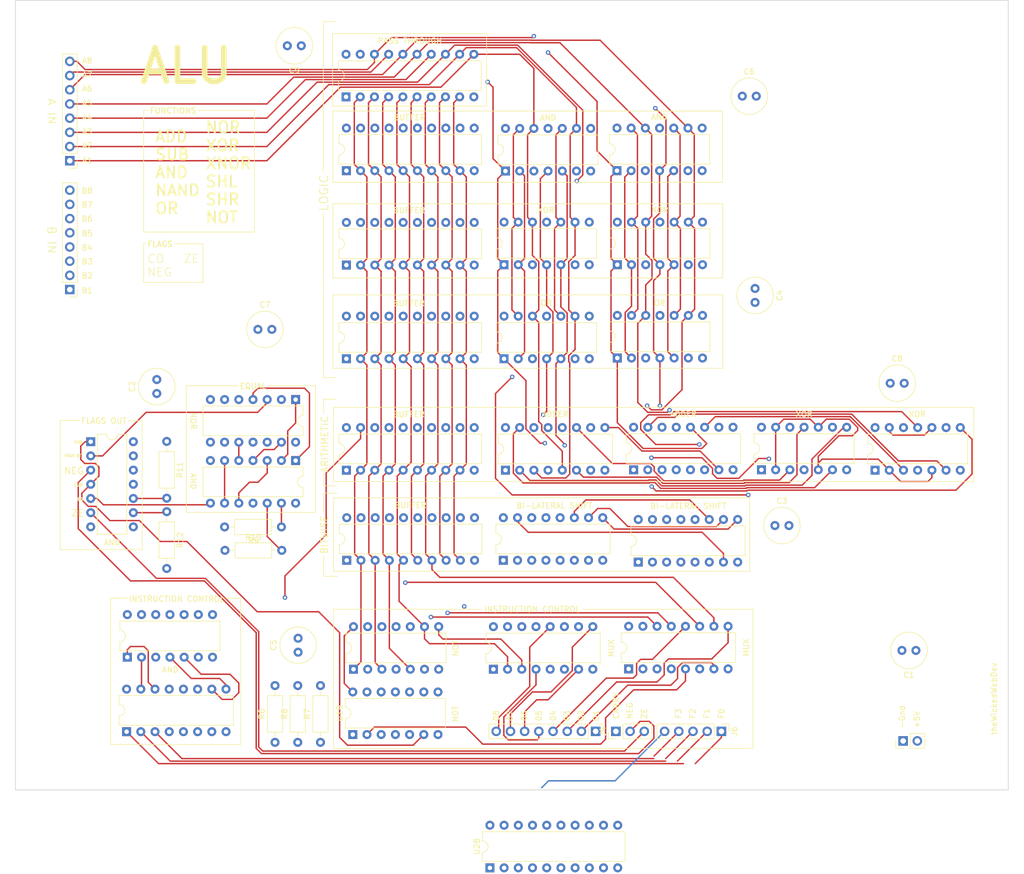
<source format=kicad_pcb>
(kicad_pcb (version 20171130) (host pcbnew "(5.1.9-0-10_14)")
  (layers (0 F.Cu signal) (1 In1.Cu signal) (2 In2.Cu signal hide) (31 B.Cu signal) (34 B.Paste user) (35 F.Paste user) (36 B.SilkS user) (37 F.SilkS user) (38 B.Mask user) (39 F.Mask user) (44 Edge.Cuts user))
  (net 0 "")
  (net 1 GND)
  (net 2 VCC)
  (net 3 /EQ)
  (net 4 "Net-(R6-Pad2)")
  (net 5 "Net-(R7-Pad2)")
  (net 6 "Net-(R8-Pad2)")
  (net 7 B8)
  (net 8 "Net-(U1-Pad6)")
  (net 9 A8)
  (net 10 B6)
  (net 11 "Net-(U1-Pad11)")
  (net 12 A6)
  (net 13 B7)
  (net 14 "Net-(U1-Pad3)")
  (net 15 A7)
  (net 16 B5)
  (net 17 "Net-(U1-Pad8)")
  (net 18 A5)
  (net 19 "Net-(U2-Pad6)")
  (net 20 "Net-(U2-Pad11)")
  (net 21 "Net-(U2-Pad3)")
  (net 22 "Net-(U2-Pad8)")
  (net 23 "Net-(U3-Pad6)")
  (net 24 "Net-(U3-Pad11)")
  (net 25 "Net-(U3-Pad3)")
  (net 26 "Net-(U3-Pad8)")
  (net 27 A4)
  (net 28 "Net-(U11-Pad2)")
  (net 29 B3)
  (net 30 A3)
  (net 31 "Net-(U11-Pad4)")
  (net 32 A2)
  (net 33 B2)
  (net 34 A1)
  (net 35 B1)
  (net 36 B4)
  (net 37 /AND_OUT)
  (net 38 /Y1)
  (net 39 /Y2)
  (net 40 /Y3)
  (net 41 /Y4)
  (net 42 /Y5)
  (net 43 "Net-(U5-Pad14)")
  (net 44 /Y6)
  (net 45 "Net-(U5-Pad13)")
  (net 46 /Y7)
  (net 47 "Net-(U5-Pad12)")
  (net 48 /Y8)
  (net 49 "Net-(U5-Pad11)")
  (net 50 /OR_OUT)
  (net 51 "Net-(U6-Pad14)")
  (net 52 "Net-(U6-Pad13)")
  (net 53 "Net-(U6-Pad12)")
  (net 54 "Net-(U6-Pad11)")
  (net 55 /XOR_OUT)
  (net 56 "Net-(U10-Pad3)")
  (net 57 "Net-(U10-Pad6)")
  (net 58 "Net-(U10-Pad8)")
  (net 59 "Net-(U10-Pad11)")
  (net 60 "Net-(U12-Pad6)")
  (net 61 "Net-(U12-Pad12)")
  (net 62 "Net-(U12-Pad4)")
  (net 63 "Net-(U12-Pad10)")
  (net 64 "Net-(U12-Pad2)")
  (net 65 "Net-(U12-Pad8)")
  (net 66 /PASS)
  (net 67 /SUM_OUT)
  (net 68 "Net-(U15-Pad15)")
  (net 69 "Net-(U15-Pad7)")
  (net 70 "Net-(U15-Pad6)")
  (net 71 "Net-(U15-Pad11)")
  (net 72 "Net-(U15-Pad2)")
  (net 73 /ALU_OUT6)
  (net 74 /ALU_OUT8)
  (net 75 /ALU_OUT5)
  (net 76 /ALU_OUT7)
  (net 77 "Net-(U17-Pad15)")
  (net 78 /SUB)
  (net 79 "Net-(U17-Pad6)")
  (net 80 "Net-(U17-Pad11)")
  (net 81 "Net-(U17-Pad2)")
  (net 82 "Net-(U18-Pad15)")
  (net 83 "Net-(U18-Pad7)")
  (net 84 "Net-(U18-Pad14)")
  (net 85 "Net-(U18-Pad13)")
  (net 86 "Net-(U18-Pad12)")
  (net 87 /CLOCK)
  (net 88 /SHL)
  (net 89 /SHR)
  (net 90 "Net-(U19-Pad12)")
  (net 91 "Net-(U19-Pad4)")
  (net 92 "Net-(U19-Pad10)")
  (net 93 "Net-(U19-Pad2)")
  (net 94 "Net-(U19-Pad8)")
  (net 95 /ALU_OUT2)
  (net 96 /ALU_OUT4)
  (net 97 /ALU_OUT1)
  (net 98 /ALU_OUT3)
  (net 99 "Net-(U22-Pad14)")
  (net 100 "Net-(U22-Pad13)")
  (net 101 "Net-(U22-Pad12)")
  (net 102 /SHIFT_EN)
  (net 103 /ZE)
  (net 104 "Net-(R9-Pad2)")
  (net 105 "Net-(R10-Pad2)")
  (net 106 "Net-(R11-Pad2)")
  (net 107 "Net-(R12-Pad2)")
  (net 108 "Net-(U25-Pad11)")
  (net 109 "Net-(U25-Pad8)")
  (net 110 /NEG)
  (net 111 /SUM6)
  (net 112 /SUM2)
  (net 113 /SUM5)
  (net 114 /SUM1)
  (net 115 "Net-(U11-Pad1)")
  (net 116 "Net-(U11-Pad5)")
  (net 117 /SUM8)
  (net 118 /SUM4)
  (net 119 /SUM7)
  (net 120 /SUM3)
  (net 121 "Net-(U11-Pad6)")
  (net 122 "Net-(U11-Pad11)")
  (net 123 "Net-(U11-Pad10)")
  (net 124 /CARRY_OUT)
  (net 125 "Net-(U25-Pad13)")
  (net 126 "Net-(U25-Pad12)")
  (net 127 /F2)
  (net 128 /F1)
  (net 129 /F0)
  (net 130 "Net-(U19-Pad5)")
  (net 131 "Net-(U26-Pad15)")
  (net 132 /ALU_EN)
  (net 133 /INVERT)
  (net 134 "Net-(U16-Pad7)")
  (net 135 "Net-(U16-Pad12)")
  (net 136 "Net-(U16-Pad4)")
  (net 137 "Net-(U16-Pad9)")
  (net 138 "Net-(U20-Pad7)")
  (net 139 "Net-(U20-Pad12)")
  (net 140 "Net-(U20-Pad4)")
  (net 141 "Net-(U20-Pad9)")
  (module Package_DIP:DIP-20_W7.62mm (layer F.Cu) (at 120.6627 173.3931 90)
    (fp_text reference U28 (at 3.81 -2.33 90) (layer F.SilkS))
    (fp_text value 74LS245)
    (pad 20 thru_hole oval (at 7.62 0 90) (size 1.6 1.6) (drill 0.8) (layers *.Cu *.Mask) (net 2 VCC))
    (pad 10 thru_hole oval (at 0 22.86 90) (size 1.6 1.6) (drill 0.8) (layers *.Cu *.Mask) (net 1 GND))
    (pad 19 thru_hole oval (at 7.62 2.54 90) (size 1.6 1.6) (drill 0.8) (layers *.Cu *.Mask) (net 132 /ALU_EN))
    (pad 9 thru_hole oval (at 0 20.32 90) (size 1.6 1.6) (drill 0.8) (layers *.Cu *.Mask) (net 97 /ALU_OUT1))
    (pad 18 thru_hole oval (at 7.62 5.08 90) (size 1.6 1.6) (drill 0.8) (layers *.Cu *.Mask) (net 135 "Net-(U16-Pad12)"))
    (pad 8 thru_hole oval (at 0 17.78 90) (size 1.6 1.6) (drill 0.8) (layers *.Cu *.Mask) (net 95 /ALU_OUT2))
    (pad 17 thru_hole oval (at 7.62 7.62 90) (size 1.6 1.6) (drill 0.8) (layers *.Cu *.Mask) (net 137 "Net-(U16-Pad9)"))
    (pad 7 thru_hole oval (at 0 15.24 90) (size 1.6 1.6) (drill 0.8) (layers *.Cu *.Mask) (net 98 /ALU_OUT3))
    (pad 16 thru_hole oval (at 7.62 10.16 90) (size 1.6 1.6) (drill 0.8) (layers *.Cu *.Mask) (net 134 "Net-(U16-Pad7)"))
    (pad 6 thru_hole oval (at 0 12.7 90) (size 1.6 1.6) (drill 0.8) (layers *.Cu *.Mask) (net 96 /ALU_OUT4))
    (pad 15 thru_hole oval (at 7.62 12.7 90) (size 1.6 1.6) (drill 0.8) (layers *.Cu *.Mask) (net 136 "Net-(U16-Pad4)"))
    (pad 5 thru_hole oval (at 0 10.16 90) (size 1.6 1.6) (drill 0.8) (layers *.Cu *.Mask) (net 75 /ALU_OUT5))
    (pad 14 thru_hole oval (at 7.62 15.24 90) (size 1.6 1.6) (drill 0.8) (layers *.Cu *.Mask) (net 139 "Net-(U20-Pad12)"))
    (pad 4 thru_hole oval (at 0 7.62 90) (size 1.6 1.6) (drill 0.8) (layers *.Cu *.Mask) (net 73 /ALU_OUT6))
    (pad 13 thru_hole oval (at 7.62 17.78 90) (size 1.6 1.6) (drill 0.8) (layers *.Cu *.Mask) (net 141 "Net-(U20-Pad9)"))
    (pad 3 thru_hole oval (at 0 5.08 90) (size 1.6 1.6) (drill 0.8) (layers *.Cu *.Mask) (net 76 /ALU_OUT7))
    (pad 12 thru_hole oval (at 7.62 20.32 90) (size 1.6 1.6) (drill 0.8) (layers *.Cu *.Mask) (net 138 "Net-(U20-Pad7)"))
    (pad 2 thru_hole oval (at 0 2.54 90) (size 1.6 1.6) (drill 0.8) (layers *.Cu *.Mask) (net 74 /ALU_OUT8))
    (pad 11 thru_hole oval (at 7.62 22.86 90) (size 1.6 1.6) (drill 0.8) (layers *.Cu *.Mask) (net 140 "Net-(U20-Pad4)"))
    (pad 1 thru_hole rect (at 0 0 90) (size 1.6 1.6) (drill 0.8) (layers *.Cu *.Mask) (net 1 GND))
  )
  (module Connector_PinHeader_2.54mm:PinHeader_1x05_P2.54mm_Vertical (layer F.Cu) (at 162.0647 148.971 270)
    (fp_text reference J6 (at 0 -2.33 90) (layer F.SilkS))
    (fp_text value Conn_01x05)
    (pad 5 thru_hole oval (at 0 10.16 270) (size 1.7 1.7) (drill 1) (layers *.Cu *.Mask) (net 132 /ALU_EN))
    (pad 4 thru_hole oval (at 0 7.62 270) (size 1.7 1.7) (drill 1) (layers *.Cu *.Mask) (net 133 /INVERT))
    (pad 3 thru_hole oval (at 0 5.08 270) (size 1.7 1.7) (drill 1) (layers *.Cu *.Mask) (net 127 /F2))
    (pad 2 thru_hole oval (at 0 2.54 270) (size 1.7 1.7) (drill 1) (layers *.Cu *.Mask) (net 128 /F1))
    (pad 1 thru_hole rect (at 0 0 270) (size 1.7 1.7) (drill 1) (layers *.Cu *.Mask) (net 129 /F0))
  )
  (module Capacitor_THT:C_Radial_D6.3mm_H11.0mm_P2.50mm (layer F.Cu) (at 86.9315 26.289 180)
    (fp_text reference C9 (at 1.25 -4.4) (layer F.SilkS))
    (fp_text value CP1)
    (pad 2 thru_hole circle (at 2.5 0 180) (size 1.6 1.6) (drill 0.8) (layers *.Cu *.Mask) (net 1 GND))
    (pad 1 thru_hole circle (at 0 0 180) (size 1.6 1.6) (drill 0.8) (layers *.Cu *.Mask) (net 2 VCC))
  )
  (module Capacitor_THT:C_Radial_D6.3mm_H11.0mm_P2.50mm (layer F.Cu) (at 192.254 86.6775)
    (fp_text reference C8 (at 1.25 -4.4) (layer F.SilkS))
    (fp_text value CP1)
    (pad 2 thru_hole circle (at 2.5 0) (size 1.6 1.6) (drill 0.8) (layers *.Cu *.Mask) (net 1 GND))
    (pad 1 thru_hole circle (at 0 0) (size 1.6 1.6) (drill 0.8) (layers *.Cu *.Mask) (net 2 VCC))
  )
  (module Capacitor_THT:C_Radial_D6.3mm_H11.0mm_P2.50mm (layer F.Cu) (at 171.6405 112.141)
    (fp_text reference C3 (at 1.25 -4.4) (layer F.SilkS))
    (fp_text value CP1)
    (pad 2 thru_hole circle (at 2.5 0) (size 1.6 1.6) (drill 0.8) (layers *.Cu *.Mask) (net 1 GND))
    (pad 1 thru_hole circle (at 0 0) (size 1.6 1.6) (drill 0.8) (layers *.Cu *.Mask) (net 2 VCC))
  )
  (module MountingHole:MountingHole_3mm (layer F.Cu) (at 208.8515 154.4955)
    (fp_text reference REF** hide)
    (fp_text value MountingHole_3mm)
    (pad 1 np_thru_hole circle (at 0 0) (size 3 3) (drill 3) (layers *.Cu *.Mask))
  )
  (module MountingHole:MountingHole_3mm (layer F.Cu) (at 208.788 23.241)
    (fp_text reference REF** hide)
    (fp_text value MountingHole_3mm)
    (pad 1 np_thru_hole circle (at 0 0) (size 3 3) (drill 3) (layers *.Cu *.Mask))
  )
  (module MountingHole:MountingHole_3mm (layer F.Cu) (at 40.4495 154.2415)
    (fp_text reference REF** hide)
    (fp_text value MountingHole_3mm)
    (pad 1 np_thru_hole circle (at 0 0) (size 3 3) (drill 3) (layers *.Cu *.Mask))
  )
  (module MountingHole:MountingHole_3mm (layer F.Cu) (at 40.386 22.987)
    (fp_text reference REF** hide)
    (fp_text value MountingHole_3mm)
    (pad 1 np_thru_hole circle (at 0 0) (size 3 3) (drill 3) (layers *.Cu *.Mask))
  )
  (module Package_DIP:DIP-14_W7.62mm (layer F.Cu) (at 96.139 149.5425 90)
    (fp_text reference U19 (at 3.81 -2.33 90) (layer F.SilkS))
    (fp_text value 74LS04)
    (pad 14 thru_hole oval (at 7.62 0 90) (size 1.6 1.6) (drill 0.8) (layers *.Cu *.Mask) (net 2 VCC))
    (pad 7 thru_hole oval (at 0 15.24 90) (size 1.6 1.6) (drill 0.8) (layers *.Cu *.Mask) (net 1 GND))
    (pad 13 thru_hole oval (at 7.62 2.54 90) (size 1.6 1.6) (drill 0.8) (layers *.Cu *.Mask) (net 6 "Net-(R8-Pad2)"))
    (pad 6 thru_hole oval (at 0 12.7 90) (size 1.6 1.6) (drill 0.8) (layers *.Cu *.Mask) (net 78 /SUB))
    (pad 12 thru_hole oval (at 7.62 5.08 90) (size 1.6 1.6) (drill 0.8) (layers *.Cu *.Mask) (net 90 "Net-(U19-Pad12)"))
    (pad 5 thru_hole oval (at 0 10.16 90) (size 1.6 1.6) (drill 0.8) (layers *.Cu *.Mask) (net 130 "Net-(U19-Pad5)"))
    (pad 11 thru_hole oval (at 7.62 7.62 90) (size 1.6 1.6) (drill 0.8) (layers *.Cu *.Mask) (net 5 "Net-(R7-Pad2)"))
    (pad 4 thru_hole oval (at 0 7.62 90) (size 1.6 1.6) (drill 0.8) (layers *.Cu *.Mask) (net 91 "Net-(U19-Pad4)"))
    (pad 10 thru_hole oval (at 7.62 10.16 90) (size 1.6 1.6) (drill 0.8) (layers *.Cu *.Mask) (net 92 "Net-(U19-Pad10)"))
    (pad 3 thru_hole oval (at 0 5.08 90) (size 1.6 1.6) (drill 0.8) (layers *.Cu *.Mask) (net 38 /Y1))
    (pad 9 thru_hole oval (at 7.62 12.7 90) (size 1.6 1.6) (drill 0.8) (layers *.Cu *.Mask) (net 4 "Net-(R6-Pad2)"))
    (pad 2 thru_hole oval (at 0 2.54 90) (size 1.6 1.6) (drill 0.8) (layers *.Cu *.Mask) (net 93 "Net-(U19-Pad2)"))
    (pad 8 thru_hole oval (at 7.62 15.24 90) (size 1.6 1.6) (drill 0.8) (layers *.Cu *.Mask) (net 94 "Net-(U19-Pad8)"))
    (pad 1 thru_hole rect (at 0 0 90) (size 1.6 1.6) (drill 0.8) (layers *.Cu *.Mask) (net 39 /Y2))
  )
  (module Package_DIP:DIP-14_W7.62mm (layer F.Cu) (at 55.8165 135.6995 90)
    (fp_text reference U27 hide)
    (fp_text value 74LS08)
    (pad 14 thru_hole oval (at 7.62 0 90) (size 1.6 1.6) (drill 0.8) (layers *.Cu *.Mask) (net 2 VCC))
    (pad 7 thru_hole oval (at 0 15.24 90) (size 1.6 1.6) (drill 0.8) (layers *.Cu *.Mask) (net 1 GND))
    (pad 13 thru_hole oval (at 7.62 2.54 90) (size 1.6 1.6) (drill 0.8) (layers *.Cu *.Mask))
    (pad 6 thru_hole oval (at 0 12.7 90) (size 1.6 1.6) (drill 0.8) (layers *.Cu *.Mask) (net 102 /SHIFT_EN))
    (pad 12 thru_hole oval (at 7.62 5.08 90) (size 1.6 1.6) (drill 0.8) (layers *.Cu *.Mask))
    (pad 5 thru_hole oval (at 0 10.16 90) (size 1.6 1.6) (drill 0.8) (layers *.Cu *.Mask) (net 88 /SHL))
    (pad 11 thru_hole oval (at 7.62 7.62 90) (size 1.6 1.6) (drill 0.8) (layers *.Cu *.Mask))
    (pad 4 thru_hole oval (at 0 7.62 90) (size 1.6 1.6) (drill 0.8) (layers *.Cu *.Mask) (net 89 /SHR))
    (pad 10 thru_hole oval (at 7.62 10.16 90) (size 1.6 1.6) (drill 0.8) (layers *.Cu *.Mask))
    (pad 3 thru_hole oval (at 0 5.08 90) (size 1.6 1.6) (drill 0.8) (layers *.Cu *.Mask) (net 67 /SUM_OUT))
    (pad 9 thru_hole oval (at 7.62 12.7 90) (size 1.6 1.6) (drill 0.8) (layers *.Cu *.Mask))
    (pad 2 thru_hole oval (at 0 2.54 90) (size 1.6 1.6) (drill 0.8) (layers *.Cu *.Mask) (net 131 "Net-(U26-Pad15)"))
    (pad 8 thru_hole oval (at 7.62 15.24 90) (size 1.6 1.6) (drill 0.8) (layers *.Cu *.Mask))
    (pad 1 thru_hole rect (at 0 0 90) (size 1.6 1.6) (drill 0.8) (layers *.Cu *.Mask) (net 130 "Net-(U19-Pad5)"))
  )
  (module Package_DIP:DIP-16_W7.62mm (layer F.Cu) (at 55.6895 149.0345 90)
    (fp_text reference U26 hide)
    (fp_text value 74LS138)
    (pad 16 thru_hole oval (at 7.62 0 90) (size 1.6 1.6) (drill 0.8) (layers *.Cu *.Mask) (net 2 VCC))
    (pad 8 thru_hole oval (at 0 17.78 90) (size 1.6 1.6) (drill 0.8) (layers *.Cu *.Mask) (net 1 GND))
    (pad 15 thru_hole oval (at 7.62 2.54 90) (size 1.6 1.6) (drill 0.8) (layers *.Cu *.Mask) (net 131 "Net-(U26-Pad15)"))
    (pad 7 thru_hole oval (at 0 15.24 90) (size 1.6 1.6) (drill 0.8) (layers *.Cu *.Mask) (net 66 /PASS))
    (pad 14 thru_hole oval (at 7.62 5.08 90) (size 1.6 1.6) (drill 0.8) (layers *.Cu *.Mask) (net 130 "Net-(U19-Pad5)"))
    (pad 6 thru_hole oval (at 0 12.7 90) (size 1.6 1.6) (drill 0.8) (layers *.Cu *.Mask) (net 2 VCC))
    (pad 13 thru_hole oval (at 7.62 7.62 90) (size 1.6 1.6) (drill 0.8) (layers *.Cu *.Mask) (net 37 /AND_OUT))
    (pad 5 thru_hole oval (at 0 10.16 90) (size 1.6 1.6) (drill 0.8) (layers *.Cu *.Mask) (net 1 GND))
    (pad 12 thru_hole oval (at 7.62 10.16 90) (size 1.6 1.6) (drill 0.8) (layers *.Cu *.Mask) (net 50 /OR_OUT))
    (pad 4 thru_hole oval (at 0 7.62 90) (size 1.6 1.6) (drill 0.8) (layers *.Cu *.Mask) (net 1 GND))
    (pad 11 thru_hole oval (at 7.62 12.7 90) (size 1.6 1.6) (drill 0.8) (layers *.Cu *.Mask) (net 55 /XOR_OUT))
    (pad 3 thru_hole oval (at 0 5.08 90) (size 1.6 1.6) (drill 0.8) (layers *.Cu *.Mask) (net 127 /F2))
    (pad 10 thru_hole oval (at 7.62 15.24 90) (size 1.6 1.6) (drill 0.8) (layers *.Cu *.Mask) (net 88 /SHL))
    (pad 2 thru_hole oval (at 0 2.54 90) (size 1.6 1.6) (drill 0.8) (layers *.Cu *.Mask) (net 128 /F1))
    (pad 9 thru_hole oval (at 7.62 17.78 90) (size 1.6 1.6) (drill 0.8) (layers *.Cu *.Mask) (net 89 /SHR))
    (pad 1 thru_hole rect (at 0 0 90) (size 1.6 1.6) (drill 0.8) (layers *.Cu *.Mask) (net 129 /F0))
  )
  (module Package_DIP:DIP-14_W7.62mm (layer F.Cu) (at 85.9155 89.5985 270)
    (fp_text reference U4 hide)
    (fp_text value 74LS02)
    (pad 14 thru_hole oval (at 7.62 0 270) (size 1.6 1.6) (drill 0.8) (layers *.Cu *.Mask) (net 2 VCC))
    (pad 7 thru_hole oval (at 0 15.24 270) (size 1.6 1.6) (drill 0.8) (layers *.Cu *.Mask) (net 1 GND))
    (pad 13 thru_hole oval (at 7.62 2.54 270) (size 1.6 1.6) (drill 0.8) (layers *.Cu *.Mask) (net 31 "Net-(U11-Pad4)"))
    (pad 6 thru_hole oval (at 0 12.7 270) (size 1.6 1.6) (drill 0.8) (layers *.Cu *.Mask) (net 111 /SUM6))
    (pad 12 thru_hole oval (at 7.62 5.08 270) (size 1.6 1.6) (drill 0.8) (layers *.Cu *.Mask) (net 112 /SUM2))
    (pad 5 thru_hole oval (at 0 10.16 270) (size 1.6 1.6) (drill 0.8) (layers *.Cu *.Mask) (net 113 /SUM5))
    (pad 11 thru_hole oval (at 7.62 7.62 270) (size 1.6 1.6) (drill 0.8) (layers *.Cu *.Mask) (net 114 /SUM1))
    (pad 4 thru_hole oval (at 0 7.62 270) (size 1.6 1.6) (drill 0.8) (layers *.Cu *.Mask) (net 115 "Net-(U11-Pad1)"))
    (pad 10 thru_hole oval (at 7.62 10.16 270) (size 1.6 1.6) (drill 0.8) (layers *.Cu *.Mask) (net 116 "Net-(U11-Pad5)"))
    (pad 3 thru_hole oval (at 0 5.08 270) (size 1.6 1.6) (drill 0.8) (layers *.Cu *.Mask) (net 117 /SUM8))
    (pad 9 thru_hole oval (at 7.62 12.7 270) (size 1.6 1.6) (drill 0.8) (layers *.Cu *.Mask) (net 118 /SUM4))
    (pad 2 thru_hole oval (at 0 2.54 270) (size 1.6 1.6) (drill 0.8) (layers *.Cu *.Mask) (net 119 /SUM7))
    (pad 8 thru_hole oval (at 7.62 15.24 270) (size 1.6 1.6) (drill 0.8) (layers *.Cu *.Mask) (net 120 /SUM3))
    (pad 1 thru_hole rect (at 0 0 270) (size 1.6 1.6) (drill 0.8) (layers *.Cu *.Mask) (net 28 "Net-(U11-Pad2)"))
  )
  (module Package_DIP:DIP-14_W7.62mm (layer F.Cu) (at 85.9155 100.512 270)
    (fp_text reference U11 hide)
    (fp_text value 74LS08)
    (pad 14 thru_hole oval (at 7.62 0 270) (size 1.6 1.6) (drill 0.8) (layers *.Cu *.Mask) (net 2 VCC))
    (pad 7 thru_hole oval (at 0 15.24 270) (size 1.6 1.6) (drill 0.8) (layers *.Cu *.Mask) (net 1 GND))
    (pad 13 thru_hole oval (at 7.62 2.54 270) (size 1.6 1.6) (drill 0.8) (layers *.Cu *.Mask) (net 104 "Net-(R9-Pad2)"))
    (pad 6 thru_hole oval (at 0 12.7 270) (size 1.6 1.6) (drill 0.8) (layers *.Cu *.Mask) (net 121 "Net-(U11-Pad6)"))
    (pad 12 thru_hole oval (at 7.62 5.08 270) (size 1.6 1.6) (drill 0.8) (layers *.Cu *.Mask) (net 105 "Net-(R10-Pad2)"))
    (pad 5 thru_hole oval (at 0 10.16 270) (size 1.6 1.6) (drill 0.8) (layers *.Cu *.Mask) (net 116 "Net-(U11-Pad5)"))
    (pad 11 thru_hole oval (at 7.62 7.62 270) (size 1.6 1.6) (drill 0.8) (layers *.Cu *.Mask) (net 122 "Net-(U11-Pad11)"))
    (pad 4 thru_hole oval (at 0 7.62 270) (size 1.6 1.6) (drill 0.8) (layers *.Cu *.Mask) (net 31 "Net-(U11-Pad4)"))
    (pad 10 thru_hole oval (at 7.62 10.16 270) (size 1.6 1.6) (drill 0.8) (layers *.Cu *.Mask) (net 123 "Net-(U11-Pad10)"))
    (pad 3 thru_hole oval (at 0 5.08 270) (size 1.6 1.6) (drill 0.8) (layers *.Cu *.Mask) (net 123 "Net-(U11-Pad10)"))
    (pad 9 thru_hole oval (at 7.62 12.7 270) (size 1.6 1.6) (drill 0.8) (layers *.Cu *.Mask) (net 121 "Net-(U11-Pad6)"))
    (pad 2 thru_hole oval (at 0 2.54 270) (size 1.6 1.6) (drill 0.8) (layers *.Cu *.Mask) (net 28 "Net-(U11-Pad2)"))
    (pad 8 thru_hole oval (at 7.62 15.24 270) (size 1.6 1.6) (drill 0.8) (layers *.Cu *.Mask) (net 3 /EQ))
    (pad 1 thru_hole rect (at 0 0 270) (size 1.6 1.6) (drill 0.8) (layers *.Cu *.Mask) (net 115 "Net-(U11-Pad1)"))
  )
  (module Package_DIP:DIP-14_W7.62mm (layer F.Cu) (at 49.271 97.1415)
    (fp_text reference U25 hide)
    (fp_text value 74LS08)
    (pad 14 thru_hole oval (at 7.62 0) (size 1.6 1.6) (drill 0.8) (layers *.Cu *.Mask) (net 2 VCC))
    (pad 7 thru_hole oval (at 0 15.24) (size 1.6 1.6) (drill 0.8) (layers *.Cu *.Mask) (net 1 GND))
    (pad 13 thru_hole oval (at 7.62 2.54) (size 1.6 1.6) (drill 0.8) (layers *.Cu *.Mask) (net 125 "Net-(U25-Pad13)"))
    (pad 6 thru_hole oval (at 0 12.7) (size 1.6 1.6) (drill 0.8) (layers *.Cu *.Mask) (net 103 /ZE))
    (pad 12 thru_hole oval (at 7.62 5.08) (size 1.6 1.6) (drill 0.8) (layers *.Cu *.Mask) (net 126 "Net-(U25-Pad12)"))
    (pad 5 thru_hole oval (at 0 10.16) (size 1.6 1.6) (drill 0.8) (layers *.Cu *.Mask) (net 3 /EQ))
    (pad 11 thru_hole oval (at 7.62 7.62) (size 1.6 1.6) (drill 0.8) (layers *.Cu *.Mask) (net 108 "Net-(U25-Pad11)"))
    (pad 4 thru_hole oval (at 0 7.62) (size 1.6 1.6) (drill 0.8) (layers *.Cu *.Mask) (net 78 /SUB))
    (pad 10 thru_hole oval (at 7.62 10.16) (size 1.6 1.6) (drill 0.8) (layers *.Cu *.Mask) (net 106 "Net-(R11-Pad2)"))
    (pad 3 thru_hole oval (at 0 5.08) (size 1.6 1.6) (drill 0.8) (layers *.Cu *.Mask) (net 110 /NEG))
    (pad 9 thru_hole oval (at 7.62 12.7) (size 1.6 1.6) (drill 0.8) (layers *.Cu *.Mask) (net 107 "Net-(R12-Pad2)"))
    (pad 2 thru_hole oval (at 0 2.54) (size 1.6 1.6) (drill 0.8) (layers *.Cu *.Mask) (net 117 /SUM8))
    (pad 8 thru_hole oval (at 7.62 15.24) (size 1.6 1.6) (drill 0.8) (layers *.Cu *.Mask) (net 109 "Net-(U25-Pad8)"))
    (pad 1 thru_hole rect (at 0 0) (size 1.6 1.6) (drill 0.8) (layers *.Cu *.Mask) (net 78 /SUB))
  )
  (module Resistor_THT:R_Axial_DIN0207_L6.3mm_D2.5mm_P10.16mm_Horizontal (layer F.Cu) (at 62.865 119.8245 90)
    (fp_text reference R12 (at 5.08 2.413 90) (layer F.SilkS))
    (fp_text value R_US)
    (pad 2 thru_hole oval (at 10.16 0 90) (size 1.6 1.6) (drill 0.8) (layers *.Cu *.Mask) (net 107 "Net-(R12-Pad2)"))
    (pad 1 thru_hole circle (at 0 0 90) (size 1.6 1.6) (drill 0.8) (layers *.Cu *.Mask) (net 1 GND))
  )
  (module Resistor_THT:R_Axial_DIN0207_L6.3mm_D2.5mm_P10.16mm_Horizontal (layer F.Cu) (at 62.865 97.0915 270)
    (fp_text reference R11 (at 5.08 -2.37 90) (layer F.SilkS))
    (fp_text value R_US)
    (pad 2 thru_hole oval (at 10.16 0 270) (size 1.6 1.6) (drill 0.8) (layers *.Cu *.Mask) (net 106 "Net-(R11-Pad2)"))
    (pad 1 thru_hole circle (at 0 0 270) (size 1.6 1.6) (drill 0.8) (layers *.Cu *.Mask) (net 1 GND))
  )
  (module Resistor_THT:R_Axial_DIN0207_L6.3mm_D2.5mm_P10.16mm_Horizontal (layer F.Cu) (at 73.279 116.586)
    (fp_text reference R10 (at 5.08 -2.37) (layer F.SilkS))
    (fp_text value R_US)
    (pad 2 thru_hole oval (at 10.16 0) (size 1.6 1.6) (drill 0.8) (layers *.Cu *.Mask) (net 105 "Net-(R10-Pad2)"))
    (pad 1 thru_hole circle (at 0 0) (size 1.6 1.6) (drill 0.8) (layers *.Cu *.Mask) (net 1 GND))
  )
  (module Resistor_THT:R_Axial_DIN0207_L6.3mm_D2.5mm_P10.16mm_Horizontal (layer F.Cu) (at 73.2155 112.395)
    (fp_text reference R9 (at 5.207 2.4765) (layer F.SilkS))
    (fp_text value R_US)
    (pad 2 thru_hole oval (at 10.16 0) (size 1.6 1.6) (drill 0.8) (layers *.Cu *.Mask) (net 104 "Net-(R9-Pad2)"))
    (pad 1 thru_hole circle (at 0 0) (size 1.6 1.6) (drill 0.8) (layers *.Cu *.Mask) (net 1 GND))
  )
  (module Connector_PinHeader_2.54mm:PinHeader_1x03_P2.54mm_Vertical (layer F.Cu) (at 143.1925 148.971 90)
    (fp_text reference J4 (at 0 -2.33 90) (layer F.SilkS))
    (fp_text value Conn_01x03)
    (pad 3 thru_hole oval (at 0 5.08 90) (size 1.7 1.7) (drill 1) (layers *.Cu *.Mask) (net 103 /ZE))
    (pad 2 thru_hole oval (at 0 2.54 90) (size 1.7 1.7) (drill 1) (layers *.Cu *.Mask) (net 110 /NEG))
    (pad 1 thru_hole rect (at 0 0 90) (size 1.7 1.7) (drill 1) (layers *.Cu *.Mask) (net 124 /CARRY_OUT))
  )
  (module Connector_PinHeader_2.54mm:PinHeader_1x02_P2.54mm_Vertical (layer F.Cu) (at 194.564 150.6855 90)
    (fp_text reference J5 hide)
    (fp_text value Conn_01x02)
    (pad 2 thru_hole oval (at 0 2.54 90) (size 1.7 1.7) (drill 1) (layers *.Cu *.Mask) (net 2 VCC))
    (pad 1 thru_hole rect (at 0 0 90) (size 1.7 1.7) (drill 1) (layers *.Cu *.Mask) (net 1 GND))
  )
  (module Connector_PinHeader_2.54mm:PinHeader_1x08_P2.54mm_Vertical (layer F.Cu) (at 139.573 148.971 270)
    (fp_text reference J3 hide)
    (fp_text value Conn_01x08)
    (pad 8 thru_hole oval (at 0 17.78 270) (size 1.7 1.7) (drill 1) (layers *.Cu *.Mask) (net 74 /ALU_OUT8))
    (pad 7 thru_hole oval (at 0 15.24 270) (size 1.7 1.7) (drill 1) (layers *.Cu *.Mask) (net 76 /ALU_OUT7))
    (pad 6 thru_hole oval (at 0 12.7 270) (size 1.7 1.7) (drill 1) (layers *.Cu *.Mask) (net 73 /ALU_OUT6))
    (pad 5 thru_hole oval (at 0 10.16 270) (size 1.7 1.7) (drill 1) (layers *.Cu *.Mask) (net 75 /ALU_OUT5))
    (pad 4 thru_hole oval (at 0 7.62 270) (size 1.7 1.7) (drill 1) (layers *.Cu *.Mask) (net 96 /ALU_OUT4))
    (pad 3 thru_hole oval (at 0 5.08 270) (size 1.7 1.7) (drill 1) (layers *.Cu *.Mask) (net 98 /ALU_OUT3))
    (pad 2 thru_hole oval (at 0 2.54 270) (size 1.7 1.7) (drill 1) (layers *.Cu *.Mask) (net 95 /ALU_OUT2))
    (pad 1 thru_hole rect (at 0 0 270) (size 1.7 1.7) (drill 1) (layers *.Cu *.Mask) (net 97 /ALU_OUT1))
  )
  (module Connector_PinHeader_2.54mm:PinHeader_1x08_P2.54mm_Vertical (layer F.Cu) (at 45.5295 69.9135 180)
    (fp_text reference J2 hide)
    (fp_text value Conn_01x08)
    (pad 8 thru_hole oval (at 0 17.78 180) (size 1.7 1.7) (drill 1) (layers *.Cu *.Mask) (net 7 B8))
    (pad 7 thru_hole oval (at 0 15.24 180) (size 1.7 1.7) (drill 1) (layers *.Cu *.Mask) (net 13 B7))
    (pad 6 thru_hole oval (at 0 12.7 180) (size 1.7 1.7) (drill 1) (layers *.Cu *.Mask) (net 10 B6))
    (pad 5 thru_hole oval (at 0 10.16 180) (size 1.7 1.7) (drill 1) (layers *.Cu *.Mask) (net 16 B5))
    (pad 4 thru_hole oval (at 0 7.62 180) (size 1.7 1.7) (drill 1) (layers *.Cu *.Mask) (net 36 B4))
    (pad 3 thru_hole oval (at 0 5.08 180) (size 1.7 1.7) (drill 1) (layers *.Cu *.Mask) (net 29 B3))
    (pad 2 thru_hole oval (at 0 2.54 180) (size 1.7 1.7) (drill 1) (layers *.Cu *.Mask) (net 33 B2))
    (pad 1 thru_hole rect (at 0 0 180) (size 1.7 1.7) (drill 1) (layers *.Cu *.Mask) (net 35 B1))
  )
  (module Connector_PinHeader_2.54mm:PinHeader_1x08_P2.54mm_Vertical (layer F.Cu) (at 45.5295 46.863 180)
    (fp_text reference J1 hide)
    (fp_text value Conn_01x08)
    (pad 8 thru_hole oval (at 0 17.78 180) (size 1.7 1.7) (drill 1) (layers *.Cu *.Mask) (net 9 A8))
    (pad 7 thru_hole oval (at 0 15.24 180) (size 1.7 1.7) (drill 1) (layers *.Cu *.Mask) (net 15 A7))
    (pad 6 thru_hole oval (at 0 12.7 180) (size 1.7 1.7) (drill 1) (layers *.Cu *.Mask) (net 12 A6))
    (pad 5 thru_hole oval (at 0 10.16 180) (size 1.7 1.7) (drill 1) (layers *.Cu *.Mask) (net 18 A5))
    (pad 4 thru_hole oval (at 0 7.62 180) (size 1.7 1.7) (drill 1) (layers *.Cu *.Mask) (net 27 A4))
    (pad 3 thru_hole oval (at 0 5.08 180) (size 1.7 1.7) (drill 1) (layers *.Cu *.Mask) (net 30 A3))
    (pad 2 thru_hole oval (at 0 2.54 180) (size 1.7 1.7) (drill 1) (layers *.Cu *.Mask) (net 32 A2))
    (pad 1 thru_hole rect (at 0 0 180) (size 1.7 1.7) (drill 1) (layers *.Cu *.Mask) (net 34 A1))
  )
  (module Package_DIP:DIP-20_W7.62mm (layer F.Cu) (at 95.0595 118.364 90)
    (fp_text reference U24 hide)
    (fp_text value 74LS245)
    (pad 20 thru_hole oval (at 7.62 0 90) (size 1.6 1.6) (drill 0.8) (layers *.Cu *.Mask) (net 2 VCC))
    (pad 10 thru_hole oval (at 0 22.86 90) (size 1.6 1.6) (drill 0.8) (layers *.Cu *.Mask) (net 1 GND))
    (pad 19 thru_hole oval (at 7.62 2.54 90) (size 1.6 1.6) (drill 0.8) (layers *.Cu *.Mask) (net 102 /SHIFT_EN))
    (pad 9 thru_hole oval (at 0 20.32 90) (size 1.6 1.6) (drill 0.8) (layers *.Cu *.Mask) (net 38 /Y1))
    (pad 18 thru_hole oval (at 7.62 5.08 90) (size 1.6 1.6) (drill 0.8) (layers *.Cu *.Mask) (net 82 "Net-(U18-Pad15)"))
    (pad 8 thru_hole oval (at 0 17.78 90) (size 1.6 1.6) (drill 0.8) (layers *.Cu *.Mask) (net 39 /Y2))
    (pad 17 thru_hole oval (at 7.62 7.62 90) (size 1.6 1.6) (drill 0.8) (layers *.Cu *.Mask) (net 84 "Net-(U18-Pad14)"))
    (pad 7 thru_hole oval (at 0 15.24 90) (size 1.6 1.6) (drill 0.8) (layers *.Cu *.Mask) (net 40 /Y3))
    (pad 16 thru_hole oval (at 7.62 10.16 90) (size 1.6 1.6) (drill 0.8) (layers *.Cu *.Mask) (net 85 "Net-(U18-Pad13)"))
    (pad 6 thru_hole oval (at 0 12.7 90) (size 1.6 1.6) (drill 0.8) (layers *.Cu *.Mask) (net 41 /Y4))
    (pad 15 thru_hole oval (at 7.62 12.7 90) (size 1.6 1.6) (drill 0.8) (layers *.Cu *.Mask) (net 86 "Net-(U18-Pad12)"))
    (pad 5 thru_hole oval (at 0 10.16 90) (size 1.6 1.6) (drill 0.8) (layers *.Cu *.Mask) (net 42 /Y5))
    (pad 14 thru_hole oval (at 7.62 15.24 90) (size 1.6 1.6) (drill 0.8) (layers *.Cu *.Mask) (net 83 "Net-(U18-Pad7)"))
    (pad 4 thru_hole oval (at 0 7.62 90) (size 1.6 1.6) (drill 0.8) (layers *.Cu *.Mask) (net 44 /Y6))
    (pad 13 thru_hole oval (at 7.62 17.78 90) (size 1.6 1.6) (drill 0.8) (layers *.Cu *.Mask) (net 99 "Net-(U22-Pad14)"))
    (pad 3 thru_hole oval (at 0 5.08 90) (size 1.6 1.6) (drill 0.8) (layers *.Cu *.Mask) (net 46 /Y7))
    (pad 12 thru_hole oval (at 7.62 20.32 90) (size 1.6 1.6) (drill 0.8) (layers *.Cu *.Mask) (net 100 "Net-(U22-Pad13)"))
    (pad 2 thru_hole oval (at 0 2.54 90) (size 1.6 1.6) (drill 0.8) (layers *.Cu *.Mask) (net 48 /Y8))
    (pad 11 thru_hole oval (at 7.62 22.86 90) (size 1.6 1.6) (drill 0.8) (layers *.Cu *.Mask) (net 101 "Net-(U22-Pad12)"))
    (pad 1 thru_hole rect (at 0 0 90) (size 1.6 1.6) (drill 0.8) (layers *.Cu *.Mask) (net 1 GND))
  )
  (module Package_DIP:DIP-14_W7.62mm (layer F.Cu) (at 169.2275 102.1715 90)
    (fp_text reference U23 hide)
    (fp_text value 74LS86)
    (pad 14 thru_hole oval (at 7.62 0 90) (size 1.6 1.6) (drill 0.8) (layers *.Cu *.Mask) (net 2 VCC))
    (pad 7 thru_hole oval (at 0 15.24 90) (size 1.6 1.6) (drill 0.8) (layers *.Cu *.Mask) (net 1 GND))
    (pad 13 thru_hole oval (at 7.62 2.54 90) (size 1.6 1.6) (drill 0.8) (layers *.Cu *.Mask) (net 78 /SUB))
    (pad 6 thru_hole oval (at 0 12.7 90) (size 1.6 1.6) (drill 0.8) (layers *.Cu *.Mask) (net 77 "Net-(U17-Pad15)"))
    (pad 12 thru_hole oval (at 7.62 5.08 90) (size 1.6 1.6) (drill 0.8) (layers *.Cu *.Mask) (net 35 B1))
    (pad 5 thru_hole oval (at 0 10.16 90) (size 1.6 1.6) (drill 0.8) (layers *.Cu *.Mask) (net 78 /SUB))
    (pad 11 thru_hole oval (at 7.62 7.62 90) (size 1.6 1.6) (drill 0.8) (layers *.Cu *.Mask) (net 79 "Net-(U17-Pad6)"))
    (pad 4 thru_hole oval (at 0 7.62 90) (size 1.6 1.6) (drill 0.8) (layers *.Cu *.Mask) (net 29 B3))
    (pad 10 thru_hole oval (at 7.62 10.16 90) (size 1.6 1.6) (drill 0.8) (layers *.Cu *.Mask) (net 78 /SUB))
    (pad 3 thru_hole oval (at 0 5.08 90) (size 1.6 1.6) (drill 0.8) (layers *.Cu *.Mask) (net 80 "Net-(U17-Pad11)"))
    (pad 9 thru_hole oval (at 7.62 12.7 90) (size 1.6 1.6) (drill 0.8) (layers *.Cu *.Mask) (net 33 B2))
    (pad 2 thru_hole oval (at 0 2.54 90) (size 1.6 1.6) (drill 0.8) (layers *.Cu *.Mask) (net 78 /SUB))
    (pad 8 thru_hole oval (at 7.62 15.24 90) (size 1.6 1.6) (drill 0.8) (layers *.Cu *.Mask) (net 81 "Net-(U17-Pad2)"))
    (pad 1 thru_hole rect (at 0 0 90) (size 1.6 1.6) (drill 0.8) (layers *.Cu *.Mask) (net 36 B4))
  )
  (module Package_DIP:DIP-16_W7.62mm (layer F.Cu) (at 123.063 118.364 90)
    (fp_text reference U22 hide)
    (fp_text value 74LS194)
    (pad 16 thru_hole oval (at 7.62 0 90) (size 1.6 1.6) (drill 0.8) (layers *.Cu *.Mask) (net 2 VCC))
    (pad 8 thru_hole oval (at 0 17.78 90) (size 1.6 1.6) (drill 0.8) (layers *.Cu *.Mask) (net 1 GND))
    (pad 15 thru_hole oval (at 7.62 2.54 90) (size 1.6 1.6) (drill 0.8) (layers *.Cu *.Mask) (net 83 "Net-(U18-Pad7)"))
    (pad 7 thru_hole oval (at 0 15.24 90) (size 1.6 1.6) (drill 0.8) (layers *.Cu *.Mask) (net 1 GND))
    (pad 14 thru_hole oval (at 7.62 5.08 90) (size 1.6 1.6) (drill 0.8) (layers *.Cu *.Mask) (net 99 "Net-(U22-Pad14)"))
    (pad 6 thru_hole oval (at 0 12.7 90) (size 1.6 1.6) (drill 0.8) (layers *.Cu *.Mask) (net 34 A1))
    (pad 13 thru_hole oval (at 7.62 7.62 90) (size 1.6 1.6) (drill 0.8) (layers *.Cu *.Mask) (net 100 "Net-(U22-Pad13)"))
    (pad 5 thru_hole oval (at 0 10.16 90) (size 1.6 1.6) (drill 0.8) (layers *.Cu *.Mask) (net 32 A2))
    (pad 12 thru_hole oval (at 7.62 10.16 90) (size 1.6 1.6) (drill 0.8) (layers *.Cu *.Mask) (net 101 "Net-(U22-Pad12)"))
    (pad 4 thru_hole oval (at 0 7.62 90) (size 1.6 1.6) (drill 0.8) (layers *.Cu *.Mask) (net 30 A3))
    (pad 11 thru_hole oval (at 7.62 12.7 90) (size 1.6 1.6) (drill 0.8) (layers *.Cu *.Mask) (net 87 /CLOCK))
    (pad 3 thru_hole oval (at 0 5.08 90) (size 1.6 1.6) (drill 0.8) (layers *.Cu *.Mask) (net 27 A4))
    (pad 10 thru_hole oval (at 7.62 15.24 90) (size 1.6 1.6) (drill 0.8) (layers *.Cu *.Mask) (net 88 /SHL))
    (pad 2 thru_hole oval (at 0 2.54 90) (size 1.6 1.6) (drill 0.8) (layers *.Cu *.Mask) (net 86 "Net-(U18-Pad12)"))
    (pad 9 thru_hole oval (at 7.62 17.78 90) (size 1.6 1.6) (drill 0.8) (layers *.Cu *.Mask) (net 89 /SHR))
    (pad 1 thru_hole rect (at 0 0 90) (size 1.6 1.6) (drill 0.8) (layers *.Cu *.Mask) (net 2 VCC))
  )
  (module Package_DIP:DIP-14_W7.62mm (layer F.Cu) (at 189.5475 102.235 90)
    (fp_text reference U21 hide)
    (fp_text value 74LS86)
    (pad 14 thru_hole oval (at 7.62 0 90) (size 1.6 1.6) (drill 0.8) (layers *.Cu *.Mask) (net 2 VCC))
    (pad 7 thru_hole oval (at 0 15.24 90) (size 1.6 1.6) (drill 0.8) (layers *.Cu *.Mask) (net 1 GND))
    (pad 13 thru_hole oval (at 7.62 2.54 90) (size 1.6 1.6) (drill 0.8) (layers *.Cu *.Mask) (net 78 /SUB))
    (pad 6 thru_hole oval (at 0 12.7 90) (size 1.6 1.6) (drill 0.8) (layers *.Cu *.Mask) (net 68 "Net-(U15-Pad15)"))
    (pad 12 thru_hole oval (at 7.62 5.08 90) (size 1.6 1.6) (drill 0.8) (layers *.Cu *.Mask) (net 16 B5))
    (pad 5 thru_hole oval (at 0 10.16 90) (size 1.6 1.6) (drill 0.8) (layers *.Cu *.Mask) (net 78 /SUB))
    (pad 11 thru_hole oval (at 7.62 7.62 90) (size 1.6 1.6) (drill 0.8) (layers *.Cu *.Mask) (net 70 "Net-(U15-Pad6)"))
    (pad 4 thru_hole oval (at 0 7.62 90) (size 1.6 1.6) (drill 0.8) (layers *.Cu *.Mask) (net 13 B7))
    (pad 10 thru_hole oval (at 7.62 10.16 90) (size 1.6 1.6) (drill 0.8) (layers *.Cu *.Mask) (net 78 /SUB))
    (pad 3 thru_hole oval (at 0 5.08 90) (size 1.6 1.6) (drill 0.8) (layers *.Cu *.Mask) (net 71 "Net-(U15-Pad11)"))
    (pad 9 thru_hole oval (at 7.62 12.7 90) (size 1.6 1.6) (drill 0.8) (layers *.Cu *.Mask) (net 10 B6))
    (pad 2 thru_hole oval (at 0 2.54 90) (size 1.6 1.6) (drill 0.8) (layers *.Cu *.Mask) (net 78 /SUB))
    (pad 8 thru_hole oval (at 7.62 15.24 90) (size 1.6 1.6) (drill 0.8) (layers *.Cu *.Mask) (net 72 "Net-(U15-Pad2)"))
    (pad 1 thru_hole rect (at 0 0 90) (size 1.6 1.6) (drill 0.8) (layers *.Cu *.Mask) (net 7 B8))
  )
  (module Package_DIP:DIP-16_W7.62mm (layer F.Cu) (at 145.4785 137.795 90)
    (fp_text reference U20 hide)
    (fp_text value 74LS157)
    (pad 16 thru_hole oval (at 7.62 0 90) (size 1.6 1.6) (drill 0.8) (layers *.Cu *.Mask) (net 2 VCC))
    (pad 8 thru_hole oval (at 0 17.78 90) (size 1.6 1.6) (drill 0.8) (layers *.Cu *.Mask) (net 1 GND))
    (pad 15 thru_hole oval (at 7.62 2.54 90) (size 1.6 1.6) (drill 0.8) (layers *.Cu *.Mask) (net 1 GND))
    (pad 7 thru_hole oval (at 0 15.24 90) (size 1.6 1.6) (drill 0.8) (layers *.Cu *.Mask) (net 138 "Net-(U20-Pad7)"))
    (pad 14 thru_hole oval (at 7.62 5.08 90) (size 1.6 1.6) (drill 0.8) (layers *.Cu *.Mask) (net 63 "Net-(U12-Pad10)"))
    (pad 6 thru_hole oval (at 0 12.7 90) (size 1.6 1.6) (drill 0.8) (layers *.Cu *.Mask) (net 39 /Y2))
    (pad 13 thru_hole oval (at 7.62 7.62 90) (size 1.6 1.6) (drill 0.8) (layers *.Cu *.Mask) (net 41 /Y4))
    (pad 5 thru_hole oval (at 0 10.16 90) (size 1.6 1.6) (drill 0.8) (layers *.Cu *.Mask) (net 93 "Net-(U19-Pad2)"))
    (pad 12 thru_hole oval (at 7.62 10.16 90) (size 1.6 1.6) (drill 0.8) (layers *.Cu *.Mask) (net 139 "Net-(U20-Pad12)"))
    (pad 4 thru_hole oval (at 0 7.62 90) (size 1.6 1.6) (drill 0.8) (layers *.Cu *.Mask) (net 140 "Net-(U20-Pad4)"))
    (pad 11 thru_hole oval (at 7.62 12.7 90) (size 1.6 1.6) (drill 0.8) (layers *.Cu *.Mask) (net 61 "Net-(U12-Pad12)"))
    (pad 3 thru_hole oval (at 0 5.08 90) (size 1.6 1.6) (drill 0.8) (layers *.Cu *.Mask) (net 38 /Y1))
    (pad 10 thru_hole oval (at 7.62 15.24 90) (size 1.6 1.6) (drill 0.8) (layers *.Cu *.Mask) (net 40 /Y3))
    (pad 2 thru_hole oval (at 0 2.54 90) (size 1.6 1.6) (drill 0.8) (layers *.Cu *.Mask) (net 91 "Net-(U19-Pad4)"))
    (pad 9 thru_hole oval (at 7.62 17.78 90) (size 1.6 1.6) (drill 0.8) (layers *.Cu *.Mask) (net 141 "Net-(U20-Pad9)"))
    (pad 1 thru_hole rect (at 0 0 90) (size 1.6 1.6) (drill 0.8) (layers *.Cu *.Mask) (net 133 /INVERT))
  )
  (module Package_DIP:DIP-16_W7.62mm (layer F.Cu) (at 147.193 118.6815 90)
    (fp_text reference U18 hide)
    (fp_text value 74LS194)
    (pad 16 thru_hole oval (at 7.62 0 90) (size 1.6 1.6) (drill 0.8) (layers *.Cu *.Mask) (net 2 VCC))
    (pad 8 thru_hole oval (at 0 17.78 90) (size 1.6 1.6) (drill 0.8) (layers *.Cu *.Mask) (net 1 GND))
    (pad 15 thru_hole oval (at 7.62 2.54 90) (size 1.6 1.6) (drill 0.8) (layers *.Cu *.Mask) (net 82 "Net-(U18-Pad15)"))
    (pad 7 thru_hole oval (at 0 15.24 90) (size 1.6 1.6) (drill 0.8) (layers *.Cu *.Mask) (net 83 "Net-(U18-Pad7)"))
    (pad 14 thru_hole oval (at 7.62 5.08 90) (size 1.6 1.6) (drill 0.8) (layers *.Cu *.Mask) (net 84 "Net-(U18-Pad14)"))
    (pad 6 thru_hole oval (at 0 12.7 90) (size 1.6 1.6) (drill 0.8) (layers *.Cu *.Mask) (net 18 A5))
    (pad 13 thru_hole oval (at 7.62 7.62 90) (size 1.6 1.6) (drill 0.8) (layers *.Cu *.Mask) (net 85 "Net-(U18-Pad13)"))
    (pad 5 thru_hole oval (at 0 10.16 90) (size 1.6 1.6) (drill 0.8) (layers *.Cu *.Mask) (net 12 A6))
    (pad 12 thru_hole oval (at 7.62 10.16 90) (size 1.6 1.6) (drill 0.8) (layers *.Cu *.Mask) (net 86 "Net-(U18-Pad12)"))
    (pad 4 thru_hole oval (at 0 7.62 90) (size 1.6 1.6) (drill 0.8) (layers *.Cu *.Mask) (net 15 A7))
    (pad 11 thru_hole oval (at 7.62 12.7 90) (size 1.6 1.6) (drill 0.8) (layers *.Cu *.Mask) (net 87 /CLOCK))
    (pad 3 thru_hole oval (at 0 5.08 90) (size 1.6 1.6) (drill 0.8) (layers *.Cu *.Mask) (net 9 A8))
    (pad 10 thru_hole oval (at 7.62 15.24 90) (size 1.6 1.6) (drill 0.8) (layers *.Cu *.Mask) (net 88 /SHL))
    (pad 2 thru_hole oval (at 0 2.54 90) (size 1.6 1.6) (drill 0.8) (layers *.Cu *.Mask) (net 1 GND))
    (pad 9 thru_hole oval (at 7.62 17.78 90) (size 1.6 1.6) (drill 0.8) (layers *.Cu *.Mask) (net 89 /SHR))
    (pad 1 thru_hole rect (at 0 0 90) (size 1.6 1.6) (drill 0.8) (layers *.Cu *.Mask) (net 2 VCC))
  )
  (module Package_DIP:DIP-16_W7.62mm (layer F.Cu) (at 123.444 102.235 90)
    (fp_text reference U17 hide)
    (fp_text value 74LS283)
    (pad 16 thru_hole oval (at 7.62 0 90) (size 1.6 1.6) (drill 0.8) (layers *.Cu *.Mask) (net 2 VCC))
    (pad 8 thru_hole oval (at 0 17.78 90) (size 1.6 1.6) (drill 0.8) (layers *.Cu *.Mask) (net 1 GND))
    (pad 15 thru_hole oval (at 7.62 2.54 90) (size 1.6 1.6) (drill 0.8) (layers *.Cu *.Mask) (net 77 "Net-(U17-Pad15)"))
    (pad 7 thru_hole oval (at 0 15.24 90) (size 1.6 1.6) (drill 0.8) (layers *.Cu *.Mask) (net 78 /SUB))
    (pad 14 thru_hole oval (at 7.62 5.08 90) (size 1.6 1.6) (drill 0.8) (layers *.Cu *.Mask) (net 30 A3))
    (pad 6 thru_hole oval (at 0 12.7 90) (size 1.6 1.6) (drill 0.8) (layers *.Cu *.Mask) (net 79 "Net-(U17-Pad6)"))
    (pad 13 thru_hole oval (at 7.62 7.62 90) (size 1.6 1.6) (drill 0.8) (layers *.Cu *.Mask) (net 120 /SUM3))
    (pad 5 thru_hole oval (at 0 10.16 90) (size 1.6 1.6) (drill 0.8) (layers *.Cu *.Mask) (net 34 A1))
    (pad 12 thru_hole oval (at 7.62 10.16 90) (size 1.6 1.6) (drill 0.8) (layers *.Cu *.Mask) (net 27 A4))
    (pad 4 thru_hole oval (at 0 7.62 90) (size 1.6 1.6) (drill 0.8) (layers *.Cu *.Mask) (net 114 /SUM1))
    (pad 11 thru_hole oval (at 7.62 12.7 90) (size 1.6 1.6) (drill 0.8) (layers *.Cu *.Mask) (net 80 "Net-(U17-Pad11)"))
    (pad 3 thru_hole oval (at 0 5.08 90) (size 1.6 1.6) (drill 0.8) (layers *.Cu *.Mask) (net 32 A2))
    (pad 10 thru_hole oval (at 7.62 15.24 90) (size 1.6 1.6) (drill 0.8) (layers *.Cu *.Mask) (net 118 /SUM4))
    (pad 2 thru_hole oval (at 0 2.54 90) (size 1.6 1.6) (drill 0.8) (layers *.Cu *.Mask) (net 81 "Net-(U17-Pad2)"))
    (pad 9 thru_hole oval (at 7.62 17.78 90) (size 1.6 1.6) (drill 0.8) (layers *.Cu *.Mask) (net 69 "Net-(U15-Pad7)"))
    (pad 1 thru_hole rect (at 0 0 90) (size 1.6 1.6) (drill 0.8) (layers *.Cu *.Mask) (net 112 /SUM2))
  )
  (module Package_DIP:DIP-16_W7.62mm (layer F.Cu) (at 121.285 137.8585 90)
    (fp_text reference U16 hide)
    (fp_text value 74LS157)
    (pad 16 thru_hole oval (at 7.62 0 90) (size 1.6 1.6) (drill 0.8) (layers *.Cu *.Mask) (net 2 VCC))
    (pad 8 thru_hole oval (at 0 17.78 90) (size 1.6 1.6) (drill 0.8) (layers *.Cu *.Mask) (net 1 GND))
    (pad 15 thru_hole oval (at 7.62 2.54 90) (size 1.6 1.6) (drill 0.8) (layers *.Cu *.Mask) (net 1 GND))
    (pad 7 thru_hole oval (at 0 15.24 90) (size 1.6 1.6) (drill 0.8) (layers *.Cu *.Mask) (net 134 "Net-(U16-Pad7)"))
    (pad 14 thru_hole oval (at 7.62 5.08 90) (size 1.6 1.6) (drill 0.8) (layers *.Cu *.Mask) (net 48 /Y8))
    (pad 6 thru_hole oval (at 0 12.7 90) (size 1.6 1.6) (drill 0.8) (layers *.Cu *.Mask) (net 60 "Net-(U12-Pad6)"))
    (pad 13 thru_hole oval (at 7.62 7.62 90) (size 1.6 1.6) (drill 0.8) (layers *.Cu *.Mask) (net 64 "Net-(U12-Pad2)"))
    (pad 5 thru_hole oval (at 0 10.16 90) (size 1.6 1.6) (drill 0.8) (layers *.Cu *.Mask) (net 44 /Y6))
    (pad 12 thru_hole oval (at 7.62 10.16 90) (size 1.6 1.6) (drill 0.8) (layers *.Cu *.Mask) (net 135 "Net-(U16-Pad12)"))
    (pad 4 thru_hole oval (at 0 7.62 90) (size 1.6 1.6) (drill 0.8) (layers *.Cu *.Mask) (net 136 "Net-(U16-Pad4)"))
    (pad 11 thru_hole oval (at 7.62 12.7 90) (size 1.6 1.6) (drill 0.8) (layers *.Cu *.Mask) (net 46 /Y7))
    (pad 3 thru_hole oval (at 0 5.08 90) (size 1.6 1.6) (drill 0.8) (layers *.Cu *.Mask) (net 65 "Net-(U12-Pad8)"))
    (pad 10 thru_hole oval (at 7.62 15.24 90) (size 1.6 1.6) (drill 0.8) (layers *.Cu *.Mask) (net 62 "Net-(U12-Pad4)"))
    (pad 2 thru_hole oval (at 0 2.54 90) (size 1.6 1.6) (drill 0.8) (layers *.Cu *.Mask) (net 42 /Y5))
    (pad 9 thru_hole oval (at 7.62 17.78 90) (size 1.6 1.6) (drill 0.8) (layers *.Cu *.Mask) (net 137 "Net-(U16-Pad9)"))
    (pad 1 thru_hole rect (at 0 0 90) (size 1.6 1.6) (drill 0.8) (layers *.Cu *.Mask) (net 133 /INVERT))
  )
  (module Package_DIP:DIP-16_W7.62mm (layer F.Cu) (at 146.3675 102.1715 90)
    (fp_text reference U15 hide)
    (fp_text value 74LS283)
    (pad 16 thru_hole oval (at 7.62 0 90) (size 1.6 1.6) (drill 0.8) (layers *.Cu *.Mask) (net 2 VCC))
    (pad 8 thru_hole oval (at 0 17.78 90) (size 1.6 1.6) (drill 0.8) (layers *.Cu *.Mask) (net 1 GND))
    (pad 15 thru_hole oval (at 7.62 2.54 90) (size 1.6 1.6) (drill 0.8) (layers *.Cu *.Mask) (net 68 "Net-(U15-Pad15)"))
    (pad 7 thru_hole oval (at 0 15.24 90) (size 1.6 1.6) (drill 0.8) (layers *.Cu *.Mask) (net 69 "Net-(U15-Pad7)"))
    (pad 14 thru_hole oval (at 7.62 5.08 90) (size 1.6 1.6) (drill 0.8) (layers *.Cu *.Mask) (net 15 A7))
    (pad 6 thru_hole oval (at 0 12.7 90) (size 1.6 1.6) (drill 0.8) (layers *.Cu *.Mask) (net 70 "Net-(U15-Pad6)"))
    (pad 13 thru_hole oval (at 7.62 7.62 90) (size 1.6 1.6) (drill 0.8) (layers *.Cu *.Mask) (net 119 /SUM7))
    (pad 5 thru_hole oval (at 0 10.16 90) (size 1.6 1.6) (drill 0.8) (layers *.Cu *.Mask) (net 18 A5))
    (pad 12 thru_hole oval (at 7.62 10.16 90) (size 1.6 1.6) (drill 0.8) (layers *.Cu *.Mask) (net 9 A8))
    (pad 4 thru_hole oval (at 0 7.62 90) (size 1.6 1.6) (drill 0.8) (layers *.Cu *.Mask) (net 113 /SUM5))
    (pad 11 thru_hole oval (at 7.62 12.7 90) (size 1.6 1.6) (drill 0.8) (layers *.Cu *.Mask) (net 71 "Net-(U15-Pad11)"))
    (pad 3 thru_hole oval (at 0 5.08 90) (size 1.6 1.6) (drill 0.8) (layers *.Cu *.Mask) (net 12 A6))
    (pad 10 thru_hole oval (at 7.62 15.24 90) (size 1.6 1.6) (drill 0.8) (layers *.Cu *.Mask) (net 117 /SUM8))
    (pad 2 thru_hole oval (at 0 2.54 90) (size 1.6 1.6) (drill 0.8) (layers *.Cu *.Mask) (net 72 "Net-(U15-Pad2)"))
    (pad 9 thru_hole oval (at 7.62 17.78 90) (size 1.6 1.6) (drill 0.8) (layers *.Cu *.Mask) (net 124 /CARRY_OUT))
    (pad 1 thru_hole rect (at 0 0 90) (size 1.6 1.6) (drill 0.8) (layers *.Cu *.Mask) (net 111 /SUM6))
  )
  (module Package_DIP:DIP-20_W7.62mm (layer F.Cu) (at 94.996 102.235 90)
    (fp_text reference U14 hide)
    (fp_text value 74LS245)
    (pad 20 thru_hole oval (at 7.62 0 90) (size 1.6 1.6) (drill 0.8) (layers *.Cu *.Mask) (net 2 VCC))
    (pad 10 thru_hole oval (at 0 22.86 90) (size 1.6 1.6) (drill 0.8) (layers *.Cu *.Mask) (net 1 GND))
    (pad 19 thru_hole oval (at 7.62 2.54 90) (size 1.6 1.6) (drill 0.8) (layers *.Cu *.Mask) (net 67 /SUM_OUT))
    (pad 9 thru_hole oval (at 0 20.32 90) (size 1.6 1.6) (drill 0.8) (layers *.Cu *.Mask) (net 38 /Y1))
    (pad 18 thru_hole oval (at 7.62 5.08 90) (size 1.6 1.6) (drill 0.8) (layers *.Cu *.Mask) (net 117 /SUM8))
    (pad 8 thru_hole oval (at 0 17.78 90) (size 1.6 1.6) (drill 0.8) (layers *.Cu *.Mask) (net 39 /Y2))
    (pad 17 thru_hole oval (at 7.62 7.62 90) (size 1.6 1.6) (drill 0.8) (layers *.Cu *.Mask) (net 119 /SUM7))
    (pad 7 thru_hole oval (at 0 15.24 90) (size 1.6 1.6) (drill 0.8) (layers *.Cu *.Mask) (net 40 /Y3))
    (pad 16 thru_hole oval (at 7.62 10.16 90) (size 1.6 1.6) (drill 0.8) (layers *.Cu *.Mask) (net 111 /SUM6))
    (pad 6 thru_hole oval (at 0 12.7 90) (size 1.6 1.6) (drill 0.8) (layers *.Cu *.Mask) (net 41 /Y4))
    (pad 15 thru_hole oval (at 7.62 12.7 90) (size 1.6 1.6) (drill 0.8) (layers *.Cu *.Mask) (net 113 /SUM5))
    (pad 5 thru_hole oval (at 0 10.16 90) (size 1.6 1.6) (drill 0.8) (layers *.Cu *.Mask) (net 42 /Y5))
    (pad 14 thru_hole oval (at 7.62 15.24 90) (size 1.6 1.6) (drill 0.8) (layers *.Cu *.Mask) (net 118 /SUM4))
    (pad 4 thru_hole oval (at 0 7.62 90) (size 1.6 1.6) (drill 0.8) (layers *.Cu *.Mask) (net 44 /Y6))
    (pad 13 thru_hole oval (at 7.62 17.78 90) (size 1.6 1.6) (drill 0.8) (layers *.Cu *.Mask) (net 120 /SUM3))
    (pad 3 thru_hole oval (at 0 5.08 90) (size 1.6 1.6) (drill 0.8) (layers *.Cu *.Mask) (net 46 /Y7))
    (pad 12 thru_hole oval (at 7.62 20.32 90) (size 1.6 1.6) (drill 0.8) (layers *.Cu *.Mask) (net 112 /SUM2))
    (pad 2 thru_hole oval (at 0 2.54 90) (size 1.6 1.6) (drill 0.8) (layers *.Cu *.Mask) (net 48 /Y8))
    (pad 11 thru_hole oval (at 7.62 22.86 90) (size 1.6 1.6) (drill 0.8) (layers *.Cu *.Mask) (net 114 /SUM1))
    (pad 1 thru_hole rect (at 0 0 90) (size 1.6 1.6) (drill 0.8) (layers *.Cu *.Mask) (net 1 GND))
  )
  (module Package_DIP:DIP-20_W7.62mm (layer F.Cu) (at 94.9325 35.433 90)
    (fp_text reference U13 hide)
    (fp_text value 74LS245)
    (pad 20 thru_hole oval (at 7.62 0 90) (size 1.6 1.6) (drill 0.8) (layers *.Cu *.Mask) (net 2 VCC))
    (pad 10 thru_hole oval (at 0 22.86 90) (size 1.6 1.6) (drill 0.8) (layers *.Cu *.Mask) (net 1 GND))
    (pad 19 thru_hole oval (at 7.62 2.54 90) (size 1.6 1.6) (drill 0.8) (layers *.Cu *.Mask) (net 66 /PASS))
    (pad 9 thru_hole oval (at 0 20.32 90) (size 1.6 1.6) (drill 0.8) (layers *.Cu *.Mask) (net 38 /Y1))
    (pad 18 thru_hole oval (at 7.62 5.08 90) (size 1.6 1.6) (drill 0.8) (layers *.Cu *.Mask) (net 9 A8))
    (pad 8 thru_hole oval (at 0 17.78 90) (size 1.6 1.6) (drill 0.8) (layers *.Cu *.Mask) (net 39 /Y2))
    (pad 17 thru_hole oval (at 7.62 7.62 90) (size 1.6 1.6) (drill 0.8) (layers *.Cu *.Mask) (net 15 A7))
    (pad 7 thru_hole oval (at 0 15.24 90) (size 1.6 1.6) (drill 0.8) (layers *.Cu *.Mask) (net 40 /Y3))
    (pad 16 thru_hole oval (at 7.62 10.16 90) (size 1.6 1.6) (drill 0.8) (layers *.Cu *.Mask) (net 12 A6))
    (pad 6 thru_hole oval (at 0 12.7 90) (size 1.6 1.6) (drill 0.8) (layers *.Cu *.Mask) (net 41 /Y4))
    (pad 15 thru_hole oval (at 7.62 12.7 90) (size 1.6 1.6) (drill 0.8) (layers *.Cu *.Mask) (net 18 A5))
    (pad 5 thru_hole oval (at 0 10.16 90) (size 1.6 1.6) (drill 0.8) (layers *.Cu *.Mask) (net 42 /Y5))
    (pad 14 thru_hole oval (at 7.62 15.24 90) (size 1.6 1.6) (drill 0.8) (layers *.Cu *.Mask) (net 27 A4))
    (pad 4 thru_hole oval (at 0 7.62 90) (size 1.6 1.6) (drill 0.8) (layers *.Cu *.Mask) (net 44 /Y6))
    (pad 13 thru_hole oval (at 7.62 17.78 90) (size 1.6 1.6) (drill 0.8) (layers *.Cu *.Mask) (net 30 A3))
    (pad 3 thru_hole oval (at 0 5.08 90) (size 1.6 1.6) (drill 0.8) (layers *.Cu *.Mask) (net 46 /Y7))
    (pad 12 thru_hole oval (at 7.62 20.32 90) (size 1.6 1.6) (drill 0.8) (layers *.Cu *.Mask) (net 32 A2))
    (pad 2 thru_hole oval (at 0 2.54 90) (size 1.6 1.6) (drill 0.8) (layers *.Cu *.Mask) (net 48 /Y8))
    (pad 11 thru_hole oval (at 7.62 22.86 90) (size 1.6 1.6) (drill 0.8) (layers *.Cu *.Mask) (net 34 A1))
    (pad 1 thru_hole rect (at 0 0 90) (size 1.6 1.6) (drill 0.8) (layers *.Cu *.Mask) (net 1 GND))
  )
  (module Package_DIP:DIP-14_W7.62mm (layer F.Cu) (at 96.266 137.8585 90)
    (fp_text reference U12 hide)
    (fp_text value 74LS04)
    (pad 14 thru_hole oval (at 7.62 0 90) (size 1.6 1.6) (drill 0.8) (layers *.Cu *.Mask) (net 2 VCC))
    (pad 7 thru_hole oval (at 0 15.24 90) (size 1.6 1.6) (drill 0.8) (layers *.Cu *.Mask) (net 1 GND))
    (pad 13 thru_hole oval (at 7.62 2.54 90) (size 1.6 1.6) (drill 0.8) (layers *.Cu *.Mask) (net 40 /Y3))
    (pad 6 thru_hole oval (at 0 12.7 90) (size 1.6 1.6) (drill 0.8) (layers *.Cu *.Mask) (net 60 "Net-(U12-Pad6)"))
    (pad 12 thru_hole oval (at 7.62 5.08 90) (size 1.6 1.6) (drill 0.8) (layers *.Cu *.Mask) (net 61 "Net-(U12-Pad12)"))
    (pad 5 thru_hole oval (at 0 10.16 90) (size 1.6 1.6) (drill 0.8) (layers *.Cu *.Mask) (net 44 /Y6))
    (pad 11 thru_hole oval (at 7.62 7.62 90) (size 1.6 1.6) (drill 0.8) (layers *.Cu *.Mask) (net 41 /Y4))
    (pad 4 thru_hole oval (at 0 7.62 90) (size 1.6 1.6) (drill 0.8) (layers *.Cu *.Mask) (net 62 "Net-(U12-Pad4)"))
    (pad 10 thru_hole oval (at 7.62 10.16 90) (size 1.6 1.6) (drill 0.8) (layers *.Cu *.Mask) (net 63 "Net-(U12-Pad10)"))
    (pad 3 thru_hole oval (at 0 5.08 90) (size 1.6 1.6) (drill 0.8) (layers *.Cu *.Mask) (net 46 /Y7))
    (pad 9 thru_hole oval (at 7.62 12.7 90) (size 1.6 1.6) (drill 0.8) (layers *.Cu *.Mask) (net 42 /Y5))
    (pad 2 thru_hole oval (at 0 2.54 90) (size 1.6 1.6) (drill 0.8) (layers *.Cu *.Mask) (net 64 "Net-(U12-Pad2)"))
    (pad 8 thru_hole oval (at 7.62 15.24 90) (size 1.6 1.6) (drill 0.8) (layers *.Cu *.Mask) (net 65 "Net-(U12-Pad8)"))
    (pad 1 thru_hole rect (at 0 0 90) (size 1.6 1.6) (drill 0.8) (layers *.Cu *.Mask) (net 48 /Y8))
  )
  (module Package_DIP:DIP-14_W7.62mm (layer F.Cu) (at 123.19 65.4685 90)
    (fp_text reference U10 hide)
    (fp_text value 74LS86)
    (pad 14 thru_hole oval (at 7.62 0 90) (size 1.6 1.6) (drill 0.8) (layers *.Cu *.Mask) (net 2 VCC))
    (pad 7 thru_hole oval (at 0 15.24 90) (size 1.6 1.6) (drill 0.8) (layers *.Cu *.Mask) (net 1 GND))
    (pad 13 thru_hole oval (at 7.62 2.54 90) (size 1.6 1.6) (drill 0.8) (layers *.Cu *.Mask) (net 35 B1))
    (pad 6 thru_hole oval (at 0 12.7 90) (size 1.6 1.6) (drill 0.8) (layers *.Cu *.Mask) (net 57 "Net-(U10-Pad6)"))
    (pad 12 thru_hole oval (at 7.62 5.08 90) (size 1.6 1.6) (drill 0.8) (layers *.Cu *.Mask) (net 34 A1))
    (pad 5 thru_hole oval (at 0 10.16 90) (size 1.6 1.6) (drill 0.8) (layers *.Cu *.Mask) (net 29 B3))
    (pad 11 thru_hole oval (at 7.62 7.62 90) (size 1.6 1.6) (drill 0.8) (layers *.Cu *.Mask) (net 59 "Net-(U10-Pad11)"))
    (pad 4 thru_hole oval (at 0 7.62 90) (size 1.6 1.6) (drill 0.8) (layers *.Cu *.Mask) (net 30 A3))
    (pad 10 thru_hole oval (at 7.62 10.16 90) (size 1.6 1.6) (drill 0.8) (layers *.Cu *.Mask) (net 33 B2))
    (pad 3 thru_hole oval (at 0 5.08 90) (size 1.6 1.6) (drill 0.8) (layers *.Cu *.Mask) (net 56 "Net-(U10-Pad3)"))
    (pad 9 thru_hole oval (at 7.62 12.7 90) (size 1.6 1.6) (drill 0.8) (layers *.Cu *.Mask) (net 32 A2))
    (pad 2 thru_hole oval (at 0 2.54 90) (size 1.6 1.6) (drill 0.8) (layers *.Cu *.Mask) (net 36 B4))
    (pad 8 thru_hole oval (at 7.62 15.24 90) (size 1.6 1.6) (drill 0.8) (layers *.Cu *.Mask) (net 58 "Net-(U10-Pad8)"))
    (pad 1 thru_hole rect (at 0 0 90) (size 1.6 1.6) (drill 0.8) (layers *.Cu *.Mask) (net 27 A4))
  )
  (module Package_DIP:DIP-14_W7.62mm (layer F.Cu) (at 123.19 82.296 90)
    (fp_text reference U9 hide)
    (fp_text value 74LS32)
    (pad 14 thru_hole oval (at 7.62 0 90) (size 1.6 1.6) (drill 0.8) (layers *.Cu *.Mask) (net 2 VCC))
    (pad 7 thru_hole oval (at 0 15.24 90) (size 1.6 1.6) (drill 0.8) (layers *.Cu *.Mask) (net 1 GND))
    (pad 13 thru_hole oval (at 7.62 2.54 90) (size 1.6 1.6) (drill 0.8) (layers *.Cu *.Mask) (net 35 B1))
    (pad 6 thru_hole oval (at 0 12.7 90) (size 1.6 1.6) (drill 0.8) (layers *.Cu *.Mask) (net 52 "Net-(U6-Pad13)"))
    (pad 12 thru_hole oval (at 7.62 5.08 90) (size 1.6 1.6) (drill 0.8) (layers *.Cu *.Mask) (net 34 A1))
    (pad 5 thru_hole oval (at 0 10.16 90) (size 1.6 1.6) (drill 0.8) (layers *.Cu *.Mask) (net 29 B3))
    (pad 11 thru_hole oval (at 7.62 7.62 90) (size 1.6 1.6) (drill 0.8) (layers *.Cu *.Mask) (net 54 "Net-(U6-Pad11)"))
    (pad 4 thru_hole oval (at 0 7.62 90) (size 1.6 1.6) (drill 0.8) (layers *.Cu *.Mask) (net 30 A3))
    (pad 10 thru_hole oval (at 7.62 10.16 90) (size 1.6 1.6) (drill 0.8) (layers *.Cu *.Mask) (net 33 B2))
    (pad 3 thru_hole oval (at 0 5.08 90) (size 1.6 1.6) (drill 0.8) (layers *.Cu *.Mask) (net 51 "Net-(U6-Pad14)"))
    (pad 9 thru_hole oval (at 7.62 12.7 90) (size 1.6 1.6) (drill 0.8) (layers *.Cu *.Mask) (net 32 A2))
    (pad 2 thru_hole oval (at 0 2.54 90) (size 1.6 1.6) (drill 0.8) (layers *.Cu *.Mask) (net 36 B4))
    (pad 8 thru_hole oval (at 7.62 15.24 90) (size 1.6 1.6) (drill 0.8) (layers *.Cu *.Mask) (net 53 "Net-(U6-Pad12)"))
    (pad 1 thru_hole rect (at 0 0 90) (size 1.6 1.6) (drill 0.8) (layers *.Cu *.Mask) (net 27 A4))
  )
  (module Package_DIP:DIP-20_W7.62mm (layer F.Cu) (at 94.996 65.532 90)
    (fp_text reference U8 hide)
    (fp_text value 74LS245)
    (pad 20 thru_hole oval (at 7.62 0 90) (size 1.6 1.6) (drill 0.8) (layers *.Cu *.Mask) (net 2 VCC))
    (pad 10 thru_hole oval (at 0 22.86 90) (size 1.6 1.6) (drill 0.8) (layers *.Cu *.Mask) (net 1 GND))
    (pad 19 thru_hole oval (at 7.62 2.54 90) (size 1.6 1.6) (drill 0.8) (layers *.Cu *.Mask) (net 55 /XOR_OUT))
    (pad 9 thru_hole oval (at 0 20.32 90) (size 1.6 1.6) (drill 0.8) (layers *.Cu *.Mask) (net 38 /Y1))
    (pad 18 thru_hole oval (at 7.62 5.08 90) (size 1.6 1.6) (drill 0.8) (layers *.Cu *.Mask) (net 21 "Net-(U2-Pad3)"))
    (pad 8 thru_hole oval (at 0 17.78 90) (size 1.6 1.6) (drill 0.8) (layers *.Cu *.Mask) (net 39 /Y2))
    (pad 17 thru_hole oval (at 7.62 7.62 90) (size 1.6 1.6) (drill 0.8) (layers *.Cu *.Mask) (net 19 "Net-(U2-Pad6)"))
    (pad 7 thru_hole oval (at 0 15.24 90) (size 1.6 1.6) (drill 0.8) (layers *.Cu *.Mask) (net 40 /Y3))
    (pad 16 thru_hole oval (at 7.62 10.16 90) (size 1.6 1.6) (drill 0.8) (layers *.Cu *.Mask) (net 22 "Net-(U2-Pad8)"))
    (pad 6 thru_hole oval (at 0 12.7 90) (size 1.6 1.6) (drill 0.8) (layers *.Cu *.Mask) (net 41 /Y4))
    (pad 15 thru_hole oval (at 7.62 12.7 90) (size 1.6 1.6) (drill 0.8) (layers *.Cu *.Mask) (net 20 "Net-(U2-Pad11)"))
    (pad 5 thru_hole oval (at 0 10.16 90) (size 1.6 1.6) (drill 0.8) (layers *.Cu *.Mask) (net 42 /Y5))
    (pad 14 thru_hole oval (at 7.62 15.24 90) (size 1.6 1.6) (drill 0.8) (layers *.Cu *.Mask) (net 56 "Net-(U10-Pad3)"))
    (pad 4 thru_hole oval (at 0 7.62 90) (size 1.6 1.6) (drill 0.8) (layers *.Cu *.Mask) (net 44 /Y6))
    (pad 13 thru_hole oval (at 7.62 17.78 90) (size 1.6 1.6) (drill 0.8) (layers *.Cu *.Mask) (net 57 "Net-(U10-Pad6)"))
    (pad 3 thru_hole oval (at 0 5.08 90) (size 1.6 1.6) (drill 0.8) (layers *.Cu *.Mask) (net 46 /Y7))
    (pad 12 thru_hole oval (at 7.62 20.32 90) (size 1.6 1.6) (drill 0.8) (layers *.Cu *.Mask) (net 58 "Net-(U10-Pad8)"))
    (pad 2 thru_hole oval (at 0 2.54 90) (size 1.6 1.6) (drill 0.8) (layers *.Cu *.Mask) (net 48 /Y8))
    (pad 11 thru_hole oval (at 7.62 22.86 90) (size 1.6 1.6) (drill 0.8) (layers *.Cu *.Mask) (net 59 "Net-(U10-Pad11)"))
    (pad 1 thru_hole rect (at 0 0 90) (size 1.6 1.6) (drill 0.8) (layers *.Cu *.Mask) (net 1 GND))
  )
  (module Package_DIP:DIP-14_W7.62mm (layer F.Cu) (at 123.444 48.7045 90)
    (fp_text reference U7 hide)
    (fp_text value 74LS08)
    (pad 14 thru_hole oval (at 7.62 0 90) (size 1.6 1.6) (drill 0.8) (layers *.Cu *.Mask) (net 2 VCC))
    (pad 7 thru_hole oval (at 0 15.24 90) (size 1.6 1.6) (drill 0.8) (layers *.Cu *.Mask) (net 1 GND))
    (pad 13 thru_hole oval (at 7.62 2.54 90) (size 1.6 1.6) (drill 0.8) (layers *.Cu *.Mask) (net 35 B1))
    (pad 6 thru_hole oval (at 0 12.7 90) (size 1.6 1.6) (drill 0.8) (layers *.Cu *.Mask) (net 45 "Net-(U5-Pad13)"))
    (pad 12 thru_hole oval (at 7.62 5.08 90) (size 1.6 1.6) (drill 0.8) (layers *.Cu *.Mask) (net 34 A1))
    (pad 5 thru_hole oval (at 0 10.16 90) (size 1.6 1.6) (drill 0.8) (layers *.Cu *.Mask) (net 29 B3))
    (pad 11 thru_hole oval (at 7.62 7.62 90) (size 1.6 1.6) (drill 0.8) (layers *.Cu *.Mask) (net 49 "Net-(U5-Pad11)"))
    (pad 4 thru_hole oval (at 0 7.62 90) (size 1.6 1.6) (drill 0.8) (layers *.Cu *.Mask) (net 30 A3))
    (pad 10 thru_hole oval (at 7.62 10.16 90) (size 1.6 1.6) (drill 0.8) (layers *.Cu *.Mask) (net 33 B2))
    (pad 3 thru_hole oval (at 0 5.08 90) (size 1.6 1.6) (drill 0.8) (layers *.Cu *.Mask) (net 43 "Net-(U5-Pad14)"))
    (pad 9 thru_hole oval (at 7.62 12.7 90) (size 1.6 1.6) (drill 0.8) (layers *.Cu *.Mask) (net 32 A2))
    (pad 2 thru_hole oval (at 0 2.54 90) (size 1.6 1.6) (drill 0.8) (layers *.Cu *.Mask) (net 36 B4))
    (pad 8 thru_hole oval (at 7.62 15.24 90) (size 1.6 1.6) (drill 0.8) (layers *.Cu *.Mask) (net 47 "Net-(U5-Pad12)"))
    (pad 1 thru_hole rect (at 0 0 90) (size 1.6 1.6) (drill 0.8) (layers *.Cu *.Mask) (net 27 A4))
  )
  (module Package_DIP:DIP-20_W7.62mm (layer F.Cu) (at 94.996 82.296 90)
    (fp_text reference U6 hide)
    (fp_text value 74LS245)
    (pad 20 thru_hole oval (at 7.62 0 90) (size 1.6 1.6) (drill 0.8) (layers *.Cu *.Mask) (net 2 VCC))
    (pad 10 thru_hole oval (at 0 22.86 90) (size 1.6 1.6) (drill 0.8) (layers *.Cu *.Mask) (net 1 GND))
    (pad 19 thru_hole oval (at 7.62 2.54 90) (size 1.6 1.6) (drill 0.8) (layers *.Cu *.Mask) (net 50 /OR_OUT))
    (pad 9 thru_hole oval (at 0 20.32 90) (size 1.6 1.6) (drill 0.8) (layers *.Cu *.Mask) (net 38 /Y1))
    (pad 18 thru_hole oval (at 7.62 5.08 90) (size 1.6 1.6) (drill 0.8) (layers *.Cu *.Mask) (net 25 "Net-(U3-Pad3)"))
    (pad 8 thru_hole oval (at 0 17.78 90) (size 1.6 1.6) (drill 0.8) (layers *.Cu *.Mask) (net 39 /Y2))
    (pad 17 thru_hole oval (at 7.62 7.62 90) (size 1.6 1.6) (drill 0.8) (layers *.Cu *.Mask) (net 23 "Net-(U3-Pad6)"))
    (pad 7 thru_hole oval (at 0 15.24 90) (size 1.6 1.6) (drill 0.8) (layers *.Cu *.Mask) (net 40 /Y3))
    (pad 16 thru_hole oval (at 7.62 10.16 90) (size 1.6 1.6) (drill 0.8) (layers *.Cu *.Mask) (net 26 "Net-(U3-Pad8)"))
    (pad 6 thru_hole oval (at 0 12.7 90) (size 1.6 1.6) (drill 0.8) (layers *.Cu *.Mask) (net 41 /Y4))
    (pad 15 thru_hole oval (at 7.62 12.7 90) (size 1.6 1.6) (drill 0.8) (layers *.Cu *.Mask) (net 24 "Net-(U3-Pad11)"))
    (pad 5 thru_hole oval (at 0 10.16 90) (size 1.6 1.6) (drill 0.8) (layers *.Cu *.Mask) (net 42 /Y5))
    (pad 14 thru_hole oval (at 7.62 15.24 90) (size 1.6 1.6) (drill 0.8) (layers *.Cu *.Mask) (net 51 "Net-(U6-Pad14)"))
    (pad 4 thru_hole oval (at 0 7.62 90) (size 1.6 1.6) (drill 0.8) (layers *.Cu *.Mask) (net 44 /Y6))
    (pad 13 thru_hole oval (at 7.62 17.78 90) (size 1.6 1.6) (drill 0.8) (layers *.Cu *.Mask) (net 52 "Net-(U6-Pad13)"))
    (pad 3 thru_hole oval (at 0 5.08 90) (size 1.6 1.6) (drill 0.8) (layers *.Cu *.Mask) (net 46 /Y7))
    (pad 12 thru_hole oval (at 7.62 20.32 90) (size 1.6 1.6) (drill 0.8) (layers *.Cu *.Mask) (net 53 "Net-(U6-Pad12)"))
    (pad 2 thru_hole oval (at 0 2.54 90) (size 1.6 1.6) (drill 0.8) (layers *.Cu *.Mask) (net 48 /Y8))
    (pad 11 thru_hole oval (at 7.62 22.86 90) (size 1.6 1.6) (drill 0.8) (layers *.Cu *.Mask) (net 54 "Net-(U6-Pad11)"))
    (pad 1 thru_hole rect (at 0 0 90) (size 1.6 1.6) (drill 0.8) (layers *.Cu *.Mask) (net 1 GND))
  )
  (module Package_DIP:DIP-20_W7.62mm (layer F.Cu) (at 94.996 48.641 90)
    (fp_text reference U5 hide)
    (fp_text value 74LS245)
    (pad 20 thru_hole oval (at 7.62 0 90) (size 1.6 1.6) (drill 0.8) (layers *.Cu *.Mask) (net 2 VCC))
    (pad 10 thru_hole oval (at 0 22.86 90) (size 1.6 1.6) (drill 0.8) (layers *.Cu *.Mask) (net 1 GND))
    (pad 19 thru_hole oval (at 7.62 2.54 90) (size 1.6 1.6) (drill 0.8) (layers *.Cu *.Mask) (net 37 /AND_OUT))
    (pad 9 thru_hole oval (at 0 20.32 90) (size 1.6 1.6) (drill 0.8) (layers *.Cu *.Mask) (net 38 /Y1))
    (pad 18 thru_hole oval (at 7.62 5.08 90) (size 1.6 1.6) (drill 0.8) (layers *.Cu *.Mask) (net 14 "Net-(U1-Pad3)"))
    (pad 8 thru_hole oval (at 0 17.78 90) (size 1.6 1.6) (drill 0.8) (layers *.Cu *.Mask) (net 39 /Y2))
    (pad 17 thru_hole oval (at 7.62 7.62 90) (size 1.6 1.6) (drill 0.8) (layers *.Cu *.Mask) (net 8 "Net-(U1-Pad6)"))
    (pad 7 thru_hole oval (at 0 15.24 90) (size 1.6 1.6) (drill 0.8) (layers *.Cu *.Mask) (net 40 /Y3))
    (pad 16 thru_hole oval (at 7.62 10.16 90) (size 1.6 1.6) (drill 0.8) (layers *.Cu *.Mask) (net 17 "Net-(U1-Pad8)"))
    (pad 6 thru_hole oval (at 0 12.7 90) (size 1.6 1.6) (drill 0.8) (layers *.Cu *.Mask) (net 41 /Y4))
    (pad 15 thru_hole oval (at 7.62 12.7 90) (size 1.6 1.6) (drill 0.8) (layers *.Cu *.Mask) (net 11 "Net-(U1-Pad11)"))
    (pad 5 thru_hole oval (at 0 10.16 90) (size 1.6 1.6) (drill 0.8) (layers *.Cu *.Mask) (net 42 /Y5))
    (pad 14 thru_hole oval (at 7.62 15.24 90) (size 1.6 1.6) (drill 0.8) (layers *.Cu *.Mask) (net 43 "Net-(U5-Pad14)"))
    (pad 4 thru_hole oval (at 0 7.62 90) (size 1.6 1.6) (drill 0.8) (layers *.Cu *.Mask) (net 44 /Y6))
    (pad 13 thru_hole oval (at 7.62 17.78 90) (size 1.6 1.6) (drill 0.8) (layers *.Cu *.Mask) (net 45 "Net-(U5-Pad13)"))
    (pad 3 thru_hole oval (at 0 5.08 90) (size 1.6 1.6) (drill 0.8) (layers *.Cu *.Mask) (net 46 /Y7))
    (pad 12 thru_hole oval (at 7.62 20.32 90) (size 1.6 1.6) (drill 0.8) (layers *.Cu *.Mask) (net 47 "Net-(U5-Pad12)"))
    (pad 2 thru_hole oval (at 0 2.54 90) (size 1.6 1.6) (drill 0.8) (layers *.Cu *.Mask) (net 48 /Y8))
    (pad 11 thru_hole oval (at 7.62 22.86 90) (size 1.6 1.6) (drill 0.8) (layers *.Cu *.Mask) (net 49 "Net-(U5-Pad11)"))
    (pad 1 thru_hole rect (at 0 0 90) (size 1.6 1.6) (drill 0.8) (layers *.Cu *.Mask) (net 1 GND))
  )
  (module Package_DIP:DIP-14_W7.62mm (layer F.Cu) (at 143.4465 82.169 90)
    (fp_text reference U3 hide)
    (fp_text value 74LS32)
    (pad 14 thru_hole oval (at 7.62 0 90) (size 1.6 1.6) (drill 0.8) (layers *.Cu *.Mask) (net 2 VCC))
    (pad 7 thru_hole oval (at 0 15.24 90) (size 1.6 1.6) (drill 0.8) (layers *.Cu *.Mask) (net 1 GND))
    (pad 13 thru_hole oval (at 7.62 2.54 90) (size 1.6 1.6) (drill 0.8) (layers *.Cu *.Mask) (net 16 B5))
    (pad 6 thru_hole oval (at 0 12.7 90) (size 1.6 1.6) (drill 0.8) (layers *.Cu *.Mask) (net 23 "Net-(U3-Pad6)"))
    (pad 12 thru_hole oval (at 7.62 5.08 90) (size 1.6 1.6) (drill 0.8) (layers *.Cu *.Mask) (net 18 A5))
    (pad 5 thru_hole oval (at 0 10.16 90) (size 1.6 1.6) (drill 0.8) (layers *.Cu *.Mask) (net 13 B7))
    (pad 11 thru_hole oval (at 7.62 7.62 90) (size 1.6 1.6) (drill 0.8) (layers *.Cu *.Mask) (net 24 "Net-(U3-Pad11)"))
    (pad 4 thru_hole oval (at 0 7.62 90) (size 1.6 1.6) (drill 0.8) (layers *.Cu *.Mask) (net 15 A7))
    (pad 10 thru_hole oval (at 7.62 10.16 90) (size 1.6 1.6) (drill 0.8) (layers *.Cu *.Mask) (net 10 B6))
    (pad 3 thru_hole oval (at 0 5.08 90) (size 1.6 1.6) (drill 0.8) (layers *.Cu *.Mask) (net 25 "Net-(U3-Pad3)"))
    (pad 9 thru_hole oval (at 7.62 12.7 90) (size 1.6 1.6) (drill 0.8) (layers *.Cu *.Mask) (net 12 A6))
    (pad 2 thru_hole oval (at 0 2.54 90) (size 1.6 1.6) (drill 0.8) (layers *.Cu *.Mask) (net 7 B8))
    (pad 8 thru_hole oval (at 7.62 15.24 90) (size 1.6 1.6) (drill 0.8) (layers *.Cu *.Mask) (net 26 "Net-(U3-Pad8)"))
    (pad 1 thru_hole rect (at 0 0 90) (size 1.6 1.6) (drill 0.8) (layers *.Cu *.Mask) (net 9 A8))
  )
  (module Package_DIP:DIP-14_W7.62mm (layer F.Cu) (at 143.4465 65.4685 90)
    (fp_text reference U2 hide)
    (fp_text value 74LS86)
    (pad 14 thru_hole oval (at 7.62 0 90) (size 1.6 1.6) (drill 0.8) (layers *.Cu *.Mask) (net 2 VCC))
    (pad 7 thru_hole oval (at 0 15.24 90) (size 1.6 1.6) (drill 0.8) (layers *.Cu *.Mask) (net 1 GND))
    (pad 13 thru_hole oval (at 7.62 2.54 90) (size 1.6 1.6) (drill 0.8) (layers *.Cu *.Mask) (net 16 B5))
    (pad 6 thru_hole oval (at 0 12.7 90) (size 1.6 1.6) (drill 0.8) (layers *.Cu *.Mask) (net 19 "Net-(U2-Pad6)"))
    (pad 12 thru_hole oval (at 7.62 5.08 90) (size 1.6 1.6) (drill 0.8) (layers *.Cu *.Mask) (net 18 A5))
    (pad 5 thru_hole oval (at 0 10.16 90) (size 1.6 1.6) (drill 0.8) (layers *.Cu *.Mask) (net 13 B7))
    (pad 11 thru_hole oval (at 7.62 7.62 90) (size 1.6 1.6) (drill 0.8) (layers *.Cu *.Mask) (net 20 "Net-(U2-Pad11)"))
    (pad 4 thru_hole oval (at 0 7.62 90) (size 1.6 1.6) (drill 0.8) (layers *.Cu *.Mask) (net 15 A7))
    (pad 10 thru_hole oval (at 7.62 10.16 90) (size 1.6 1.6) (drill 0.8) (layers *.Cu *.Mask) (net 10 B6))
    (pad 3 thru_hole oval (at 0 5.08 90) (size 1.6 1.6) (drill 0.8) (layers *.Cu *.Mask) (net 21 "Net-(U2-Pad3)"))
    (pad 9 thru_hole oval (at 7.62 12.7 90) (size 1.6 1.6) (drill 0.8) (layers *.Cu *.Mask) (net 12 A6))
    (pad 2 thru_hole oval (at 0 2.54 90) (size 1.6 1.6) (drill 0.8) (layers *.Cu *.Mask) (net 7 B8))
    (pad 8 thru_hole oval (at 7.62 15.24 90) (size 1.6 1.6) (drill 0.8) (layers *.Cu *.Mask) (net 22 "Net-(U2-Pad8)"))
    (pad 1 thru_hole rect (at 0 0 90) (size 1.6 1.6) (drill 0.8) (layers *.Cu *.Mask) (net 9 A8))
  )
  (module Package_DIP:DIP-14_W7.62mm (layer F.Cu) (at 143.383 48.641 90)
    (fp_text reference U1 hide)
    (fp_text value 74LS08)
    (pad 14 thru_hole oval (at 7.62 0 90) (size 1.6 1.6) (drill 0.8) (layers *.Cu *.Mask) (net 2 VCC))
    (pad 7 thru_hole oval (at 0 15.24 90) (size 1.6 1.6) (drill 0.8) (layers *.Cu *.Mask) (net 1 GND))
    (pad 13 thru_hole oval (at 7.62 2.54 90) (size 1.6 1.6) (drill 0.8) (layers *.Cu *.Mask) (net 16 B5))
    (pad 6 thru_hole oval (at 0 12.7 90) (size 1.6 1.6) (drill 0.8) (layers *.Cu *.Mask) (net 8 "Net-(U1-Pad6)"))
    (pad 12 thru_hole oval (at 7.62 5.08 90) (size 1.6 1.6) (drill 0.8) (layers *.Cu *.Mask) (net 18 A5))
    (pad 5 thru_hole oval (at 0 10.16 90) (size 1.6 1.6) (drill 0.8) (layers *.Cu *.Mask) (net 13 B7))
    (pad 11 thru_hole oval (at 7.62 7.62 90) (size 1.6 1.6) (drill 0.8) (layers *.Cu *.Mask) (net 11 "Net-(U1-Pad11)"))
    (pad 4 thru_hole oval (at 0 7.62 90) (size 1.6 1.6) (drill 0.8) (layers *.Cu *.Mask) (net 15 A7))
    (pad 10 thru_hole oval (at 7.62 10.16 90) (size 1.6 1.6) (drill 0.8) (layers *.Cu *.Mask) (net 10 B6))
    (pad 3 thru_hole oval (at 0 5.08 90) (size 1.6 1.6) (drill 0.8) (layers *.Cu *.Mask) (net 14 "Net-(U1-Pad3)"))
    (pad 9 thru_hole oval (at 7.62 12.7 90) (size 1.6 1.6) (drill 0.8) (layers *.Cu *.Mask) (net 12 A6))
    (pad 2 thru_hole oval (at 0 2.54 90) (size 1.6 1.6) (drill 0.8) (layers *.Cu *.Mask) (net 7 B8))
    (pad 8 thru_hole oval (at 7.62 15.24 90) (size 1.6 1.6) (drill 0.8) (layers *.Cu *.Mask) (net 17 "Net-(U1-Pad8)"))
    (pad 1 thru_hole rect (at 0 0 90) (size 1.6 1.6) (drill 0.8) (layers *.Cu *.Mask) (net 9 A8))
  )
  (module Resistor_THT:R_Axial_DIN0207_L6.3mm_D2.5mm_P10.16mm_Horizontal (layer F.Cu) (at 86.2965 150.9395 90)
    (fp_text reference R8 (at 5.08 -2.37 90) (layer F.SilkS))
    (fp_text value R_US)
    (pad 2 thru_hole oval (at 10.16 0 90) (size 1.6 1.6) (drill 0.8) (layers *.Cu *.Mask) (net 6 "Net-(R8-Pad2)"))
    (pad 1 thru_hole circle (at 0 0 90) (size 1.6 1.6) (drill 0.8) (layers *.Cu *.Mask) (net 1 GND))
  )
  (module Resistor_THT:R_Axial_DIN0207_L6.3mm_D2.5mm_P10.16mm_Horizontal (layer F.Cu) (at 90.3605 150.9395 90)
    (fp_text reference R7 (at 5.08 -2.37 90) (layer F.SilkS))
    (fp_text value R_US)
    (pad 2 thru_hole oval (at 10.16 0 90) (size 1.6 1.6) (drill 0.8) (layers *.Cu *.Mask) (net 5 "Net-(R7-Pad2)"))
    (pad 1 thru_hole circle (at 0 0 90) (size 1.6 1.6) (drill 0.8) (layers *.Cu *.Mask) (net 1 GND))
  )
  (module Resistor_THT:R_Axial_DIN0207_L6.3mm_D2.5mm_P10.16mm_Horizontal (layer F.Cu) (at 82.2325 150.9395 90)
    (fp_text reference R6 (at 5.08 -2.37 90) (layer F.SilkS))
    (fp_text value R_US)
    (pad 2 thru_hole oval (at 10.16 0 90) (size 1.6 1.6) (drill 0.8) (layers *.Cu *.Mask) (net 4 "Net-(R6-Pad2)"))
    (pad 1 thru_hole circle (at 0 0 90) (size 1.6 1.6) (drill 0.8) (layers *.Cu *.Mask) (net 1 GND))
  )
  (module Capacitor_THT:C_Radial_D6.3mm_H11.0mm_P2.50mm (layer F.Cu) (at 79.1665 77.046)
    (fp_text reference C7 (at 1.25 -4.4) (layer F.SilkS))
    (fp_text value CP1)
    (pad 2 thru_hole circle (at 2.5 0) (size 1.6 1.6) (drill 0.8) (layers *.Cu *.Mask) (net 1 GND))
    (pad 1 thru_hole circle (at 0 0) (size 1.6 1.6) (drill 0.8) (layers *.Cu *.Mask) (net 2 VCC))
  )
  (module Capacitor_THT:C_Radial_D6.3mm_H11.0mm_P2.50mm (layer F.Cu) (at 165.7985 35.306)
    (fp_text reference C6 (at 1.25 -4.4) (layer F.SilkS))
    (fp_text value CP1)
    (pad 2 thru_hole circle (at 2.5 0) (size 1.6 1.6) (drill 0.8) (layers *.Cu *.Mask) (net 1 GND))
    (pad 1 thru_hole circle (at 0 0) (size 1.6 1.6) (drill 0.8) (layers *.Cu *.Mask) (net 2 VCC))
  )
  (module Capacitor_THT:C_Radial_D6.3mm_H11.0mm_P2.50mm (layer F.Cu) (at 86.36 134.8105 90)
    (fp_text reference C5 (at 1.25 -4.4 90) (layer F.SilkS))
    (fp_text value CP1)
    (pad 2 thru_hole circle (at 2.5 0 90) (size 1.6 1.6) (drill 0.8) (layers *.Cu *.Mask) (net 1 GND))
    (pad 1 thru_hole circle (at 0 0 90) (size 1.6 1.6) (drill 0.8) (layers *.Cu *.Mask) (net 2 VCC))
  )
  (module Capacitor_THT:C_Radial_D6.3mm_H11.0mm_P2.50mm (layer F.Cu) (at 168.0845 69.723 270)
    (fp_text reference C4 (at 1.25 -4.4 90) (layer F.SilkS))
    (fp_text value CP1)
    (pad 2 thru_hole circle (at 2.5 0 270) (size 1.6 1.6) (drill 0.8) (layers *.Cu *.Mask) (net 1 GND))
    (pad 1 thru_hole circle (at 0 0 270) (size 1.6 1.6) (drill 0.8) (layers *.Cu *.Mask) (net 2 VCC))
  )
  (module Capacitor_THT:C_Radial_D6.3mm_H11.0mm_P2.50mm (layer F.Cu) (at 61.087 88.519 90)
    (fp_text reference C2 (at 1.25 -4.4 90) (layer F.SilkS))
    (fp_text value CP1)
    (pad 2 thru_hole circle (at 2.5 0 90) (size 1.6 1.6) (drill 0.8) (layers *.Cu *.Mask) (net 1 GND))
    (pad 1 thru_hole circle (at 0 0 90) (size 1.6 1.6) (drill 0.8) (layers *.Cu *.Mask) (net 2 VCC))
  )
  (module Capacitor_THT:C_Radial_D6.3mm_H11.0mm_P2.50mm (layer F.Cu) (at 196.85 134.493 180)
    (fp_text reference C1 (at 1.25 -4.4) (layer F.SilkS))
    (fp_text value CP1)
    (pad 2 thru_hole circle (at 2.5 0 180) (size 1.6 1.6) (drill 0.8) (layers *.Cu *.Mask) (net 1 GND))
    (pad 1 thru_hole circle (at 0 0 180) (size 1.6 1.6) (drill 0.8) (layers *.Cu *.Mask) (net 2 VCC))
  )
  (gr_text theWickedWebDev (at 210.82 143.129 90) (layer F.SilkS) (effects (font (size 1 1))))
  (gr_line (start 78.5495 37.846) (end 68.3895 37.846) (layer F.SilkS) (width 0.12))
  (gr_line (start 78.5495 59.6265) (end 78.5495 37.846) (layer F.SilkS) (width 0.12))
  (gr_line (start 58.7375 59.6265) (end 78.5495 59.6265) (layer F.SilkS) (width 0.12))
  (gr_line (start 58.7375 37.846) (end 58.7375 59.6265) (layer F.SilkS) (width 0.12))
  (gr_line (start 59.563 37.846) (end 58.7375 37.846) (layer F.SilkS) (width 0.12))
  (gr_text FUNCTIONS (at 59.7535 37.9095) (layer F.SilkS) (effects (font (size 1 1) (thickness 0.18)) (justify left)))
  (gr_line (start 58.7375 61.6585) (end 59.182 61.6585) (layer F.SilkS) (width 0.12))
  (gr_line (start 58.7375 68.6435) (end 58.7375 61.6585) (layer F.SilkS) (width 0.12))
  (gr_line (start 69.342 68.6435) (end 58.7375 68.6435) (layer F.SilkS) (width 0.12))
  (gr_line (start 69.342 68.072) (end 69.342 68.6435) (layer F.SilkS) (width 0.12))
  (gr_line (start 69.342 61.722) (end 69.342 68.072) (layer F.SilkS) (width 0.12))
  (gr_line (start 64.3255 61.722) (end 69.342 61.722) (layer F.SilkS) (width 0.12))
  (gr_line (start 90.932 119.253) (end 90.932 117.5385) (layer F.SilkS) (width 0.12))
  (gr_line (start 90.932 104.0765) (end 90.932 102.9335) (layer F.SilkS) (width 0.12))
  (gr_line (start 90.932 91.059) (end 90.932 92.075) (layer F.SilkS) (width 0.12))
  (gr_line (start 90.932 121.2215) (end 93.4085 121.2215) (layer F.SilkS) (width 0.12))
  (gr_line (start 90.932 119.253) (end 90.932 121.2215) (layer F.SilkS) (width 0.12))
  (gr_line (start 90.932 106.3625) (end 90.932 109.9185) (layer F.SilkS) (width 0.12))
  (gr_line (start 93.2815 106.3625) (end 90.932 106.3625) (layer F.SilkS) (width 0.12))
  (gr_line (start 90.932 105.029) (end 93.2815 105.029) (layer F.SilkS) (width 0.12))
  (gr_line (start 90.932 104.0765) (end 90.932 105.029) (layer F.SilkS) (width 0.12))
  (gr_line (start 90.932 89.535) (end 90.932 91.059) (layer F.SilkS) (width 0.12))
  (gr_line (start 93.1545 89.535) (end 90.932 89.535) (layer F.SilkS) (width 0.12))
  (gr_line (start 90.8685 85.6615) (end 93.1545 85.6615) (layer F.SilkS) (width 0.12))
  (gr_line (start 90.8685 56.3245) (end 90.8685 85.6615) (layer F.SilkS) (width 0.12))
  (gr_line (start 90.8685 21.971) (end 93.218 21.971) (layer F.SilkS) (width 0.12))
  (gr_line (start 90.8685 48.768) (end 90.8685 21.971) (layer F.SilkS) (width 0.12))
  (gr_text LOGIC (at 90.9955 52.6415 90) (layer F.SilkS) (effects (font (size 1.5 1.5))))
  (gr_text ARITHMETIC (at 91.1225 97.5995 90) (layer F.SilkS) (effects (font (size 1.2 1.2))))
  (gr_text BITWISE (at 91.059 113.792 90) (layer F.SilkS) (effects (font (size 1.2 1.2))))
  (gr_line (start 167.7035 127.127) (end 137.287 127.127) (layer F.SilkS) (width 0.12))
  (gr_line (start 92.71 127.127) (end 119.1895 127.127) (layer F.SilkS) (width 0.12))
  (gr_text "INSTRUCTION CONTROL" (at 128.2065 127.127) (layer F.SilkS) (effects (font (size 1 1))))
  (gr_line (start 52.832 125.1585) (end 55.8165 125.1585) (layer F.SilkS) (width 0.12))
  (gr_line (start 76.073 125.1585) (end 73.4695 125.1585) (layer F.SilkS) (width 0.12))
  (gr_line (start 52.832 151.3205) (end 52.832 125.1585) (layer F.SilkS) (width 0.12))
  (gr_line (start 76.073 125.1585) (end 76.073 151.3205) (layer F.SilkS) (width 0.12))
  (gr_text "INSTRUCTION CONTROL" (at 64.643 125.2855) (layer F.SilkS) (effects (font (size 1 1))))
  (gr_line (start 89.4715 97.7265) (end 89.4715 100.076) (layer F.SilkS) (width 0.12))
  (gr_line (start 66.3575 87.122) (end 66.3575 87.757) (layer F.SilkS) (width 0.12))
  (gr_line (start 75.6285 87.122) (end 66.3575 87.122) (layer F.SilkS) (width 0.12))
  (gr_line (start 89.4715 87.122) (end 89.4715 87.757) (layer F.SilkS) (width 0.12))
  (gr_line (start 81.026 87.122) (end 89.4715 87.122) (layer F.SilkS) (width 0.12))
  (gr_text EQUAL (at 78.2955 87.1855) (layer F.SilkS) (effects (font (size 1 1))))
  (gr_line (start 76.073 151.3205) (end 52.832 151.3205) (layer F.SilkS) (width 0.12))
  (gr_text AND (at 63.5 137.922) (layer F.SilkS) (effects (font (size 1 1))))
  (gr_text FLAGS (at 59.309 61.7855) (layer F.SilkS) (effects (font (size 1 1) (thickness 0.18)) (justify left)))
  (gr_text "CO   ZE\nNEG" (at 59.309 65.5955) (layer F.SilkS) (effects (font (size 1.5 1.5) (thickness 0.12)) (justify left)))
  (gr_text "NOR\nXOR\nXNOR\nSHL\nSHR\nNOT" (at 69.6595 48.9585) (layer F.SilkS) (effects (font (size 2 2) (thickness 0.3)) (justify left)))
  (gr_text "ADD\nSUB\nAND\nNAND\nOR" (at 60.6425 48.9585) (layer F.SilkS) (effects (font (size 2 2) (thickness 0.3)) (justify left)))
  (gr_text ALU (at 66.3575 29.9085) (layer F.SilkS) (effects (font (size 6 6) (thickness 1))))
  (gr_text B3 (at 48.641 64.897) (layer F.SilkS) (effects (font (size 1 1))))
  (gr_text B2 (at 48.641 67.437) (layer F.SilkS) (effects (font (size 1 1))))
  (gr_text B8 (at 48.641 52.2605) (layer F.SilkS) (effects (font (size 1 1))))
  (gr_text B4 (at 48.641 62.4205) (layer F.SilkS) (effects (font (size 1 1))))
  (gr_text B5 (at 48.641 59.8805) (layer F.SilkS) (effects (font (size 1 1))))
  (gr_text B1 (at 48.641 70.104) (layer F.SilkS) (effects (font (size 1 1))))
  (gr_text B6 (at 48.641 57.277) (layer F.SilkS) (effects (font (size 1 1))))
  (gr_text B7 (at 48.641 54.737) (layer F.SilkS) (effects (font (size 1 1))))
  (gr_text A1 (at 48.641 46.7995) (layer F.SilkS) (effects (font (size 1 1))))
  (gr_text A5 (at 48.641 36.576) (layer F.SilkS) (effects (font (size 1 1))))
  (gr_text A3 (at 48.641 41.5925) (layer F.SilkS) (effects (font (size 1 1))))
  (gr_text A2 (at 48.641 44.1325) (layer F.SilkS) (effects (font (size 1 1))))
  (gr_text A7 (at 48.641 31.4325) (layer F.SilkS) (effects (font (size 1 1))))
  (gr_text A8 (at 48.641 28.956) (layer F.SilkS) (effects (font (size 1 1))))
  (gr_text A6 (at 48.641 33.9725) (layer F.SilkS) (effects (font (size 1 1))))
  (gr_text A4 (at 48.641 39.116) (layer F.SilkS) (effects (font (size 1 1))))
  (gr_line (start 92.71 152.019) (end 93.472 152.019) (layer F.SilkS) (width 0.12))
  (gr_line (start 92.71 127.127) (end 92.71 152.019) (layer F.SilkS) (width 0.12))
  (gr_line (start 167.7035 127.127) (end 167.7035 152.019) (layer F.SilkS) (width 0.12))
  (gr_text 08 (at 121.793 146.177 90) (layer F.SilkS) (effects (font (size 1 1))))
  (gr_text 07 (at 124.2695 146.177 90) (layer F.SilkS) (effects (font (size 1 1))))
  (gr_text 06 (at 126.8095 146.177 90) (layer F.SilkS) (effects (font (size 1 1))))
  (gr_text 05 (at 129.413 146.177 90) (layer F.SilkS) (effects (font (size 1 1))))
  (gr_text 04 (at 131.953 146.177 90) (layer F.SilkS) (effects (font (size 1 1))))
  (gr_text 03 (at 134.4295 146.177 90) (layer F.SilkS) (effects (font (size 1 1))))
  (gr_text O2 (at 136.9695 146.177 90) (layer F.SilkS) (effects (font (size 1 1))))
  (gr_text O1 (at 139.6365 146.177 90) (layer F.SilkS) (effects (font (size 1 1))))
  (gr_text F3 (at 154.3812 145.796 90) (layer F.SilkS) (effects (font (size 1 1))))
  (gr_text F2 (at 156.9212 145.796 90) (layer F.SilkS) (effects (font (size 1 1))))
  (gr_text F1 (at 159.4612 145.796 90) (layer F.SilkS) (effects (font (size 1 1))))
  (gr_text F0 (at 162.0647 145.796 90) (layer F.SilkS) (effects (font (size 1 1))))
  (gr_line (start 92.71 107.188) (end 92.71 120.3325) (layer F.SilkS) (width 0.12))
  (gr_line (start 167.132 107.188) (end 92.71 107.188) (layer F.SilkS) (width 0.12))
  (gr_line (start 167.132 120.3325) (end 167.132 107.188) (layer F.SilkS) (width 0.12))
  (gr_line (start 92.71 120.3325) (end 167.132 120.3325) (layer F.SilkS) (width 0.12))
  (gr_text "BI-LATERAL SHIFT" (at 156.1465 108.6485) (layer F.SilkS) (effects (font (size 1 1))))
  (gr_text "BI-LATERAL SHIFT" (at 132.207 108.585) (layer F.SilkS) (effects (font (size 1 1))))
  (gr_text BUFFER (at 106.4895 108.5215) (layer F.SilkS) (effects (font (size 1 1))))
  (gr_line (start 207.2005 90.9955) (end 207.2005 91.7575) (layer F.SilkS) (width 0.12))
  (gr_line (start 92.71 90.9955) (end 207.2005 90.9955) (layer F.SilkS) (width 0.12))
  (gr_line (start 92.71 91.694) (end 92.71 90.9955) (layer F.SilkS) (width 0.12))
  (gr_text BUFFER (at 106.172 92.2655) (layer F.SilkS) (effects (font (size 1 1))))
  (gr_text XOR (at 197.104 92.202) (layer F.SilkS) (effects (font (size 1 1))))
  (gr_text XOR (at 176.8475 92.202) (layer F.SilkS) (effects (font (size 1 1))))
  (gr_text ADDER (at 155.2575 92.202) (layer F.SilkS) (effects (font (size 1 1))))
  (gr_text ADDER (at 132.334 92.202) (layer F.SilkS) (effects (font (size 1 1))))
  (gr_line (start 120.0785 37.084) (end 92.5195 37.084) (layer F.SilkS) (width 0.12))
  (gr_line (start 120.0785 24.13) (end 120.0785 37.084) (layer F.SilkS) (width 0.12))
  (gr_line (start 92.5195 24.13) (end 120.0785 24.13) (layer F.SilkS) (width 0.12))
  (gr_line (start 92.5195 37.084) (end 92.5195 24.13) (layer F.SilkS) (width 0.12))
  (gr_text "PASS THROUGH" (at 106.3625 25.4) (layer F.SilkS) (effects (font (size 1 1))))
  (gr_text BUFFER (at 106.172 72.39) (layer F.SilkS) (effects (font (size 1 1))))
  (gr_line (start 92.583 84.0105) (end 92.583 70.866) (layer F.SilkS) (width 0.12))
  (gr_line (start 162.306 84.0105) (end 92.583 84.0105) (layer F.SilkS) (width 0.12))
  (gr_line (start 162.306 70.866) (end 162.306 84.0105) (layer F.SilkS) (width 0.12))
  (gr_line (start 92.6465 70.866) (end 162.306 70.866) (layer F.SilkS) (width 0.12))
  (gr_text OR (at 151.003 72.3265) (layer F.SilkS) (effects (font (size 1 1))))
  (gr_line (start 92.583 37.973) (end 92.583 50.7365) (layer F.SilkS) (width 0.12))
  (gr_line (start 162.2425 37.973) (end 92.583 37.973) (layer F.SilkS) (width 0.12))
  (gr_line (start 162.2425 50.7365) (end 162.2425 37.973) (layer F.SilkS) (width 0.12))
  (gr_line (start 162.306 54.5465) (end 92.583 54.5465) (layer F.SilkS) (width 0.12))
  (gr_line (start 162.306 67.818) (end 162.306 54.5465) (layer F.SilkS) (width 0.12))
  (gr_line (start 92.583 67.818) (end 162.306 67.818) (layer F.SilkS) (width 0.12))
  (gr_line (start 92.583 54.61) (end 92.583 67.818) (layer F.SilkS) (width 0.12))
  (gr_text BUFFER (at 106.2355 55.753) (layer F.SilkS) (effects (font (size 1 1))))
  (gr_text XOR (at 151.0665 55.6895) (layer F.SilkS) (effects (font (size 1 1))))
  (gr_line (start 92.71 91.8845) (end 92.71 91.694) (layer F.SilkS) (width 0.12))
  (gr_line (start 207.2005 91.694) (end 207.137 91.694) (layer F.SilkS) (width 0.12))
  (gr_line (start 207.2005 92.3925) (end 207.2005 91.694) (layer F.SilkS) (width 0.12))
  (gr_line (start 207.2005 104.267) (end 207.2005 92.3925) (layer F.SilkS) (width 0.12))
  (gr_line (start 92.71 104.267) (end 207.2005 104.267) (layer F.SilkS) (width 0.12))
  (gr_line (start 92.71 91.8845) (end 92.71 104.267) (layer F.SilkS) (width 0.12))
  (gr_line (start 35.814 159.4485) (end 35.814 18.161) (layer Edge.Cuts) (width 0.12))
  (gr_line (start 213.36 159.4485) (end 35.814 159.4485) (layer Edge.Cuts) (width 0.12))
  (gr_line (start 213.36 18.161) (end 213.36 159.4485) (layer Edge.Cuts) (width 0.12))
  (gr_line (start 35.814 18.161) (end 213.36 18.161) (layer Edge.Cuts) (width 0.12))
  (gr_line (start 162.2425 50.7365) (end 92.583 50.7365) (layer F.SilkS) (width 0.12))
  (gr_text BUFFER (at 106.299 39.116) (layer F.SilkS) (effects (font (size 1 1))))
  (gr_text AND (at 150.9395 39.0525) (layer F.SilkS) (effects (font (size 1 1))))
  (gr_line (start 167.7035 152.019) (end 93.472 152.019) (layer F.SilkS) (width 0.12))
  (gr_line (start 57.658 93.4085) (end 55.9435 93.4085) (layer F.SilkS) (width 0.12))
  (gr_line (start 43.815 93.345) (end 47.3075 93.345) (layer F.SilkS) (width 0.12))
  (gr_text AND (at 53.086 115.189) (layer F.SilkS) (effects (font (size 1 1))))
  (gr_line (start 66.3575 109.7915) (end 66.3575 87.757) (layer F.SilkS) (width 0.12))
  (gr_line (start 89.4715 109.7915) (end 89.4715 100.076) (layer F.SilkS) (width 0.12))
  (gr_line (start 89.4715 87.757) (end 89.4715 97.7265) (layer F.SilkS) (width 0.12))
  (gr_text MUX (at 142.367 134.112 90) (layer F.SilkS) (effects (font (size 1 1))))
  (gr_text MUX (at 166.497 133.985 90) (layer F.SilkS) (effects (font (size 1 1))))
  (gr_text NOT (at 114.4905 145.8595 90) (layer F.SilkS) (effects (font (size 1 1))))
  (gr_text NOT (at 114.554 134.112 90) (layer F.SilkS) (effects (font (size 1 1))))
  (gr_line (start 58.4835 93.4085) (end 57.658 93.4085) (layer F.SilkS) (width 0.12))
  (gr_line (start 58.4835 116.459) (end 58.4835 93.4085) (layer F.SilkS) (width 0.12))
  (gr_line (start 43.815 116.459) (end 58.4835 116.459) (layer F.SilkS) (width 0.12))
  (gr_line (start 43.815 93.345) (end 43.815 116.459) (layer F.SilkS) (width 0.12))
  (gr_text "FLAGS OUT" (at 51.6255 93.4085) (layer F.SilkS) (effects (font (size 1 1))))
  (gr_line (start 89.4715 109.7915) (end 66.3575 109.7915) (layer F.SilkS) (width 0.12))
  (gr_text AND (at 67.6275 104.2035 270) (layer F.SilkS) (effects (font (size 1 1))))
  (gr_text NOR (at 67.6275 93.4085 270) (layer F.SilkS) (effects (font (size 1 1))))
  (gr_text EQ (at 47.371 107.442) (layer F.SilkS) (effects (font (size 0.5 0.5) (thickness 0.125))))
  (gr_text SUB (at 47.0535 104.902) (layer F.SilkS) (effects (font (size 0.5 0.5) (thickness 0.125))))
  (gr_text "HIGH BIT" (at 46.228 99.6315) (layer F.SilkS) (effects (font (size 0.5 0.5) (thickness 0.125))))
  (gr_text SUB (at 47.0535 97.2185) (layer F.SilkS) (effects (font (size 0.5 0.5) (thickness 0.125))))
  (gr_text NEG (at 46.2915 102.362) (layer F.SilkS) (effects (font (size 1.2 1.2))))
  (gr_text ZE (at 46.9265 109.9185) (layer F.SilkS) (effects (font (size 1.2 1.2))))
  (gr_text -Gnd (at 194.3735 146.3675 90) (layer F.SilkS) (effects (font (size 1 1))))
  (gr_text +5V (at 197.0405 146.8755 90) (layer F.SilkS) (effects (font (size 1 1))))
  (gr_text CARRY (at 143.256 144.399 90) (layer F.SilkS) (effects (font (size 1 1))))
  (gr_text NEG (at 145.669 145.288 90) (layer F.SilkS) (effects (font (size 1 1))))
  (gr_text ZE (at 148.2725 145.796 90) (layer F.SilkS) (effects (font (size 1 1))))
  (gr_text "B IN" (at 42.291 61.0235 270) (layer F.SilkS) (effects (font (size 1.5 1.5))))
  (gr_text "A IN" (at 42.291 38.0365 270) (layer F.SilkS) (effects (font (size 1.5 1.5))))
  (gr_text AND (at 131.064 39.1795) (layer F.SilkS) (effects (font (size 1 1))))
  (gr_text OR (at 130.7465 72.3265) (layer F.SilkS) (effects (font (size 1 1))))
  (gr_text XOR (at 130.683 55.6895) (layer F.SilkS) (effects (font (size 1 1))))
  (segment (start 96.266 130.2385) (end 94.615 131.8895) (width 0.25) (layer F.Cu) (net 2))
  (segment (start 94.615 140.3985) (end 96.139 141.9225) (width 0.25) (layer F.Cu) (net 2))
  (segment (start 94.615 131.8895) (end 94.615 140.3985) (width 0.25) (layer F.Cu) (net 2))
  (segment (start 51.527371 108.426501) (end 70.380999 108.426501) (width 0.25) (layer F.Cu) (net 3))
  (segment (start 50.40237 107.3015) (end 51.527371 108.426501) (width 0.25) (layer F.Cu) (net 3))
  (segment (start 49.271 107.3015) (end 50.40237 107.3015) (width 0.25) (layer F.Cu) (net 3))
  (segment (start 70.380999 108.426501) (end 70.6755 108.132) (width 0.25) (layer F.Cu) (net 3))
  (segment (start 144.861499 81.043999) (end 145.9865 82.169) (width 0.25) (layer F.Cu) (net 7))
  (segment (start 144.861499 74.008999) (end 144.861499 81.043999) (width 0.25) (layer F.Cu) (net 7))
  (segment (start 145.9865 72.883998) (end 144.861499 74.008999) (width 0.25) (layer F.Cu) (net 7))
  (segment (start 145.9865 65.4685) (end 145.9865 72.883998) (width 0.25) (layer F.Cu) (net 7))
  (segment (start 145.923 48.641) (end 144.78 49.784) (width 0.25) (layer F.Cu) (net 7))
  (segment (start 144.78 64.262) (end 145.9865 65.4685) (width 0.25) (layer F.Cu) (net 7))
  (segment (start 144.78 49.784) (end 144.78 64.262) (width 0.25) (layer F.Cu) (net 7))
  (segment (start 142.321499 66.593501) (end 142.321499 81.043999) (width 0.25) (layer F.Cu) (net 9))
  (segment (start 143.4465 65.4685) (end 142.321499 66.593501) (width 0.25) (layer F.Cu) (net 9))
  (segment (start 142.321499 81.043999) (end 143.4465 82.169) (width 0.25) (layer F.Cu) (net 9))
  (segment (start 142.321499 49.702501) (end 142.321499 64.343499) (width 0.25) (layer F.Cu) (net 9))
  (segment (start 143.383 48.641) (end 142.321499 49.702501) (width 0.25) (layer F.Cu) (net 9))
  (segment (start 142.321499 64.343499) (end 143.4465 65.4685) (width 0.25) (layer F.Cu) (net 9))
  (segment (start 159.4485 97.4725) (end 156.5275 94.5515) (width 0.25) (layer F.Cu) (net 9))
  (segment (start 158.565011 98.355989) (end 159.4485 97.4725) (width 0.25) (layer F.Cu) (net 9))
  (segment (start 148.076489 98.355989) (end 158.565011 98.355989) (width 0.25) (layer F.Cu) (net 9))
  (segment (start 143.4465 93.726) (end 148.076489 98.355989) (width 0.25) (layer F.Cu) (net 9))
  (segment (start 143.4465 82.169) (end 143.4465 93.726) (width 0.25) (layer F.Cu) (net 9))
  (via (at 128.524 24.5745) (size 0.8) (drill 0.4) (layers F.Cu B.Cu) (net 9))
  (via (at 131.064 27.4955) (size 0.8) (drill 0.4) (layers F.Cu B.Cu) (net 9))
  (segment (start 131.064 27.4955) (end 139.827 36.2585) (width 0.25) (layer F.Cu) (net 9))
  (segment (start 139.827 45.085) (end 143.383 48.641) (width 0.25) (layer F.Cu) (net 9))
  (segment (start 139.827 36.2585) (end 139.827 45.085) (width 0.25) (layer F.Cu) (net 9))
  (segment (start 102.997 24.8285) (end 100.0125 27.813) (width 0.25) (layer F.Cu) (net 9))
  (segment (start 128.27 24.8285) (end 102.997 24.8285) (width 0.25) (layer F.Cu) (net 9))
  (segment (start 128.524 24.5745) (end 128.27 24.8285) (width 0.25) (layer F.Cu) (net 9))
  (segment (start 98.7425 30.5435) (end 100.0125 29.2735) (width 0.25) (layer F.Cu) (net 9))
  (segment (start 100.0125 29.2735) (end 100.0125 27.813) (width 0.25) (layer F.Cu) (net 9))
  (segment (start 48.26 30.5435) (end 98.7425 30.5435) (width 0.25) (layer F.Cu) (net 9))
  (segment (start 46.7995 29.083) (end 48.26 30.5435) (width 0.25) (layer F.Cu) (net 9))
  (segment (start 45.5295 29.083) (end 46.7995 29.083) (width 0.25) (layer F.Cu) (net 9))
  (segment (start 154.668001 56.786999) (end 153.6065 57.8485) (width 0.25) (layer F.Cu) (net 10))
  (segment (start 154.668001 42.146001) (end 154.668001 56.786999) (width 0.25) (layer F.Cu) (net 10))
  (segment (start 153.543 41.021) (end 154.668001 42.146001) (width 0.25) (layer F.Cu) (net 10))
  (segment (start 154.731501 73.423999) (end 153.6065 74.549) (width 0.25) (layer F.Cu) (net 10))
  (segment (start 154.731501 58.973501) (end 154.731501 73.423999) (width 0.25) (layer F.Cu) (net 10))
  (segment (start 153.6065 57.8485) (end 154.731501 58.973501) (width 0.25) (layer F.Cu) (net 10))
  (segment (start 157.208001 56.786999) (end 156.1465 57.8485) (width 0.25) (layer F.Cu) (net 12))
  (segment (start 157.208001 42.146001) (end 157.208001 56.786999) (width 0.25) (layer F.Cu) (net 12))
  (segment (start 156.083 41.021) (end 157.208001 42.146001) (width 0.25) (layer F.Cu) (net 12))
  (segment (start 157.271501 73.423999) (end 156.1465 74.549) (width 0.25) (layer F.Cu) (net 12))
  (segment (start 157.271501 58.973501) (end 157.271501 73.423999) (width 0.25) (layer F.Cu) (net 12))
  (segment (start 156.1465 57.8485) (end 157.271501 58.973501) (width 0.25) (layer F.Cu) (net 12))
  (via (at 148.7805 90.70451) (size 0.8) (drill 0.4) (layers F.Cu B.Cu) (net 12))
  (segment (start 155.021499 87.826092) (end 151.41808 91.429511) (width 0.25) (layer F.Cu) (net 12))
  (segment (start 149.505501 91.429511) (end 148.7805 90.70451) (width 0.25) (layer F.Cu) (net 12))
  (segment (start 155.021499 75.674001) (end 155.021499 87.826092) (width 0.25) (layer F.Cu) (net 12))
  (segment (start 151.41808 91.429511) (end 149.505501 91.429511) (width 0.25) (layer F.Cu) (net 12))
  (segment (start 156.1465 74.549) (end 155.021499 75.674001) (width 0.25) (layer F.Cu) (net 12))
  (segment (start 105.0925 27.813) (end 107.626989 25.278511) (width 0.25) (layer F.Cu) (net 12))
  (segment (start 107.626989 25.278511) (end 128.155007 25.278511) (width 0.25) (layer F.Cu) (net 12))
  (segment (start 128.155007 25.278511) (end 128.175998 25.299502) (width 0.25) (layer F.Cu) (net 12))
  (segment (start 128.175998 25.299502) (end 140.361502 25.299502) (width 0.25) (layer F.Cu) (net 12))
  (segment (start 140.361502 25.299502) (end 156.083 41.021) (width 0.25) (layer F.Cu) (net 12))
  (segment (start 48.248978 31.443522) (end 101.461978 31.443522) (width 0.25) (layer F.Cu) (net 12))
  (segment (start 101.461978 31.443522) (end 105.0925 27.813) (width 0.25) (layer F.Cu) (net 12))
  (segment (start 45.5295 34.163) (end 48.248978 31.443522) (width 0.25) (layer F.Cu) (net 12))
  (segment (start 152.481499 64.343499) (end 153.6065 65.4685) (width 0.25) (layer F.Cu) (net 13))
  (segment (start 152.481499 49.702501) (end 152.481499 64.343499) (width 0.25) (layer F.Cu) (net 13))
  (segment (start 153.543 48.641) (end 152.481499 49.702501) (width 0.25) (layer F.Cu) (net 13))
  (segment (start 152.481499 81.043999) (end 153.6065 82.169) (width 0.25) (layer F.Cu) (net 13))
  (segment (start 152.481499 66.593501) (end 152.481499 81.043999) (width 0.25) (layer F.Cu) (net 13))
  (segment (start 153.6065 65.4685) (end 152.481499 66.593501) (width 0.25) (layer F.Cu) (net 13))
  (segment (start 149.941499 64.343499) (end 151.0665 65.4685) (width 0.25) (layer F.Cu) (net 15))
  (segment (start 149.941499 57.308499) (end 149.941499 64.343499) (width 0.25) (layer F.Cu) (net 15))
  (segment (start 151.003 56.246998) (end 149.941499 57.308499) (width 0.25) (layer F.Cu) (net 15))
  (segment (start 151.003 48.641) (end 151.003 56.246998) (width 0.25) (layer F.Cu) (net 15))
  (segment (start 151.0665 65.4685) (end 151.0665 67.183) (width 0.25) (layer F.Cu) (net 15))
  (segment (start 149.941499 81.043999) (end 151.0665 82.169) (width 0.25) (layer F.Cu) (net 15))
  (segment (start 149.941499 68.308001) (end 149.941499 81.043999) (width 0.25) (layer F.Cu) (net 15))
  (segment (start 151.0665 67.183) (end 149.941499 68.308001) (width 0.25) (layer F.Cu) (net 15))
  (segment (start 151.0665 82.169) (end 151.0665 90.700931) (width 0.25) (layer F.Cu) (net 15))
  (via (at 151.070079 90.70451) (size 0.8) (drill 0.4) (layers F.Cu B.Cu) (net 15))
  (segment (start 151.0665 90.700931) (end 151.070079 90.70451) (width 0.25) (layer F.Cu) (net 15))
  (via (at 150.241 37.465) (size 0.8) (drill 0.4) (layers F.Cu B.Cu) (net 15))
  (segment (start 150.241 37.465) (end 152.146 39.37) (width 0.25) (layer F.Cu) (net 15))
  (segment (start 152.146 47.498) (end 151.003 48.641) (width 0.25) (layer F.Cu) (net 15))
  (segment (start 152.146 39.37) (end 152.146 47.498) (width 0.25) (layer F.Cu) (net 15))
  (segment (start 46.158989 30.993511) (end 45.5295 31.623) (width 0.25) (layer F.Cu) (net 15))
  (segment (start 99.371989 30.993511) (end 46.158989 30.993511) (width 0.25) (layer F.Cu) (net 15))
  (segment (start 102.5525 27.813) (end 99.371989 30.993511) (width 0.25) (layer F.Cu) (net 15))
  (segment (start 147.048001 56.786999) (end 145.9865 57.8485) (width 0.25) (layer F.Cu) (net 16))
  (segment (start 147.048001 42.146001) (end 147.048001 56.786999) (width 0.25) (layer F.Cu) (net 16))
  (segment (start 145.923 41.021) (end 147.048001 42.146001) (width 0.25) (layer F.Cu) (net 16))
  (segment (start 147.111501 73.423999) (end 145.9865 74.549) (width 0.25) (layer F.Cu) (net 16))
  (segment (start 147.111501 58.973501) (end 147.111501 73.423999) (width 0.25) (layer F.Cu) (net 16))
  (segment (start 145.9865 57.8485) (end 147.111501 58.973501) (width 0.25) (layer F.Cu) (net 16))
  (segment (start 149.588001 56.786999) (end 148.5265 57.8485) (width 0.25) (layer F.Cu) (net 18))
  (segment (start 149.588001 42.146001) (end 149.588001 56.786999) (width 0.25) (layer F.Cu) (net 18))
  (segment (start 148.463 41.021) (end 149.588001 42.146001) (width 0.25) (layer F.Cu) (net 18))
  (segment (start 148.5265 63.564911) (end 149.651501 64.689912) (width 0.25) (layer F.Cu) (net 18))
  (segment (start 148.5265 57.8485) (end 148.5265 63.564911) (width 0.25) (layer F.Cu) (net 18))
  (segment (start 149.651501 67.961589) (end 148.5265 69.08659) (width 0.25) (layer F.Cu) (net 18))
  (segment (start 149.651501 64.689912) (end 149.651501 67.961589) (width 0.25) (layer F.Cu) (net 18))
  (segment (start 148.5265 69.08659) (end 148.5265 74.549) (width 0.25) (layer F.Cu) (net 18))
  (via (at 152.781 91.5035) (size 0.8) (drill 0.4) (layers F.Cu B.Cu) (net 18))
  (segment (start 147.111501 75.963999) (end 147.111501 90.108515) (width 0.25) (layer F.Cu) (net 18))
  (segment (start 152.404978 91.879522) (end 152.781 91.5035) (width 0.25) (layer F.Cu) (net 18))
  (segment (start 148.5265 74.549) (end 147.111501 75.963999) (width 0.25) (layer F.Cu) (net 18))
  (segment (start 147.111501 90.108515) (end 148.882508 91.879522) (width 0.25) (layer F.Cu) (net 18))
  (segment (start 148.882508 91.879522) (end 152.404978 91.879522) (width 0.25) (layer F.Cu) (net 18))
  (segment (start 85.581467 31.893533) (end 103.551967 31.893533) (width 0.25) (layer F.Cu) (net 18))
  (segment (start 80.772 36.703) (end 85.581467 31.893533) (width 0.25) (layer F.Cu) (net 18))
  (segment (start 103.551967 31.893533) (end 107.6325 27.813) (width 0.25) (layer F.Cu) (net 18))
  (segment (start 133.191513 25.749513) (end 148.463 41.021) (width 0.25) (layer F.Cu) (net 18))
  (segment (start 109.716978 25.728522) (end 127.968607 25.728522) (width 0.25) (layer F.Cu) (net 18))
  (segment (start 107.6325 27.813) (end 109.716978 25.728522) (width 0.25) (layer F.Cu) (net 18))
  (segment (start 127.989598 25.749513) (end 133.191513 25.749513) (width 0.25) (layer F.Cu) (net 18))
  (segment (start 127.968607 25.728522) (end 127.989598 25.749513) (width 0.25) (layer F.Cu) (net 18))
  (segment (start 80.772 36.703) (end 45.5295 36.703) (width 0.25) (layer F.Cu) (net 18))
  (segment (start 122.064999 64.343499) (end 123.19 65.4685) (width 0.25) (layer F.Cu) (net 27))
  (segment (start 122.064999 50.083501) (end 122.064999 64.343499) (width 0.25) (layer F.Cu) (net 27))
  (segment (start 123.444 48.7045) (end 122.064999 50.083501) (width 0.25) (layer F.Cu) (net 27))
  (segment (start 122.064999 81.170999) (end 123.19 82.296) (width 0.25) (layer F.Cu) (net 27))
  (segment (start 122.064999 66.593501) (end 122.064999 81.170999) (width 0.25) (layer F.Cu) (net 27))
  (segment (start 123.19 65.4685) (end 122.064999 66.593501) (width 0.25) (layer F.Cu) (net 27))
  (segment (start 127.109001 94.865003) (end 129.652998 97.409) (width 0.25) (layer F.Cu) (net 27))
  (segment (start 127.109001 86.215001) (end 127.109001 94.865003) (width 0.25) (layer F.Cu) (net 27))
  (segment (start 123.19 82.296) (end 127.109001 86.215001) (width 0.25) (layer F.Cu) (net 27))
  (via (at 130.4925 97.409) (size 0.8) (drill 0.4) (layers F.Cu B.Cu) (net 27))
  (segment (start 129.652998 97.409) (end 130.4925 97.409) (width 0.25) (layer F.Cu) (net 27))
  (segment (start 105.641956 32.343544) (end 110.1725 27.813) (width 0.25) (layer F.Cu) (net 27))
  (segment (start 80.772 39.243) (end 87.671456 32.343544) (width 0.25) (layer F.Cu) (net 27))
  (segment (start 87.671456 32.343544) (end 105.641956 32.343544) (width 0.25) (layer F.Cu) (net 27))
  (via (at 120.269 32.766) (size 0.8) (drill 0.4) (layers F.Cu B.Cu) (net 27))
  (segment (start 120.269 32.766) (end 121.2215 33.7185) (width 0.25) (layer F.Cu) (net 27))
  (segment (start 121.2215 46.482) (end 123.444 48.7045) (width 0.25) (layer F.Cu) (net 27))
  (segment (start 121.2215 33.7185) (end 121.2215 46.482) (width 0.25) (layer F.Cu) (net 27))
  (segment (start 45.5295 39.243) (end 80.772 39.243) (width 0.25) (layer F.Cu) (net 27))
  (segment (start 85.9155 89.5985) (end 85.9155 93.7895) (width 0.25) (layer F.Cu) (net 28))
  (segment (start 84.500501 95.204499) (end 84.500501 99.386999) (width 0.25) (layer F.Cu) (net 28))
  (segment (start 84.500501 99.386999) (end 83.3755 100.512) (width 0.25) (layer F.Cu) (net 28))
  (segment (start 85.9155 93.7895) (end 84.500501 95.204499) (width 0.25) (layer F.Cu) (net 28))
  (segment (start 134.475001 64.343499) (end 133.35 65.4685) (width 0.25) (layer F.Cu) (net 29))
  (segment (start 134.475001 49.575501) (end 134.475001 64.343499) (width 0.25) (layer F.Cu) (net 29))
  (segment (start 133.604 48.7045) (end 134.475001 49.575501) (width 0.25) (layer F.Cu) (net 29))
  (segment (start 134.475001 81.170999) (end 133.35 82.296) (width 0.25) (layer F.Cu) (net 29))
  (segment (start 134.475001 74.135999) (end 134.475001 81.170999) (width 0.25) (layer F.Cu) (net 29))
  (segment (start 133.35 73.010998) (end 134.475001 74.135999) (width 0.25) (layer F.Cu) (net 29))
  (segment (start 133.35 65.4685) (end 133.35 73.010998) (width 0.25) (layer F.Cu) (net 29))
  (segment (start 133.35 82.296) (end 132.478999 83.167001) (width 0.25) (layer F.Cu) (net 29))
  (segment (start 132.478999 83.167001) (end 132.478999 96.029999) (width 0.25) (layer F.Cu) (net 29))
  (via (at 134.0485 97.79) (size 0.8) (drill 0.4) (layers F.Cu B.Cu) (net 29))
  (segment (start 134.0485 97.5995) (end 134.0485 97.79) (width 0.25) (layer F.Cu) (net 29))
  (segment (start 132.478999 96.029999) (end 134.0485 97.5995) (width 0.25) (layer F.Cu) (net 29))
  (via (at 149.5425 100.0125) (size 0.8) (drill 0.4) (layers F.Cu B.Cu) (net 29))
  (segment (start 149.5425 100.0125) (end 158.573502 100.0125) (width 0.25) (layer F.Cu) (net 29))
  (segment (start 160.482499 101.921497) (end 160.482499 102.887999) (width 0.25) (layer F.Cu) (net 29))
  (segment (start 158.573502 100.0125) (end 160.482499 101.921497) (width 0.25) (layer F.Cu) (net 29))
  (segment (start 160.482499 102.887999) (end 161.29 103.6955) (width 0.25) (layer F.Cu) (net 29))
  (segment (start 161.29 103.6955) (end 165.1635 103.6955) (width 0.25) (layer F.Cu) (net 29))
  (segment (start 165.1635 103.6955) (end 168.7195 100.1395) (width 0.25) (layer F.Cu) (net 29))
  (via (at 170.561 100.203) (size 0.8) (drill 0.4) (layers F.Cu B.Cu) (net 29))
  (segment (start 170.4975 100.1395) (end 170.561 100.203) (width 0.25) (layer F.Cu) (net 29))
  (segment (start 168.7195 100.1395) (end 170.4975 100.1395) (width 0.25) (layer F.Cu) (net 29))
  (segment (start 129.684999 64.343499) (end 130.81 65.4685) (width 0.25) (layer F.Cu) (net 30))
  (segment (start 129.684999 50.083501) (end 129.684999 64.343499) (width 0.25) (layer F.Cu) (net 30))
  (segment (start 131.064 48.7045) (end 129.684999 50.083501) (width 0.25) (layer F.Cu) (net 30))
  (segment (start 130.81 65.4685) (end 130.81 72.772411) (width 0.25) (layer F.Cu) (net 30))
  (segment (start 130.81 72.772411) (end 131.935001 73.897412) (width 0.25) (layer F.Cu) (net 30))
  (segment (start 131.935001 73.897412) (end 131.935001 81.170999) (width 0.25) (layer F.Cu) (net 30))
  (segment (start 131.935001 81.170999) (end 130.81 82.296) (width 0.25) (layer F.Cu) (net 30))
  (via (at 130.175 92.329) (size 0.8) (drill 0.4) (layers F.Cu B.Cu) (net 30))
  (segment (start 130.81 91.694) (end 130.175 92.329) (width 0.25) (layer F.Cu) (net 30))
  (segment (start 130.81 82.296) (end 130.81 91.694) (width 0.25) (layer F.Cu) (net 30))
  (segment (start 80.772 41.783) (end 89.761445 32.793555) (width 0.25) (layer F.Cu) (net 30))
  (segment (start 89.761445 32.793555) (end 107.731945 32.793555) (width 0.25) (layer F.Cu) (net 30))
  (segment (start 107.731945 32.793555) (end 112.7125 27.813) (width 0.25) (layer F.Cu) (net 30))
  (via (at 136.2075 50.4825) (size 0.8) (drill 0.4) (layers F.Cu B.Cu) (net 30))
  (segment (start 137.269001 49.420999) (end 136.2075 50.4825) (width 0.25) (layer F.Cu) (net 30))
  (segment (start 137.269001 37.825179) (end 137.269001 49.420999) (width 0.25) (layer F.Cu) (net 30))
  (segment (start 114.346967 26.178533) (end 125.622355 26.178533) (width 0.25) (layer F.Cu) (net 30))
  (segment (start 112.7125 27.813) (end 114.346967 26.178533) (width 0.25) (layer F.Cu) (net 30))
  (segment (start 125.622355 26.178533) (end 137.269001 37.825179) (width 0.25) (layer F.Cu) (net 30))
  (segment (start 80.772 41.783) (end 45.5295 41.783) (width 0.25) (layer F.Cu) (net 30))
  (segment (start 83.3755 97.2185) (end 82.042 98.552) (width 0.25) (layer F.Cu) (net 31))
  (segment (start 80.2555 98.552) (end 78.2955 100.512) (width 0.25) (layer F.Cu) (net 31))
  (segment (start 82.042 98.552) (end 80.2555 98.552) (width 0.25) (layer F.Cu) (net 31))
  (segment (start 135.018999 56.977499) (end 135.89 57.8485) (width 0.25) (layer F.Cu) (net 32))
  (segment (start 135.018999 42.209501) (end 135.018999 56.977499) (width 0.25) (layer F.Cu) (net 32))
  (segment (start 136.144 41.0845) (end 135.018999 42.209501) (width 0.25) (layer F.Cu) (net 32))
  (segment (start 134.764999 64.928499) (end 134.764999 73.550999) (width 0.25) (layer F.Cu) (net 32))
  (segment (start 135.89 63.803498) (end 134.764999 64.928499) (width 0.25) (layer F.Cu) (net 32))
  (segment (start 134.764999 73.550999) (end 135.89 74.676) (width 0.25) (layer F.Cu) (net 32))
  (segment (start 135.89 57.8485) (end 135.89 63.803498) (width 0.25) (layer F.Cu) (net 32))
  (segment (start 134.9375 83.008502) (end 134.9375 102.9335) (width 0.25) (layer F.Cu) (net 32))
  (segment (start 129.921 103.632) (end 128.524 102.235) (width 0.25) (layer F.Cu) (net 32))
  (segment (start 134.764999 82.836001) (end 134.9375 83.008502) (width 0.25) (layer F.Cu) (net 32))
  (segment (start 134.9375 102.9335) (end 134.239 103.632) (width 0.25) (layer F.Cu) (net 32))
  (segment (start 134.764999 81.755999) (end 134.764999 82.836001) (width 0.25) (layer F.Cu) (net 32))
  (segment (start 135.89 80.630998) (end 134.764999 81.755999) (width 0.25) (layer F.Cu) (net 32))
  (segment (start 134.239 103.632) (end 129.921 103.632) (width 0.25) (layer F.Cu) (net 32))
  (segment (start 135.89 74.676) (end 135.89 80.630998) (width 0.25) (layer F.Cu) (net 32))
  (segment (start 91.851434 33.243566) (end 109.821934 33.243566) (width 0.25) (layer F.Cu) (net 32))
  (segment (start 109.821934 33.243566) (end 115.2525 27.813) (width 0.25) (layer F.Cu) (net 32))
  (segment (start 80.772 44.323) (end 91.851434 33.243566) (width 0.25) (layer F.Cu) (net 32))
  (segment (start 116.436956 26.628544) (end 125.435955 26.628544) (width 0.25) (layer F.Cu) (net 32))
  (segment (start 125.435955 26.628544) (end 136.144 37.336589) (width 0.25) (layer F.Cu) (net 32))
  (segment (start 136.144 37.336589) (end 136.144 41.0845) (width 0.25) (layer F.Cu) (net 32))
  (segment (start 115.2525 27.813) (end 116.436956 26.628544) (width 0.25) (layer F.Cu) (net 32))
  (segment (start 45.5295 44.323) (end 80.772 44.323) (width 0.25) (layer F.Cu) (net 32))
  (segment (start 132.478999 56.977499) (end 133.35 57.8485) (width 0.25) (layer F.Cu) (net 33))
  (segment (start 132.478999 42.209501) (end 132.478999 56.977499) (width 0.25) (layer F.Cu) (net 33))
  (segment (start 133.604 41.0845) (end 132.478999 42.209501) (width 0.25) (layer F.Cu) (net 33))
  (segment (start 133.35 57.8485) (end 132.224999 58.973501) (width 0.25) (layer F.Cu) (net 33))
  (segment (start 132.224999 73.550999) (end 133.35 74.676) (width 0.25) (layer F.Cu) (net 33))
  (segment (start 132.224999 58.973501) (end 132.224999 73.550999) (width 0.25) (layer F.Cu) (net 33))
  (segment (start 127.398999 56.977499) (end 128.27 57.8485) (width 0.25) (layer F.Cu) (net 34))
  (segment (start 127.398999 42.209501) (end 127.398999 56.977499) (width 0.25) (layer F.Cu) (net 34))
  (segment (start 128.524 41.0845) (end 127.398999 42.209501) (width 0.25) (layer F.Cu) (net 34))
  (segment (start 129.395001 64.928499) (end 129.395001 73.550999) (width 0.25) (layer F.Cu) (net 34))
  (segment (start 128.27 63.803498) (end 129.395001 64.928499) (width 0.25) (layer F.Cu) (net 34))
  (segment (start 129.395001 73.550999) (end 128.27 74.676) (width 0.25) (layer F.Cu) (net 34))
  (segment (start 128.27 57.8485) (end 128.27 63.803498) (width 0.25) (layer F.Cu) (net 34))
  (segment (start 128.27 74.676) (end 129.395001 75.801001) (width 0.25) (layer F.Cu) (net 34))
  (segment (start 129.395001 75.801001) (end 129.395001 93.531001) (width 0.25) (layer F.Cu) (net 34))
  (segment (start 129.938999 95.155001) (end 133.604 98.820002) (width 0.25) (layer F.Cu) (net 34))
  (segment (start 129.938999 94.074999) (end 129.938999 95.155001) (width 0.25) (layer F.Cu) (net 34))
  (segment (start 129.395001 93.531001) (end 129.938999 94.074999) (width 0.25) (layer F.Cu) (net 34))
  (segment (start 133.604 98.820002) (end 133.604 102.235) (width 0.25) (layer F.Cu) (net 34))
  (segment (start 93.941423 33.693577) (end 111.911923 33.693577) (width 0.25) (layer F.Cu) (net 34))
  (segment (start 80.772 46.863) (end 93.941423 33.693577) (width 0.25) (layer F.Cu) (net 34))
  (segment (start 111.911923 33.693577) (end 117.7925 27.813) (width 0.25) (layer F.Cu) (net 34))
  (segment (start 128.524 30.353) (end 128.524 41.0845) (width 0.25) (layer F.Cu) (net 34))
  (segment (start 117.7925 27.813) (end 125.984 27.813) (width 0.25) (layer F.Cu) (net 34))
  (segment (start 125.984 27.813) (end 128.524 30.353) (width 0.25) (layer F.Cu) (net 34))
  (segment (start 80.772 46.863) (end 45.5295 46.863) (width 0.25) (layer F.Cu) (net 34))
  (segment (start 124.858999 56.977499) (end 125.73 57.8485) (width 0.25) (layer F.Cu) (net 35))
  (segment (start 124.858999 42.209501) (end 124.858999 56.977499) (width 0.25) (layer F.Cu) (net 35))
  (segment (start 125.984 41.0845) (end 124.858999 42.209501) (width 0.25) (layer F.Cu) (net 35))
  (segment (start 124.604999 73.550999) (end 125.73 74.676) (width 0.25) (layer F.Cu) (net 35))
  (segment (start 124.604999 58.973501) (end 124.604999 73.550999) (width 0.25) (layer F.Cu) (net 35))
  (segment (start 125.73 57.8485) (end 124.604999 58.973501) (width 0.25) (layer F.Cu) (net 35))
  (segment (start 126.855001 64.343499) (end 125.73 65.4685) (width 0.25) (layer F.Cu) (net 36))
  (segment (start 126.855001 49.575501) (end 126.855001 64.343499) (width 0.25) (layer F.Cu) (net 36))
  (segment (start 125.984 48.7045) (end 126.855001 49.575501) (width 0.25) (layer F.Cu) (net 36))
  (segment (start 126.855001 66.593501) (end 126.855001 81.170999) (width 0.25) (layer F.Cu) (net 36))
  (segment (start 126.855001 81.170999) (end 125.73 82.296) (width 0.25) (layer F.Cu) (net 36))
  (segment (start 125.73 65.4685) (end 126.855001 66.593501) (width 0.25) (layer F.Cu) (net 36))
  (via (at 124.6505 85.5345) (size 0.8) (drill 0.4) (layers F.Cu B.Cu) (net 36))
  (segment (start 121.666 103.6955) (end 124.63171 106.66121) (width 0.25) (layer F.Cu) (net 36))
  (segment (start 124.6505 85.5345) (end 121.666 88.519) (width 0.25) (layer F.Cu) (net 36))
  (segment (start 121.666 88.519) (end 121.666 103.6955) (width 0.25) (layer F.Cu) (net 36))
  (segment (start 124.63171 106.66121) (end 166.856755 106.66121) (width 0.25) (layer F.Cu) (net 36))
  (via (at 166.856755 106.66121) (size 0.8) (drill 0.4) (layers F.Cu B.Cu) (net 36))
  (segment (start 116.441001 64.406999) (end 115.316 65.532) (width 0.25) (layer F.Cu) (net 38))
  (segment (start 116.441001 49.766001) (end 116.441001 64.406999) (width 0.25) (layer F.Cu) (net 38))
  (segment (start 115.316 48.641) (end 116.441001 49.766001) (width 0.25) (layer F.Cu) (net 38))
  (segment (start 116.441001 81.170999) (end 115.316 82.296) (width 0.25) (layer F.Cu) (net 38))
  (segment (start 116.441001 66.657001) (end 116.441001 81.170999) (width 0.25) (layer F.Cu) (net 38))
  (segment (start 115.316 65.532) (end 116.441001 66.657001) (width 0.25) (layer F.Cu) (net 38))
  (segment (start 116.441001 101.109999) (end 115.316 102.235) (width 0.25) (layer F.Cu) (net 38))
  (segment (start 116.441001 83.421001) (end 116.441001 101.109999) (width 0.25) (layer F.Cu) (net 38))
  (segment (start 115.316 82.296) (end 116.441001 83.421001) (width 0.25) (layer F.Cu) (net 38))
  (segment (start 114.190999 47.515999) (end 115.316 48.641) (width 0.25) (layer F.Cu) (net 38))
  (segment (start 114.190999 36.494501) (end 114.190999 47.515999) (width 0.25) (layer F.Cu) (net 38))
  (segment (start 115.2525 35.433) (end 114.190999 36.494501) (width 0.25) (layer F.Cu) (net 38))
  (segment (start 114.254499 117.238999) (end 115.3795 118.364) (width 0.25) (layer F.Cu) (net 38))
  (segment (start 114.254499 103.296501) (end 114.254499 117.238999) (width 0.25) (layer F.Cu) (net 38))
  (segment (start 115.316 102.235) (end 114.254499 103.296501) (width 0.25) (layer F.Cu) (net 38))
  (via (at 116.078 126.619) (size 0.8) (drill 0.4) (layers F.Cu B.Cu) (net 38))
  (segment (start 113.901001 64.406999) (end 112.776 65.532) (width 0.25) (layer F.Cu) (net 39))
  (segment (start 113.901001 49.766001) (end 113.901001 64.406999) (width 0.25) (layer F.Cu) (net 39))
  (segment (start 112.776 48.641) (end 113.901001 49.766001) (width 0.25) (layer F.Cu) (net 39))
  (segment (start 113.901001 81.170999) (end 112.776 82.296) (width 0.25) (layer F.Cu) (net 39))
  (segment (start 113.901001 66.657001) (end 113.901001 81.170999) (width 0.25) (layer F.Cu) (net 39))
  (segment (start 112.776 65.532) (end 113.901001 66.657001) (width 0.25) (layer F.Cu) (net 39))
  (segment (start 113.901001 83.421001) (end 113.901001 101.109999) (width 0.25) (layer F.Cu) (net 39))
  (segment (start 113.901001 101.109999) (end 112.776 102.235) (width 0.25) (layer F.Cu) (net 39))
  (segment (start 112.776 82.296) (end 113.901001 83.421001) (width 0.25) (layer F.Cu) (net 39))
  (segment (start 111.650999 47.515999) (end 112.776 48.641) (width 0.25) (layer F.Cu) (net 39))
  (segment (start 111.650999 36.494501) (end 111.650999 47.515999) (width 0.25) (layer F.Cu) (net 39))
  (segment (start 112.7125 35.433) (end 111.650999 36.494501) (width 0.25) (layer F.Cu) (net 39))
  (segment (start 111.714499 103.296501) (end 111.714499 117.238999) (width 0.25) (layer F.Cu) (net 39))
  (segment (start 111.714499 117.238999) (end 112.8395 118.364) (width 0.25) (layer F.Cu) (net 39))
  (segment (start 112.776 102.235) (end 111.714499 103.296501) (width 0.25) (layer F.Cu) (net 39))
  (segment (start 111.361001 64.406999) (end 110.236 65.532) (width 0.25) (layer F.Cu) (net 40))
  (segment (start 111.361001 49.766001) (end 111.361001 64.406999) (width 0.25) (layer F.Cu) (net 40))
  (segment (start 110.236 48.641) (end 111.361001 49.766001) (width 0.25) (layer F.Cu) (net 40))
  (segment (start 111.361001 81.170999) (end 110.236 82.296) (width 0.25) (layer F.Cu) (net 40))
  (segment (start 111.361001 66.657001) (end 111.361001 81.170999) (width 0.25) (layer F.Cu) (net 40))
  (segment (start 110.236 65.532) (end 111.361001 66.657001) (width 0.25) (layer F.Cu) (net 40))
  (segment (start 111.361001 101.109999) (end 110.236 102.235) (width 0.25) (layer F.Cu) (net 40))
  (segment (start 111.361001 83.421001) (end 111.361001 101.109999) (width 0.25) (layer F.Cu) (net 40))
  (segment (start 110.236 82.296) (end 111.361001 83.421001) (width 0.25) (layer F.Cu) (net 40))
  (segment (start 109.110999 47.515999) (end 110.236 48.641) (width 0.25) (layer F.Cu) (net 40))
  (segment (start 109.110999 36.494501) (end 109.110999 47.515999) (width 0.25) (layer F.Cu) (net 40))
  (segment (start 110.1725 35.433) (end 109.110999 36.494501) (width 0.25) (layer F.Cu) (net 40))
  (segment (start 109.174499 117.238999) (end 110.2995 118.364) (width 0.25) (layer F.Cu) (net 40))
  (segment (start 109.174499 103.296501) (end 109.174499 117.238999) (width 0.25) (layer F.Cu) (net 40))
  (segment (start 110.236 102.235) (end 109.174499 103.296501) (width 0.25) (layer F.Cu) (net 40))
  (segment (start 160.7185 130.175) (end 160.7185 128.651) (width 0.25) (layer F.Cu) (net 40))
  (segment (start 160.7185 128.651) (end 153.4795 121.412) (width 0.25) (layer F.Cu) (net 40))
  (segment (start 153.4795 121.412) (end 111.6965 121.412) (width 0.25) (layer F.Cu) (net 40))
  (segment (start 110.2995 120.015) (end 110.2995 118.364) (width 0.25) (layer F.Cu) (net 40))
  (segment (start 111.6965 121.412) (end 110.2995 120.015) (width 0.25) (layer F.Cu) (net 40))
  (segment (start 108.821001 64.406999) (end 107.696 65.532) (width 0.25) (layer F.Cu) (net 41))
  (segment (start 108.821001 49.766001) (end 108.821001 64.406999) (width 0.25) (layer F.Cu) (net 41))
  (segment (start 107.696 48.641) (end 108.821001 49.766001) (width 0.25) (layer F.Cu) (net 41))
  (segment (start 108.821001 81.170999) (end 107.696 82.296) (width 0.25) (layer F.Cu) (net 41))
  (segment (start 108.821001 66.657001) (end 108.821001 81.170999) (width 0.25) (layer F.Cu) (net 41))
  (segment (start 107.696 65.532) (end 108.821001 66.657001) (width 0.25) (layer F.Cu) (net 41))
  (segment (start 108.821001 101.109999) (end 107.696 102.235) (width 0.25) (layer F.Cu) (net 41))
  (segment (start 108.821001 83.421001) (end 108.821001 101.109999) (width 0.25) (layer F.Cu) (net 41))
  (segment (start 107.696 82.296) (end 108.821001 83.421001) (width 0.25) (layer F.Cu) (net 41))
  (segment (start 106.570999 47.515999) (end 107.696 48.641) (width 0.25) (layer F.Cu) (net 41))
  (segment (start 106.570999 36.494501) (end 106.570999 47.515999) (width 0.25) (layer F.Cu) (net 41))
  (segment (start 107.6325 35.433) (end 106.570999 36.494501) (width 0.25) (layer F.Cu) (net 41))
  (segment (start 106.634499 117.238999) (end 107.7595 118.364) (width 0.25) (layer F.Cu) (net 41))
  (segment (start 106.634499 103.296501) (end 106.634499 117.238999) (width 0.25) (layer F.Cu) (net 41))
  (segment (start 107.696 102.235) (end 106.634499 103.296501) (width 0.25) (layer F.Cu) (net 41))
  (segment (start 153.0985 130.175) (end 150.6855 127.762) (width 0.25) (layer F.Cu) (net 41))
  (segment (start 150.6855 127.762) (end 113.0935 127.762) (width 0.25) (layer F.Cu) (net 41))
  (via (at 113.0935 127.762) (size 0.8) (drill 0.4) (layers F.Cu B.Cu) (net 41))
  (segment (start 106.281001 64.406999) (end 105.156 65.532) (width 0.25) (layer F.Cu) (net 42))
  (segment (start 106.281001 49.766001) (end 106.281001 64.406999) (width 0.25) (layer F.Cu) (net 42))
  (segment (start 105.156 48.641) (end 106.281001 49.766001) (width 0.25) (layer F.Cu) (net 42))
  (segment (start 106.281001 81.170999) (end 105.156 82.296) (width 0.25) (layer F.Cu) (net 42))
  (segment (start 106.281001 66.657001) (end 106.281001 81.170999) (width 0.25) (layer F.Cu) (net 42))
  (segment (start 105.156 65.532) (end 106.281001 66.657001) (width 0.25) (layer F.Cu) (net 42))
  (segment (start 106.570999 100.820001) (end 105.156 102.235) (width 0.25) (layer F.Cu) (net 42))
  (segment (start 106.570999 83.710999) (end 106.570999 100.820001) (width 0.25) (layer F.Cu) (net 42))
  (segment (start 105.156 82.296) (end 106.570999 83.710999) (width 0.25) (layer F.Cu) (net 42))
  (segment (start 104.030999 47.515999) (end 105.156 48.641) (width 0.25) (layer F.Cu) (net 42))
  (segment (start 104.030999 36.494501) (end 104.030999 47.515999) (width 0.25) (layer F.Cu) (net 42))
  (segment (start 105.0925 35.433) (end 104.030999 36.494501) (width 0.25) (layer F.Cu) (net 42))
  (segment (start 104.094499 117.238999) (end 105.2195 118.364) (width 0.25) (layer F.Cu) (net 42))
  (segment (start 104.094499 103.296501) (end 104.094499 117.238999) (width 0.25) (layer F.Cu) (net 42))
  (segment (start 105.156 102.235) (end 104.094499 103.296501) (width 0.25) (layer F.Cu) (net 42))
  (segment (start 123.825 137.8585) (end 123.825 135.636) (width 0.25) (layer F.Cu) (net 42))
  (segment (start 123.825 135.636) (end 121.4755 133.2865) (width 0.25) (layer F.Cu) (net 42))
  (segment (start 121.4755 133.2865) (end 109.855 133.2865) (width 0.25) (layer F.Cu) (net 42))
  (segment (start 108.966 132.3975) (end 108.966 130.2385) (width 0.25) (layer F.Cu) (net 42))
  (segment (start 109.855 133.2865) (end 108.966 132.3975) (width 0.25) (layer F.Cu) (net 42))
  (segment (start 104.419501 125.692001) (end 108.966 130.2385) (width 0.25) (layer F.Cu) (net 42))
  (segment (start 104.419501 119.163999) (end 104.419501 125.692001) (width 0.25) (layer F.Cu) (net 42))
  (segment (start 105.2195 118.364) (end 104.419501 119.163999) (width 0.25) (layer F.Cu) (net 42))
  (segment (start 103.741001 49.766001) (end 103.741001 64.406999) (width 0.25) (layer F.Cu) (net 44))
  (segment (start 103.741001 64.406999) (end 102.616 65.532) (width 0.25) (layer F.Cu) (net 44))
  (segment (start 102.616 48.641) (end 103.741001 49.766001) (width 0.25) (layer F.Cu) (net 44))
  (segment (start 103.741001 81.170999) (end 102.616 82.296) (width 0.25) (layer F.Cu) (net 44))
  (segment (start 103.741001 66.657001) (end 103.741001 81.170999) (width 0.25) (layer F.Cu) (net 44))
  (segment (start 102.616 65.532) (end 103.741001 66.657001) (width 0.25) (layer F.Cu) (net 44))
  (segment (start 103.741001 101.109999) (end 102.616 102.235) (width 0.25) (layer F.Cu) (net 44))
  (segment (start 103.741001 83.421001) (end 103.741001 101.109999) (width 0.25) (layer F.Cu) (net 44))
  (segment (start 102.616 82.296) (end 103.741001 83.421001) (width 0.25) (layer F.Cu) (net 44))
  (segment (start 101.490999 47.515999) (end 102.616 48.641) (width 0.25) (layer F.Cu) (net 44))
  (segment (start 101.490999 36.494501) (end 101.490999 47.515999) (width 0.25) (layer F.Cu) (net 44))
  (segment (start 102.5525 35.433) (end 101.490999 36.494501) (width 0.25) (layer F.Cu) (net 44))
  (segment (start 101.554499 117.238999) (end 102.6795 118.364) (width 0.25) (layer F.Cu) (net 44))
  (segment (start 101.554499 103.296501) (end 101.554499 117.238999) (width 0.25) (layer F.Cu) (net 44))
  (segment (start 102.616 102.235) (end 101.554499 103.296501) (width 0.25) (layer F.Cu) (net 44))
  (segment (start 102.6795 134.112) (end 106.426 137.8585) (width 0.25) (layer F.Cu) (net 44))
  (segment (start 102.6795 118.364) (end 102.6795 134.112) (width 0.25) (layer F.Cu) (net 44))
  (segment (start 101.201001 49.766001) (end 101.201001 64.406999) (width 0.25) (layer F.Cu) (net 46))
  (segment (start 101.201001 64.406999) (end 100.076 65.532) (width 0.25) (layer F.Cu) (net 46))
  (segment (start 100.076 48.641) (end 101.201001 49.766001) (width 0.25) (layer F.Cu) (net 46))
  (segment (start 101.201001 81.170999) (end 100.076 82.296) (width 0.25) (layer F.Cu) (net 46))
  (segment (start 101.201001 66.657001) (end 101.201001 81.170999) (width 0.25) (layer F.Cu) (net 46))
  (segment (start 100.076 65.532) (end 101.201001 66.657001) (width 0.25) (layer F.Cu) (net 46))
  (segment (start 101.201001 101.109999) (end 100.076 102.235) (width 0.25) (layer F.Cu) (net 46))
  (segment (start 101.201001 83.421001) (end 101.201001 101.109999) (width 0.25) (layer F.Cu) (net 46))
  (segment (start 100.076 82.296) (end 101.201001 83.421001) (width 0.25) (layer F.Cu) (net 46))
  (segment (start 98.950999 47.515999) (end 100.076 48.641) (width 0.25) (layer F.Cu) (net 46))
  (segment (start 98.950999 36.494501) (end 98.950999 47.515999) (width 0.25) (layer F.Cu) (net 46))
  (segment (start 100.0125 35.433) (end 98.950999 36.494501) (width 0.25) (layer F.Cu) (net 46))
  (segment (start 99.014499 117.238999) (end 100.1395 118.364) (width 0.25) (layer F.Cu) (net 46))
  (segment (start 99.014499 103.296501) (end 99.014499 117.238999) (width 0.25) (layer F.Cu) (net 46))
  (segment (start 100.076 102.235) (end 99.014499 103.296501) (width 0.25) (layer F.Cu) (net 46))
  (segment (start 100.1395 136.652) (end 101.346 137.8585) (width 0.25) (layer F.Cu) (net 46))
  (segment (start 100.1395 118.364) (end 100.1395 136.652) (width 0.25) (layer F.Cu) (net 46))
  (segment (start 98.661001 64.406999) (end 97.536 65.532) (width 0.25) (layer F.Cu) (net 48))
  (segment (start 98.661001 49.766001) (end 98.661001 64.406999) (width 0.25) (layer F.Cu) (net 48))
  (segment (start 97.536 48.641) (end 98.661001 49.766001) (width 0.25) (layer F.Cu) (net 48))
  (segment (start 98.661001 81.170999) (end 97.536 82.296) (width 0.25) (layer F.Cu) (net 48))
  (segment (start 98.661001 66.657001) (end 98.661001 81.170999) (width 0.25) (layer F.Cu) (net 48))
  (segment (start 97.536 65.532) (end 98.661001 66.657001) (width 0.25) (layer F.Cu) (net 48))
  (segment (start 98.661001 101.109999) (end 97.536 102.235) (width 0.25) (layer F.Cu) (net 48))
  (segment (start 98.661001 83.421001) (end 98.661001 101.109999) (width 0.25) (layer F.Cu) (net 48))
  (segment (start 97.536 82.296) (end 98.661001 83.421001) (width 0.25) (layer F.Cu) (net 48))
  (segment (start 96.410999 47.515999) (end 97.536 48.641) (width 0.25) (layer F.Cu) (net 48))
  (segment (start 96.410999 36.494501) (end 96.410999 47.515999) (width 0.25) (layer F.Cu) (net 48))
  (segment (start 97.4725 35.433) (end 96.410999 36.494501) (width 0.25) (layer F.Cu) (net 48))
  (segment (start 96.474499 117.238999) (end 97.5995 118.364) (width 0.25) (layer F.Cu) (net 48))
  (segment (start 96.474499 103.296501) (end 96.474499 117.238999) (width 0.25) (layer F.Cu) (net 48))
  (segment (start 97.536 102.235) (end 96.474499 103.296501) (width 0.25) (layer F.Cu) (net 48))
  (segment (start 97.5995 136.525) (end 96.266 137.8585) (width 0.25) (layer F.Cu) (net 48))
  (segment (start 97.5995 118.364) (end 97.5995 136.525) (width 0.25) (layer F.Cu) (net 48))
  (segment (start 158.1785 130.175) (end 150.3045 122.301) (width 0.25) (layer F.Cu) (net 61))
  (via (at 105.537 122.3645) (size 0.8) (drill 0.4) (layers F.Cu B.Cu) (net 61))
  (segment (start 150.3045 122.301) (end 105.6005 122.301) (width 0.25) (layer F.Cu) (net 61))
  (segment (start 105.6005 122.301) (end 105.537 122.3645) (width 0.25) (layer F.Cu) (net 61))
  (segment (start 150.5585 130.175) (end 148.9075 128.524) (width 0.25) (layer F.Cu) (net 63))
  (segment (start 148.9075 128.524) (end 110.109 128.524) (width 0.25) (layer F.Cu) (net 63))
  (via (at 110.109 128.524) (size 0.8) (drill 0.4) (layers F.Cu B.Cu) (net 63))
  (segment (start 126.365 137.8585) (end 126.365 136.2075) (width 0.25) (layer F.Cu) (net 65))
  (segment (start 126.365 136.2075) (end 122.6185 132.461) (width 0.25) (layer F.Cu) (net 65))
  (segment (start 122.6185 132.461) (end 112.268 132.461) (width 0.25) (layer F.Cu) (net 65))
  (segment (start 111.506 131.699) (end 111.506 130.2385) (width 0.25) (layer F.Cu) (net 65))
  (segment (start 112.268 132.461) (end 111.506 131.699) (width 0.25) (layer F.Cu) (net 65))
  (via (at 84.0105 125.0315) (size 0.8) (drill 0.4) (layers F.Cu B.Cu) (net 67))
  (segment (start 84.0105 125.0315) (end 84.0105 121.158) (width 0.25) (layer F.Cu) (net 67))
  (segment (start 84.0105 121.158) (end 91.3765 113.792) (width 0.25) (layer F.Cu) (net 67))
  (segment (start 91.3765 113.792) (end 91.3765 102.743) (width 0.25) (layer F.Cu) (net 67))
  (segment (start 97.536 96.5835) (end 97.536 94.615) (width 0.25) (layer F.Cu) (net 67))
  (segment (start 91.3765 102.743) (end 97.536 96.5835) (width 0.25) (layer F.Cu) (net 67))
  (segment (start 150.679456 92.779544) (end 153.722371 92.779544) (width 0.25) (layer F.Cu) (net 68))
  (segment (start 153.722371 92.779544) (end 154.294404 92.207511) (width 0.25) (layer F.Cu) (net 68))
  (segment (start 185.362011 92.207511) (end 193.7385 100.584) (width 0.25) (layer F.Cu) (net 68))
  (segment (start 154.294404 92.207511) (end 185.362011 92.207511) (width 0.25) (layer F.Cu) (net 68))
  (segment (start 148.9075 94.5515) (end 150.679456 92.779544) (width 0.25) (layer F.Cu) (net 68))
  (segment (start 193.7385 100.584) (end 200.5965 100.584) (width 0.25) (layer F.Cu) (net 68))
  (segment (start 200.5965 100.584) (end 202.2475 102.235) (width 0.25) (layer F.Cu) (net 68))
  (segment (start 158.242 98.806) (end 161.6075 102.1715) (width 0.25) (layer F.Cu) (net 69))
  (segment (start 147.843413 98.806) (end 158.242 98.806) (width 0.25) (layer F.Cu) (net 69))
  (segment (start 143.652413 94.615) (end 147.843413 98.806) (width 0.25) (layer F.Cu) (net 69))
  (segment (start 141.224 94.615) (end 143.652413 94.615) (width 0.25) (layer F.Cu) (net 69))
  (via (at 158.115 97.630979) (size 0.8) (drill 0.4) (layers F.Cu B.Cu) (net 70))
  (segment (start 147.6375 94.946502) (end 150.321977 97.630979) (width 0.25) (layer F.Cu) (net 70))
  (segment (start 153.600004 91.7575) (end 153.027971 92.329533) (width 0.25) (layer F.Cu) (net 70))
  (segment (start 153.027971 92.329533) (end 149.033967 92.329533) (width 0.25) (layer F.Cu) (net 70))
  (segment (start 194.31 91.7575) (end 153.600004 91.7575) (width 0.25) (layer F.Cu) (net 70))
  (segment (start 149.033967 92.329533) (end 147.6375 93.726) (width 0.25) (layer F.Cu) (net 70))
  (segment (start 150.321977 97.630979) (end 158.115 97.630979) (width 0.25) (layer F.Cu) (net 70))
  (segment (start 147.6375 93.726) (end 147.6375 94.946502) (width 0.25) (layer F.Cu) (net 70))
  (segment (start 197.1675 94.615) (end 194.31 91.7575) (width 0.25) (layer F.Cu) (net 70))
  (segment (start 194.6275 102.17009) (end 194.6275 102.235) (width 0.25) (layer F.Cu) (net 71))
  (segment (start 159.0675 94.5515) (end 160.961478 92.657522) (width 0.25) (layer F.Cu) (net 71))
  (segment (start 160.961478 92.657522) (end 185.114932 92.657522) (width 0.25) (layer F.Cu) (net 71))
  (segment (start 185.114932 92.657522) (end 194.6275 102.17009) (width 0.25) (layer F.Cu) (net 71))
  (via (at 149.597489 105.175917) (size 0.8) (drill 0.4) (layers F.Cu B.Cu) (net 72))
  (segment (start 204.7875 94.615) (end 206.883 96.7105) (width 0.25) (layer F.Cu) (net 72))
  (segment (start 206.883 96.7105) (end 206.883 102.9335) (width 0.25) (layer F.Cu) (net 72))
  (segment (start 150.367127 105.945555) (end 149.597489 105.175917) (width 0.25) (layer F.Cu) (net 72))
  (segment (start 166.794002 105.818553) (end 166.667 105.945555) (width 0.25) (layer F.Cu) (net 72))
  (segment (start 203.997947 105.818553) (end 166.794002 105.818553) (width 0.25) (layer F.Cu) (net 72))
  (segment (start 166.667 105.945555) (end 150.367127 105.945555) (width 0.25) (layer F.Cu) (net 72))
  (segment (start 206.883 102.9335) (end 203.997947 105.818553) (width 0.25) (layer F.Cu) (net 72))
  (segment (start 136.525 137.8585) (end 131.064 143.3195) (width 0.25) (layer F.Cu) (net 73))
  (segment (start 131.064 143.3195) (end 129.032 143.3195) (width 0.25) (layer F.Cu) (net 73))
  (segment (start 126.873 145.4785) (end 126.873 148.971) (width 0.25) (layer F.Cu) (net 73))
  (segment (start 129.032 143.3195) (end 126.873 145.4785) (width 0.25) (layer F.Cu) (net 73))
  (segment (start 127.779999 133.903501) (end 127.779999 140.952001) (width 0.25) (layer F.Cu) (net 74))
  (segment (start 131.445 130.2385) (end 127.779999 133.903501) (width 0.25) (layer F.Cu) (net 74))
  (segment (start 127.779999 140.952001) (end 122.2375 146.4945) (width 0.25) (layer F.Cu) (net 74))
  (segment (start 122.2375 148.5265) (end 121.793 148.971) (width 0.25) (layer F.Cu) (net 74))
  (segment (start 122.2375 146.4945) (end 122.2375 148.5265) (width 0.25) (layer F.Cu) (net 74))
  (segment (start 129.413 150.1775) (end 129.413 148.971) (width 0.25) (layer F.Cu) (net 75))
  (segment (start 123.157999 146.399501) (end 123.157999 149.700999) (width 0.25) (layer F.Cu) (net 75))
  (segment (start 123.952 150.495) (end 129.0955 150.495) (width 0.25) (layer F.Cu) (net 75))
  (segment (start 129.0955 150.495) (end 129.413 150.1775) (width 0.25) (layer F.Cu) (net 75))
  (segment (start 123.157999 149.700999) (end 123.952 150.495) (width 0.25) (layer F.Cu) (net 75))
  (segment (start 128.905 140.6525) (end 123.157999 146.399501) (width 0.25) (layer F.Cu) (net 75))
  (segment (start 128.905 137.8585) (end 128.905 140.6525) (width 0.25) (layer F.Cu) (net 75))
  (segment (start 128.27141 141.9225) (end 131.586002 141.9225) (width 0.25) (layer F.Cu) (net 76))
  (segment (start 124.333 148.971) (end 124.333 145.86091) (width 0.25) (layer F.Cu) (net 76))
  (segment (start 135.399999 138.108503) (end 135.399999 133.903501) (width 0.25) (layer F.Cu) (net 76))
  (segment (start 124.333 145.86091) (end 128.27141 141.9225) (width 0.25) (layer F.Cu) (net 76))
  (segment (start 131.586002 141.9225) (end 135.399999 138.108503) (width 0.25) (layer F.Cu) (net 76))
  (segment (start 135.399999 133.903501) (end 139.065 130.2385) (width 0.25) (layer F.Cu) (net 76))
  (segment (start 166.607602 105.368542) (end 178.730458 105.368542) (width 0.25) (layer F.Cu) (net 77))
  (segment (start 151.209046 105.495544) (end 166.4806 105.495544) (width 0.25) (layer F.Cu) (net 77))
  (segment (start 125.984 94.615) (end 124.858999 95.740001) (width 0.25) (layer F.Cu) (net 77))
  (segment (start 124.858999 95.740001) (end 124.858999 102.775001) (width 0.25) (layer F.Cu) (net 77))
  (segment (start 124.858999 102.775001) (end 126.61602 104.532022) (width 0.25) (layer F.Cu) (net 77))
  (segment (start 126.61602 104.532022) (end 149.168382 104.532022) (width 0.25) (layer F.Cu) (net 77))
  (segment (start 149.168382 104.532022) (end 149.249488 104.450916) (width 0.25) (layer F.Cu) (net 77))
  (segment (start 149.249488 104.450916) (end 150.164418 104.450916) (width 0.25) (layer F.Cu) (net 77))
  (segment (start 166.4806 105.495544) (end 166.607602 105.368542) (width 0.25) (layer F.Cu) (net 77))
  (segment (start 150.164418 104.450916) (end 151.209046 105.495544) (width 0.25) (layer F.Cu) (net 77))
  (segment (start 178.730458 105.368542) (end 181.9275 102.1715) (width 0.25) (layer F.Cu) (net 77))
  (segment (start 199.7075 102.235) (end 199.7075 103.5685) (width 0.25) (layer F.Cu) (net 78))
  (segment (start 199.7075 103.5685) (end 199.009 104.267) (width 0.25) (layer F.Cu) (net 78))
  (segment (start 194.1195 104.267) (end 192.0875 102.235) (width 0.25) (layer F.Cu) (net 78))
  (segment (start 199.009 104.267) (end 194.1195 104.267) (width 0.25) (layer F.Cu) (net 78))
  (segment (start 179.3875 102.1715) (end 179.3875 100.965) (width 0.25) (layer F.Cu) (net 78))
  (segment (start 179.3875 100.965) (end 180.086 100.2665) (width 0.25) (layer F.Cu) (net 78))
  (segment (start 190.119 100.2665) (end 192.0875 102.235) (width 0.25) (layer F.Cu) (net 78))
  (segment (start 180.086 100.2665) (end 190.119 100.2665) (width 0.25) (layer F.Cu) (net 78))
  (segment (start 171.7675 102.1715) (end 171.7675 94.5515) (width 0.25) (layer F.Cu) (net 78))
  (segment (start 173.211467 93.107533) (end 171.7675 94.5515) (width 0.25) (layer F.Cu) (net 78))
  (segment (start 179.3875 94.5515) (end 177.943533 93.107533) (width 0.25) (layer F.Cu) (net 78))
  (segment (start 177.943533 93.107533) (end 173.211467 93.107533) (width 0.25) (layer F.Cu) (net 78))
  (segment (start 179.3875 99.7585) (end 179.3875 102.1715) (width 0.25) (layer F.Cu) (net 78))
  (segment (start 183.0705 96.0755) (end 179.3875 99.7585) (width 0.25) (layer F.Cu) (net 78))
  (segment (start 185.4835 96.0755) (end 183.0705 96.0755) (width 0.25) (layer F.Cu) (net 78))
  (segment (start 186.436 95.123) (end 185.4835 96.0755) (width 0.25) (layer F.Cu) (net 78))
  (segment (start 186.436 94.615) (end 186.436 95.123) (width 0.25) (layer F.Cu) (net 78))
  (segment (start 180.831467 93.107533) (end 184.928533 93.107533) (width 0.25) (layer F.Cu) (net 78))
  (segment (start 184.928533 93.107533) (end 186.436 94.615) (width 0.25) (layer F.Cu) (net 78))
  (segment (start 179.3875 94.5515) (end 180.831467 93.107533) (width 0.25) (layer F.Cu) (net 78))
  (segment (start 192.0875 95.3135) (end 192.7225 95.9485) (width 0.25) (layer F.Cu) (net 78))
  (segment (start 198.374 95.9485) (end 199.7075 94.615) (width 0.25) (layer F.Cu) (net 78))
  (segment (start 192.7225 95.9485) (end 198.374 95.9485) (width 0.25) (layer F.Cu) (net 78))
  (segment (start 192.0875 94.615) (end 192.0875 95.3135) (width 0.25) (layer F.Cu) (net 78))
  (segment (start 49.271 97.1415) (end 48.2735 97.1415) (width 0.25) (layer F.Cu) (net 78))
  (segment (start 48.2735 97.1415) (end 47.498 97.917) (width 0.25) (layer F.Cu) (net 78))
  (segment (start 47.498 97.917) (end 47.498 100.33) (width 0.25) (layer F.Cu) (net 78))
  (segment (start 47.498 100.33) (end 48.1965 101.0285) (width 0.25) (layer F.Cu) (net 78))
  (segment (start 48.1965 101.0285) (end 50.1015 101.0285) (width 0.25) (layer F.Cu) (net 78))
  (segment (start 50.1015 101.0285) (end 50.7365 101.6635) (width 0.25) (layer F.Cu) (net 78))
  (segment (start 50.7365 103.296) (end 49.271 104.7615) (width 0.25) (layer F.Cu) (net 78))
  (segment (start 50.7365 101.6635) (end 50.7365 103.296) (width 0.25) (layer F.Cu) (net 78))
  (segment (start 106.934 151.4475) (end 108.839 149.5425) (width 0.25) (layer F.Cu) (net 78))
  (segment (start 95.1865 151.4475) (end 106.934 151.4475) (width 0.25) (layer F.Cu) (net 78))
  (segment (start 93.7895 150.0505) (end 95.1865 151.4475) (width 0.25) (layer F.Cu) (net 78))
  (segment (start 93.7895 131.318) (end 93.7895 150.0505) (width 0.25) (layer F.Cu) (net 78))
  (segment (start 47.6885 106.344) (end 47.6885 107.569) (width 0.25) (layer F.Cu) (net 78))
  (segment (start 90.043 127.5715) (end 93.7895 131.318) (width 0.25) (layer F.Cu) (net 78))
  (segment (start 66.4845 114.9985) (end 79.0575 127.5715) (width 0.25) (layer F.Cu) (net 78))
  (segment (start 48.835999 108.716499) (end 50.169499 108.716499) (width 0.25) (layer F.Cu) (net 78))
  (segment (start 79.0575 127.5715) (end 90.043 127.5715) (width 0.25) (layer F.Cu) (net 78))
  (segment (start 61.722 114.9985) (end 66.4845 114.9985) (width 0.25) (layer F.Cu) (net 78))
  (segment (start 57.979999 111.256499) (end 61.722 114.9985) (width 0.25) (layer F.Cu) (net 78))
  (segment (start 52.709499 111.256499) (end 57.979999 111.256499) (width 0.25) (layer F.Cu) (net 78))
  (segment (start 50.169499 108.716499) (end 52.709499 111.256499) (width 0.25) (layer F.Cu) (net 78))
  (segment (start 49.271 104.7615) (end 47.6885 106.344) (width 0.25) (layer F.Cu) (net 78))
  (segment (start 47.6885 107.569) (end 48.835999 108.716499) (width 0.25) (layer F.Cu) (net 78))
  (segment (start 174.16948 104.46852) (end 175.5775 103.0605) (width 0.25) (layer F.Cu) (net 79))
  (segment (start 136.144 102.235) (end 137.397467 103.488467) (width 0.25) (layer F.Cu) (net 79))
  (segment (start 150.474791 103.488467) (end 151.581846 104.595522) (width 0.25) (layer F.Cu) (net 79))
  (segment (start 175.5775 103.0605) (end 175.5775 95.8215) (width 0.25) (layer F.Cu) (net 79))
  (segment (start 151.581846 104.595522) (end 166.1078 104.595522) (width 0.25) (layer F.Cu) (net 79))
  (segment (start 137.397467 103.488467) (end 150.474791 103.488467) (width 0.25) (layer F.Cu) (net 79))
  (segment (start 166.1078 104.595522) (end 166.234802 104.46852) (width 0.25) (layer F.Cu) (net 79))
  (segment (start 166.234802 104.46852) (end 174.16948 104.46852) (width 0.25) (layer F.Cu) (net 79))
  (segment (start 175.5775 95.8215) (end 176.8475 94.5515) (width 0.25) (layer F.Cu) (net 79))
  (segment (start 150.032501 101.631499) (end 150.032501 102.409766) (width 0.25) (layer F.Cu) (net 80))
  (segment (start 136.144 94.615) (end 142.575499 101.046499) (width 0.25) (layer F.Cu) (net 80))
  (segment (start 142.575499 101.046499) (end 149.447501 101.046499) (width 0.25) (layer F.Cu) (net 80))
  (segment (start 149.447501 101.046499) (end 150.032501 101.631499) (width 0.25) (layer F.Cu) (net 80))
  (segment (start 165.9214 104.145511) (end 166.048402 104.018509) (width 0.25) (layer F.Cu) (net 80))
  (segment (start 166.048402 104.018509) (end 172.460491 104.018509) (width 0.25) (layer F.Cu) (net 80))
  (segment (start 172.460491 104.018509) (end 174.3075 102.1715) (width 0.25) (layer F.Cu) (net 80))
  (segment (start 150.032501 102.409766) (end 151.768246 104.145511) (width 0.25) (layer F.Cu) (net 80))
  (segment (start 151.768246 104.145511) (end 165.9214 104.145511) (width 0.25) (layer F.Cu) (net 80))
  (segment (start 149.063088 104.000905) (end 150.350818 104.000905) (width 0.25) (layer F.Cu) (net 81))
  (segment (start 151.395446 105.045533) (end 166.2942 105.045533) (width 0.25) (layer F.Cu) (net 81))
  (segment (start 176.513469 104.918531) (end 178.262499 103.169501) (width 0.25) (layer F.Cu) (net 81))
  (segment (start 150.350818 104.000905) (end 151.395446 105.045533) (width 0.25) (layer F.Cu) (net 81))
  (segment (start 166.421202 104.918531) (end 176.513469 104.918531) (width 0.25) (layer F.Cu) (net 81))
  (segment (start 127.831011 104.082011) (end 148.981982 104.082011) (width 0.25) (layer F.Cu) (net 81))
  (segment (start 178.262499 100.24709) (end 183.958089 94.5515) (width 0.25) (layer F.Cu) (net 81))
  (segment (start 125.984 102.235) (end 127.831011 104.082011) (width 0.25) (layer F.Cu) (net 81))
  (segment (start 166.2942 105.045533) (end 166.421202 104.918531) (width 0.25) (layer F.Cu) (net 81))
  (segment (start 148.981982 104.082011) (end 149.063088 104.000905) (width 0.25) (layer F.Cu) (net 81))
  (segment (start 178.262499 103.169501) (end 178.262499 100.24709) (width 0.25) (layer F.Cu) (net 81))
  (segment (start 183.958089 94.5515) (end 184.4675 94.5515) (width 0.25) (layer F.Cu) (net 81))
  (segment (start 162.433 117.1575) (end 162.433 118.6815) (width 0.25) (layer F.Cu) (net 83))
  (segment (start 127.508 113.3475) (end 158.623 113.3475) (width 0.25) (layer F.Cu) (net 83))
  (segment (start 125.603 111.4425) (end 127.508 113.3475) (width 0.25) (layer F.Cu) (net 83))
  (segment (start 158.623 113.3475) (end 162.433 117.1575) (width 0.25) (layer F.Cu) (net 83))
  (segment (start 125.603 110.744) (end 125.603 111.4425) (width 0.25) (layer F.Cu) (net 83))
  (segment (start 135.763 109.61263) (end 137.812141 107.563489) (width 0.25) (layer F.Cu) (net 87))
  (segment (start 135.763 110.744) (end 135.763 109.61263) (width 0.25) (layer F.Cu) (net 87))
  (segment (start 156.394989 107.563489) (end 159.893 111.0615) (width 0.25) (layer F.Cu) (net 87))
  (segment (start 137.812141 107.563489) (end 156.394989 107.563489) (width 0.25) (layer F.Cu) (net 87))
  (segment (start 139.954 109.093) (end 142.113 109.093) (width 0.25) (layer F.Cu) (net 88))
  (segment (start 142.113 109.093) (end 145.345989 112.325989) (width 0.25) (layer F.Cu) (net 88))
  (segment (start 161.168511 112.325989) (end 162.433 111.0615) (width 0.25) (layer F.Cu) (net 88))
  (segment (start 138.303 110.744) (end 139.954 109.093) (width 0.25) (layer F.Cu) (net 88))
  (segment (start 145.345989 112.325989) (end 161.168511 112.325989) (width 0.25) (layer F.Cu) (net 88))
  (segment (start 140.843 110.744) (end 142.875 112.776) (width 0.25) (layer F.Cu) (net 89))
  (segment (start 142.875 112.776) (end 163.2585 112.776) (width 0.25) (layer F.Cu) (net 89))
  (segment (start 163.2585 112.776) (end 164.973 111.0615) (width 0.25) (layer F.Cu) (net 89))
  (segment (start 98.679 149.5425) (end 100.0125 148.209) (width 0.25) (layer F.Cu) (net 93))
  (segment (start 100.0125 148.209) (end 116.332 148.209) (width 0.25) (layer F.Cu) (net 93))
  (segment (start 116.332 148.209) (end 119.38 151.257) (width 0.25) (layer F.Cu) (net 93))
  (segment (start 119.38 151.257) (end 140.462 151.257) (width 0.25) (layer F.Cu) (net 93))
  (segment (start 140.462 151.257) (end 141.351 150.368) (width 0.25) (layer F.Cu) (net 93))
  (segment (start 141.351 150.368) (end 141.351 146.558) (width 0.25) (layer F.Cu) (net 93))
  (segment (start 141.351 146.558) (end 146.3675 141.5415) (width 0.25) (layer F.Cu) (net 93))
  (segment (start 146.3675 141.5415) (end 154.051 141.5415) (width 0.25) (layer F.Cu) (net 93))
  (segment (start 155.6385 139.954) (end 155.6385 137.795) (width 0.25) (layer F.Cu) (net 93))
  (segment (start 154.051 141.5415) (end 155.6385 139.954) (width 0.25) (layer F.Cu) (net 93))
  (segment (start 160.7185 137.795) (end 160.7185 137.0965) (width 0.25) (layer F.Cu) (net 95))
  (segment (start 154.223501 137.544997) (end 154.223501 139.527499) (width 0.25) (layer F.Cu) (net 95))
  (segment (start 160.291999 136.669999) (end 155.098499 136.669999) (width 0.25) (layer F.Cu) (net 95))
  (segment (start 155.098499 136.669999) (end 154.223501 137.544997) (width 0.25) (layer F.Cu) (net 95))
  (segment (start 160.7185 137.0965) (end 160.291999 136.669999) (width 0.25) (layer F.Cu) (net 95))
  (segment (start 154.223501 139.527499) (end 153.035 140.716) (width 0.25) (layer F.Cu) (net 95))
  (segment (start 145.288 140.716) (end 137.033 148.971) (width 0.25) (layer F.Cu) (net 95))
  (segment (start 153.035 140.716) (end 145.288 140.716) (width 0.25) (layer F.Cu) (net 95))
  (segment (start 146.304 139.446) (end 141.478 139.446) (width 0.25) (layer F.Cu) (net 96))
  (segment (start 146.893499 138.856501) (end 146.304 139.446) (width 0.25) (layer F.Cu) (net 96))
  (segment (start 146.893499 136.824501) (end 146.893499 138.856501) (width 0.25) (layer F.Cu) (net 96))
  (segment (start 141.478 139.446) (end 131.953 148.971) (width 0.25) (layer F.Cu) (net 96))
  (segment (start 147.6375 136.0805) (end 146.893499 136.824501) (width 0.25) (layer F.Cu) (net 96))
  (segment (start 149.733 136.0805) (end 147.6375 136.0805) (width 0.25) (layer F.Cu) (net 96))
  (segment (start 155.6385 130.175) (end 149.733 136.0805) (width 0.25) (layer F.Cu) (net 96))
  (segment (start 163.2585 130.175) (end 163.2585 133.096) (width 0.25) (layer F.Cu) (net 98))
  (segment (start 163.2585 133.096) (end 160.3375 136.017) (width 0.25) (layer F.Cu) (net 98))
  (segment (start 160.3375 136.017) (end 152.5905 136.017) (width 0.25) (layer F.Cu) (net 98))
  (segment (start 152.5905 136.017) (end 151.8285 136.779) (width 0.25) (layer F.Cu) (net 98))
  (segment (start 151.8285 136.779) (end 151.8285 138.8745) (width 0.25) (layer F.Cu) (net 98))
  (segment (start 151.8285 138.8745) (end 150.5585 140.1445) (width 0.25) (layer F.Cu) (net 98))
  (segment (start 143.3195 140.1445) (end 134.493 148.971) (width 0.25) (layer F.Cu) (net 98))
  (segment (start 150.5585 140.1445) (end 143.3195 140.1445) (width 0.25) (layer F.Cu) (net 98))
  (segment (start 69.7824 121.596989) (end 79.317011 131.1316) (width 0.25) (layer F.Cu) (net 103))
  (segment (start 79.317011 151.770511) (end 80.045945 152.499445) (width 0.25) (layer F.Cu) (net 103))
  (segment (start 49.271 109.8415) (end 61.026489 121.596989) (width 0.25) (layer F.Cu) (net 103))
  (segment (start 80.045945 152.499445) (end 144.744055 152.499445) (width 0.25) (layer F.Cu) (net 103))
  (segment (start 79.317011 131.1316) (end 79.317011 151.770511) (width 0.25) (layer F.Cu) (net 103))
  (segment (start 61.026489 121.596989) (end 69.7824 121.596989) (width 0.25) (layer F.Cu) (net 103))
  (segment (start 144.744055 152.499445) (end 148.2725 148.971) (width 0.25) (layer F.Cu) (net 103))
  (segment (start 83.3755 108.132) (end 83.3755 112.395) (width 0.25) (layer F.Cu) (net 104))
  (segment (start 80.8355 108.132) (end 80.8355 114.1095) (width 0.25) (layer F.Cu) (net 105))
  (segment (start 83.312 116.586) (end 83.439 116.586) (width 0.25) (layer F.Cu) (net 105))
  (segment (start 80.8355 114.1095) (end 83.312 116.586) (width 0.25) (layer F.Cu) (net 105))
  (segment (start 62.815 107.3015) (end 62.865 107.2515) (width 0.25) (layer F.Cu) (net 106))
  (segment (start 56.891 107.3015) (end 62.815 107.3015) (width 0.25) (layer F.Cu) (net 106))
  (segment (start 62.688 109.8415) (end 62.865 109.6645) (width 0.25) (layer F.Cu) (net 107))
  (segment (start 56.891 109.8415) (end 62.688 109.8415) (width 0.25) (layer F.Cu) (net 107))
  (segment (start 147.5105 147.193) (end 145.7325 148.971) (width 0.25) (layer F.Cu) (net 110))
  (segment (start 78.867 131.318) (end 78.867 152.019) (width 0.25) (layer F.Cu) (net 110))
  (segment (start 78.867 152.019) (end 79.797456 152.949456) (width 0.25) (layer F.Cu) (net 110))
  (segment (start 47.035 112.694) (end 56.388 122.047) (width 0.25) (layer F.Cu) (net 110))
  (segment (start 56.388 122.047) (end 69.596 122.047) (width 0.25) (layer F.Cu) (net 110))
  (segment (start 69.596 122.047) (end 78.867 131.318) (width 0.25) (layer F.Cu) (net 110))
  (segment (start 149.987 148.0185) (end 149.1615 147.193) (width 0.25) (layer F.Cu) (net 110))
  (segment (start 147.278544 152.949456) (end 149.987 150.241) (width 0.25) (layer F.Cu) (net 110))
  (segment (start 49.271 102.2215) (end 47.035 104.4575) (width 0.25) (layer F.Cu) (net 110))
  (segment (start 149.1615 147.193) (end 147.5105 147.193) (width 0.25) (layer F.Cu) (net 110))
  (segment (start 149.987 150.241) (end 149.987 148.0185) (width 0.25) (layer F.Cu) (net 110))
  (segment (start 47.035 104.4575) (end 47.035 112.694) (width 0.25) (layer F.Cu) (net 110))
  (segment (start 79.797456 152.949456) (end 147.278544 152.949456) (width 0.25) (layer F.Cu) (net 110))
  (segment (start 78.2955 89.5985) (end 78.2955 88.4555) (width 0.25) (layer F.Cu) (net 115))
  (segment (start 78.2955 88.4555) (end 79.1845 87.5665) (width 0.25) (layer F.Cu) (net 115))
  (segment (start 79.1845 87.5665) (end 87.503 87.5665) (width 0.25) (layer F.Cu) (net 115))
  (segment (start 87.503 87.5665) (end 88.392 88.4555) (width 0.25) (layer F.Cu) (net 115))
  (segment (start 88.392 98.0355) (end 85.9155 100.512) (width 0.25) (layer F.Cu) (net 115))
  (segment (start 88.392 88.4555) (end 88.392 98.0355) (width 0.25) (layer F.Cu) (net 115))
  (segment (start 75.7555 97.2185) (end 75.7555 100.512) (width 0.25) (layer F.Cu) (net 116))
  (segment (start 49.271 99.6815) (end 51.385 99.6815) (width 0.25) (layer F.Cu) (net 117))
  (segment (start 51.385 99.6815) (end 59.182 91.8845) (width 0.25) (layer F.Cu) (net 117))
  (segment (start 59.182 91.8845) (end 79.121 91.8845) (width 0.25) (layer F.Cu) (net 117))
  (segment (start 80.8355 90.17) (end 80.8355 89.5985) (width 0.25) (layer F.Cu) (net 117))
  (segment (start 79.121 91.8845) (end 80.8355 90.17) (width 0.25) (layer F.Cu) (net 117))
  (segment (start 73.2155 100.512) (end 73.2155 108.132) (width 0.25) (layer F.Cu) (net 121))
  (segment (start 75.7555 108.132) (end 75.7555 106.299) (width 0.25) (layer F.Cu) (net 123))
  (segment (start 75.7555 106.299) (end 77.6605 104.394) (width 0.25) (layer F.Cu) (net 123))
  (segment (start 77.6605 104.394) (end 79.1845 104.394) (width 0.25) (layer F.Cu) (net 123))
  (segment (start 80.8355 102.743) (end 80.8355 100.512) (width 0.25) (layer F.Cu) (net 123))
  (segment (start 79.1845 104.394) (end 80.8355 102.743) (width 0.25) (layer F.Cu) (net 123))
  (segment (start 154.4447 148.971) (end 150.016233 153.399467) (width 0.25) (layer F.Cu) (net 133))
  (segment (start 65.584478 153.849478) (end 149.998022 153.849478) (width 0.25) (layer F.Cu) (net 127))
  (segment (start 60.7695 149.0345) (end 65.584478 153.849478) (width 0.25) (layer F.Cu) (net 127))
  (segment (start 152.106222 153.849478) (end 156.9847 148.971) (width 0.25) (layer F.Cu) (net 127))
  (segment (start 152.088011 154.299489) (end 63.494489 154.299489) (width 0.25) (layer F.Cu) (net 128))
  (segment (start 159.5247 148.971) (end 154.196211 154.299489) (width 0.25) (layer F.Cu) (net 128))
  (segment (start 63.494489 154.299489) (end 58.2295 149.0345) (width 0.25) (layer F.Cu) (net 128))
  (segment (start 61.4045 154.7495) (end 55.6895 149.0345) (width 0.25) (layer F.Cu) (net 129))
  (segment (start 162.0647 150.071) (end 157.3862 154.7495) (width 0.25) (layer F.Cu) (net 129))
  (segment (start 162.0647 148.971) (end 162.0647 150.071) (width 0.25) (layer F.Cu) (net 129))
  (segment (start 155.278 154.7495) (end 61.4045 154.7495) (width 0.25) (layer F.Cu) (net 129))
  (segment (start 55.8165 135.6995) (end 55.8165 134.366) (width 0.25) (layer F.Cu) (net 130))
  (segment (start 55.8165 134.366) (end 56.388 133.7945) (width 0.25) (layer F.Cu) (net 130))
  (segment (start 56.388 133.7945) (end 58.801 133.7945) (width 0.25) (layer F.Cu) (net 130))
  (segment (start 58.801 133.7945) (end 59.563 134.5565) (width 0.25) (layer F.Cu) (net 130))
  (segment (start 59.563 140.208) (end 60.7695 141.4145) (width 0.25) (layer F.Cu) (net 130))
  (segment (start 59.563 134.5565) (end 59.563 140.208) (width 0.25) (layer F.Cu) (net 130))
  (segment (start 58.3565 141.2875) (end 58.2295 141.4145) (width 0.25) (layer F.Cu) (net 131))
  (segment (start 58.3565 135.6995) (end 58.3565 141.2875) (width 0.25) (layer F.Cu) (net 131))
  (segment (start 65.9765 135.6995) (end 69.0245 138.7475) (width 0.25) (layer F.Cu) (net 88))
  (segment (start 69.0245 138.7475) (end 74.168 138.7475) (width 0.25) (layer F.Cu) (net 88))
  (segment (start 74.168 138.7475) (end 75.7555 140.335) (width 0.25) (layer F.Cu) (net 88))
  (segment (start 75.7555 140.335) (end 75.7555 142.0495) (width 0.25) (layer F.Cu) (net 88))
  (segment (start 75.7555 142.0495) (end 74.549 143.256) (width 0.25) (layer F.Cu) (net 88))
  (segment (start 72.771 143.256) (end 70.9295 141.4145) (width 0.25) (layer F.Cu) (net 88))
  (segment (start 74.549 143.256) (end 72.771 143.256) (width 0.25) (layer F.Cu) (net 88))
  (segment (start 63.4365 135.6995) (end 67.2465 139.5095) (width 0.25) (layer F.Cu) (net 89))
  (segment (start 67.2465 139.5095) (end 72.3265 139.5095) (width 0.25) (layer F.Cu) (net 89))
  (segment (start 73.4695 140.6525) (end 73.4695 141.4145) (width 0.25) (layer F.Cu) (net 89))
  (segment (start 72.3265 139.5095) (end 73.4695 140.6525) (width 0.25) (layer F.Cu) (net 89))
  (segment (start 151.9047 148.971) (end 143.0528 157.8229) (width 0.25) (layer B.Cu) (net 132))
  (segment (start 131.1529 157.8229) (end 129.91231 159.06349) (width 0.25) (layer B.Cu) (net 132))
  (segment (start 143.0528 157.8229) (end 131.1529 157.8229) (width 0.25) (layer B.Cu) (net 132))
)
</source>
